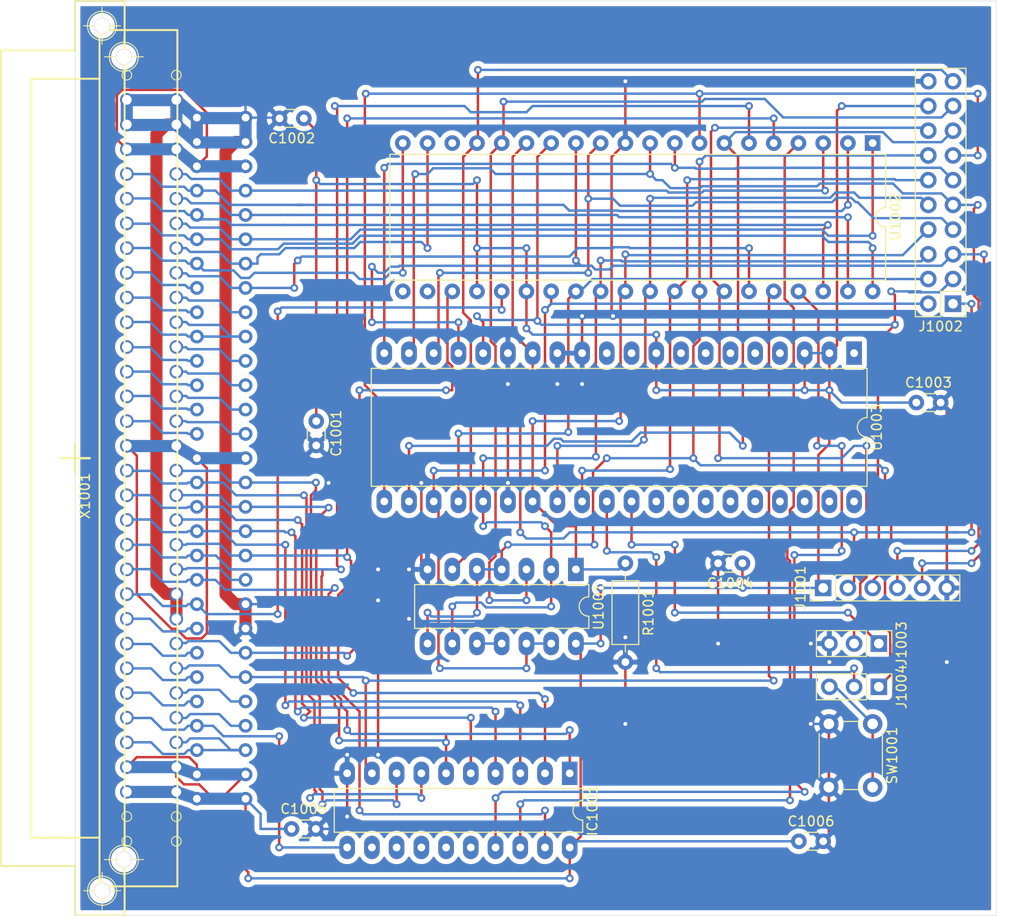
<source format=kicad_pcb>
(kicad_pcb (version 20171130) (host pcbnew "(5.1.10)-1")
  (layers (0 F.Cu signal) (31 B.Cu signal) (34 B.Paste user) (35 F.Paste user) (36 B.SilkS user) (37 F.SilkS user) (38 B.Mask user) (39 F.Mask user) (44 Edge.Cuts user))
  (net 0 "")
  (net 1 "Net-(IC1001-Pad1)")
  (net 2 "Net-(IC1001-Pad11)")
  (net 3 "Net-(IC1001-Pad2)")
  (net 4 "Net-(IC1001-Pad3)")
  (net 5 "Net-(IC1001-Pad4)")
  (net 6 "Net-(IC1001-Pad5)")
  (net 7 "Net-(IC1001-Pad6)")
  (net 8 "Net-(IC1001-Pad7)")
  (net 9 "Net-(IC1001-Pad17)")
  (net 10 "Net-(IC1001-Pad8)")
  (net 11 "Net-(IC1001-Pad18)")
  (net 12 "Net-(IC1001-Pad9)")
  (net 13 "Net-(IC1001-Pad19)")
  (net 14 GND)
  (net 15 +5P)
  (net 16 "Net-(J1001-Pad2)")
  (net 17 "Net-(J1001-Pad3)")
  (net 18 "Net-(J1001-Pad4)")
  (net 19 "Net-(J1001-Pad5)")
  (net 20 "Net-(J1002-Pad2)")
  (net 21 "Net-(J1002-Pad4)")
  (net 22 "Net-(J1002-Pad6)")
  (net 23 "Net-(J1002-Pad7)")
  (net 24 "Net-(J1002-Pad8)")
  (net 25 "Net-(J1002-Pad10)")
  (net 26 "Net-(J1002-Pad11)")
  (net 27 "Net-(J1002-Pad12)")
  (net 28 "Net-(J1002-Pad13)")
  (net 29 "Net-(J1002-Pad14)")
  (net 30 "Net-(J1002-Pad15)")
  (net 31 "Net-(J1002-Pad16)")
  (net 32 "Net-(J1002-Pad17)")
  (net 33 "Net-(J1002-Pad19)")
  (net 34 "Net-(U1001-Pad10)")
  (net 35 "Net-(U1002-Pad1)")
  (net 36 "Net-(U1002-Pad2)")
  (net 37 "Net-(U1002-Pad3)")
  (net 38 "Net-(U1002-Pad23)")
  (net 39 "Net-(U1002-Pad25)")
  (net 40 "Net-(U1002-Pad35)")
  (net 41 "Net-(U1002-Pad38)")
  (net 42 "Net-(U1002-Pad19)")
  (net 43 "Net-(U1002-Pad39)")
  (net 44 "Net-(U1002-Pad20)")
  (net 45 "Net-(U1002-Pad40)")
  (net 46 "Net-(J1003-Pad2)")
  (net 47 "Net-(X1001-PadA08)")
  (net 48 "Net-(X1001-PadA09)")
  (net 49 "Net-(X1001-PadA10)")
  (net 50 "Net-(X1001-PadA11)")
  (net 51 "Net-(X1001-PadA12)")
  (net 52 "Net-(X1001-PadA13)")
  (net 53 "Net-(X1001-PadA14)")
  (net 54 "Net-(X1001-PadA15)")
  (net 55 "Net-(X1001-PadA22)")
  (net 56 "Net-(X1001-PadA23)")
  (net 57 "Net-(X1001-PadA24)")
  (net 58 "Net-(X1001-PadA25)")
  (net 59 "Net-(X1001-PadA27)")
  (net 60 "Net-(X1001-PadA28)")
  (net 61 "Net-(X1001-PadC03)")
  (net 62 "Net-(X1001-PadC09)")
  (net 63 "Net-(X1001-PadC11)")
  (net 64 "Net-(X1001-PadC12)")
  (net 65 "Net-(X1001-PadC13)")
  (net 66 "Net-(X1001-PadC14)")
  (net 67 "Net-(X1001-PadC15)")
  (net 68 "Net-(X1001-PadC20)")
  (net 69 "Net-(X1001-PadC25)")
  (net 70 "Net-(X1001-PadC26)")
  (net 71 "Net-(X1001-PadC28)")
  (net 72 "Net-(X1001-PadA03)")
  (net 73 "Net-(J1004-Pad3)")
  (net 74 "Net-(J1004-Pad2)")
  (module Capacitor_THT:C_Disc_D3.0mm_W1.6mm_P2.50mm (layer F.Cu) (at 151.17 144.78)
    (fp_text reference C1006 (at 1.25 -2.05) (layer F.SilkS))
    (fp_text value 100n)
    (pad 2 thru_hole circle (at 2.5 0) (size 1.6 1.6) (drill 0.8) (layers *.Cu *.Mask) (net 14 GND))
    (pad 1 thru_hole circle (at 0 0) (size 1.6 1.6) (drill 0.8) (layers *.Cu *.Mask) (net 15 +5P))
  )
  (module Capacitor_THT:C_Disc_D3.0mm_W1.6mm_P2.50mm (layer F.Cu) (at 99.06 143.51)
    (fp_text reference C1005 (at 1.25 -2.05) (layer F.SilkS))
    (fp_text value 100n)
    (pad 2 thru_hole circle (at 2.5 0) (size 1.6 1.6) (drill 0.8) (layers *.Cu *.Mask) (net 14 GND))
    (pad 1 thru_hole circle (at 0 0) (size 1.6 1.6) (drill 0.8) (layers *.Cu *.Mask) (net 15 +5P))
  )
  (module Capacitor_THT:C_Disc_D3.0mm_W1.6mm_P2.50mm (layer F.Cu) (at 145.375 116.205 180)
    (fp_text reference C1004 (at 1.25 -2.05) (layer F.SilkS))
    (fp_text value 100n)
    (pad 2 thru_hole circle (at 2.5 0 180) (size 1.6 1.6) (drill 0.8) (layers *.Cu *.Mask) (net 14 GND))
    (pad 1 thru_hole circle (at 0 0 180) (size 1.6 1.6) (drill 0.8) (layers *.Cu *.Mask) (net 15 +5P))
  )
  (module Capacitor_THT:C_Disc_D3.0mm_W1.6mm_P2.50mm (layer F.Cu) (at 163.235 99.695)
    (fp_text reference C1003 (at 1.25 -2.05) (layer F.SilkS))
    (fp_text value 100n)
    (pad 2 thru_hole circle (at 2.5 0) (size 1.6 1.6) (drill 0.8) (layers *.Cu *.Mask) (net 14 GND))
    (pad 1 thru_hole circle (at 0 0) (size 1.6 1.6) (drill 0.8) (layers *.Cu *.Mask) (net 15 +5P))
  )
  (module Capacitor_THT:C_Disc_D3.0mm_W1.6mm_P2.50mm (layer F.Cu) (at 100.33 70.485 180)
    (fp_text reference C1002 (at 1.25 -2.05) (layer F.SilkS))
    (fp_text value 100n)
    (pad 2 thru_hole circle (at 2.5 0 180) (size 1.6 1.6) (drill 0.8) (layers *.Cu *.Mask) (net 14 GND))
    (pad 1 thru_hole circle (at 0 0 180) (size 1.6 1.6) (drill 0.8) (layers *.Cu *.Mask) (net 15 +5P))
  )
  (module Capacitor_THT:C_Disc_D3.0mm_W1.6mm_P2.50mm (layer F.Cu) (at 101.6 101.6 270)
    (fp_text reference C1001 (at 1.25 -2.05 90) (layer F.SilkS))
    (fp_text value 100n)
    (pad 2 thru_hole circle (at 2.5 0 270) (size 1.6 1.6) (drill 0.8) (layers *.Cu *.Mask) (net 14 GND))
    (pad 1 thru_hole circle (at 0 0 270) (size 1.6 1.6) (drill 0.8) (layers *.Cu *.Mask) (net 15 +5P))
  )
  (module Button_Switch_THT:SW_PUSH_6mm_H4.3mm (layer F.Cu) (at 158.75 132.715 270)
    (fp_text reference SW1001 (at 3.25 -2 90) (layer F.SilkS))
    (fp_text value SW_Push)
    (pad 1 thru_hole circle (at 6.5 0) (size 2 2) (drill 1.1) (layers *.Cu *.Mask) (net 73 "Net-(J1004-Pad3)"))
    (pad 2 thru_hole circle (at 6.5 4.5) (size 2 2) (drill 1.1) (layers *.Cu *.Mask) (net 14 GND))
    (pad 1 thru_hole circle (at 0 0) (size 2 2) (drill 1.1) (layers *.Cu *.Mask) (net 73 "Net-(J1004-Pad3)"))
    (pad 2 thru_hole circle (at 0 4.5) (size 2 2) (drill 1.1) (layers *.Cu *.Mask) (net 14 GND))
  )
  (module Connector_PinHeader_2.54mm:PinHeader_1x03_P2.54mm_Vertical (layer F.Cu) (at 159.385 128.905 270)
    (fp_text reference J1004 (at 0 -2.33 90) (layer F.SilkS))
    (fp_text value Conn_01x03)
    (pad 3 thru_hole oval (at 0 5.08 270) (size 1.7 1.7) (drill 1) (layers *.Cu *.Mask) (net 73 "Net-(J1004-Pad3)"))
    (pad 2 thru_hole oval (at 0 2.54 270) (size 1.7 1.7) (drill 1) (layers *.Cu *.Mask) (net 74 "Net-(J1004-Pad2)"))
    (pad 1 thru_hole rect (at 0 0 270) (size 1.7 1.7) (drill 1) (layers *.Cu *.Mask) (net 29 "Net-(J1002-Pad14)"))
  )
  (module Package_DIP:DIP-40_W15.24mm_LongPads (layer F.Cu) (at 156.845 94.615 270)
    (fp_text reference U1003 (at 7.62 -2.33 90) (layer F.SilkS))
    (fp_text value VDIP2)
    (pad 1 thru_hole rect (at 0 0 270) (size 2.4 1.6) (drill 0.8) (layers *.Cu *.Mask))
    (pad 21 thru_hole oval (at 15.24 48.26 270) (size 2.4 1.6) (drill 0.8) (layers *.Cu *.Mask) (net 28 "Net-(J1002-Pad13)"))
    (pad 2 thru_hole oval (at 0 2.54 270) (size 2.4 1.6) (drill 0.8) (layers *.Cu *.Mask) (net 15 +5P))
    (pad 22 thru_hole oval (at 15.24 45.72 270) (size 2.4 1.6) (drill 0.8) (layers *.Cu *.Mask) (net 30 "Net-(J1002-Pad15)"))
    (pad 3 thru_hole oval (at 0 5.08 270) (size 2.4 1.6) (drill 0.8) (layers *.Cu *.Mask) (net 15 +5P))
    (pad 23 thru_hole oval (at 15.24 43.18 270) (size 2.4 1.6) (drill 0.8) (layers *.Cu *.Mask) (net 20 "Net-(J1002-Pad2)"))
    (pad 4 thru_hole oval (at 0 7.62 270) (size 2.4 1.6) (drill 0.8) (layers *.Cu *.Mask))
    (pad 24 thru_hole oval (at 15.24 40.64 270) (size 2.4 1.6) (drill 0.8) (layers *.Cu *.Mask) (net 21 "Net-(J1002-Pad4)"))
    (pad 5 thru_hole oval (at 0 10.16 270) (size 2.4 1.6) (drill 0.8) (layers *.Cu *.Mask))
    (pad 25 thru_hole oval (at 15.24 38.1 270) (size 2.4 1.6) (drill 0.8) (layers *.Cu *.Mask) (net 22 "Net-(J1002-Pad6)"))
    (pad 6 thru_hole oval (at 0 12.7 270) (size 2.4 1.6) (drill 0.8) (layers *.Cu *.Mask))
    (pad 26 thru_hole oval (at 15.24 35.56 270) (size 2.4 1.6) (drill 0.8) (layers *.Cu *.Mask) (net 14 GND))
    (pad 7 thru_hole oval (at 0 15.24 270) (size 2.4 1.6) (drill 0.8) (layers *.Cu *.Mask))
    (pad 27 thru_hole oval (at 15.24 33.02 270) (size 2.4 1.6) (drill 0.8) (layers *.Cu *.Mask) (net 24 "Net-(J1002-Pad8)"))
    (pad 8 thru_hole oval (at 0 17.78 270) (size 2.4 1.6) (drill 0.8) (layers *.Cu *.Mask))
    (pad 28 thru_hole oval (at 15.24 30.48 270) (size 2.4 1.6) (drill 0.8) (layers *.Cu *.Mask) (net 25 "Net-(J1002-Pad10)"))
    (pad 9 thru_hole oval (at 0 20.32 270) (size 2.4 1.6) (drill 0.8) (layers *.Cu *.Mask) (net 15 +5P))
    (pad 29 thru_hole oval (at 15.24 27.94 270) (size 2.4 1.6) (drill 0.8) (layers *.Cu *.Mask) (net 27 "Net-(J1002-Pad12)"))
    (pad 10 thru_hole oval (at 0 22.86 270) (size 2.4 1.6) (drill 0.8) (layers *.Cu *.Mask))
    (pad 30 thru_hole oval (at 15.24 25.4 270) (size 2.4 1.6) (drill 0.8) (layers *.Cu *.Mask) (net 74 "Net-(J1004-Pad2)"))
    (pad 11 thru_hole oval (at 0 25.4 270) (size 2.4 1.6) (drill 0.8) (layers *.Cu *.Mask))
    (pad 31 thru_hole oval (at 15.24 22.86 270) (size 2.4 1.6) (drill 0.8) (layers *.Cu *.Mask) (net 46 "Net-(J1003-Pad2)"))
    (pad 12 thru_hole oval (at 0 27.94 270) (size 2.4 1.6) (drill 0.8) (layers *.Cu *.Mask) (net 14 GND))
    (pad 32 thru_hole oval (at 15.24 20.32 270) (size 2.4 1.6) (drill 0.8) (layers *.Cu *.Mask))
    (pad 13 thru_hole oval (at 0 30.48 270) (size 2.4 1.6) (drill 0.8) (layers *.Cu *.Mask) (net 14 GND))
    (pad 33 thru_hole oval (at 15.24 17.78 270) (size 2.4 1.6) (drill 0.8) (layers *.Cu *.Mask))
    (pad 14 thru_hole oval (at 0 33.02 270) (size 2.4 1.6) (drill 0.8) (layers *.Cu *.Mask) (net 16 "Net-(J1001-Pad2)"))
    (pad 34 thru_hole oval (at 15.24 15.24 270) (size 2.4 1.6) (drill 0.8) (layers *.Cu *.Mask))
    (pad 15 thru_hole oval (at 0 35.56 270) (size 2.4 1.6) (drill 0.8) (layers *.Cu *.Mask) (net 14 GND))
    (pad 35 thru_hole oval (at 15.24 12.7 270) (size 2.4 1.6) (drill 0.8) (layers *.Cu *.Mask))
    (pad 16 thru_hole oval (at 0 38.1 270) (size 2.4 1.6) (drill 0.8) (layers *.Cu *.Mask) (net 17 "Net-(J1001-Pad3)"))
    (pad 36 thru_hole oval (at 15.24 10.16 270) (size 2.4 1.6) (drill 0.8) (layers *.Cu *.Mask))
    (pad 17 thru_hole oval (at 0 40.64 270) (size 2.4 1.6) (drill 0.8) (layers *.Cu *.Mask) (net 19 "Net-(J1001-Pad5)"))
    (pad 37 thru_hole oval (at 15.24 7.62 270) (size 2.4 1.6) (drill 0.8) (layers *.Cu *.Mask))
    (pad 18 thru_hole oval (at 0 43.18 270) (size 2.4 1.6) (drill 0.8) (layers *.Cu *.Mask) (net 23 "Net-(J1002-Pad7)"))
    (pad 38 thru_hole oval (at 15.24 5.08 270) (size 2.4 1.6) (drill 0.8) (layers *.Cu *.Mask))
    (pad 19 thru_hole oval (at 0 45.72 270) (size 2.4 1.6) (drill 0.8) (layers *.Cu *.Mask) (net 18 "Net-(J1001-Pad4)"))
    (pad 39 thru_hole oval (at 15.24 2.54 270) (size 2.4 1.6) (drill 0.8) (layers *.Cu *.Mask))
    (pad 20 thru_hole oval (at 0 48.26 270) (size 2.4 1.6) (drill 0.8) (layers *.Cu *.Mask) (net 26 "Net-(J1002-Pad11)"))
    (pad 40 thru_hole oval (at 15.24 0 270) (size 2.4 1.6) (drill 0.8) (layers *.Cu *.Mask))
  )
  (module Connector_PinHeader_2.54mm:PinHeader_1x03_P2.54mm_Vertical (layer F.Cu) (at 159.385 124.46 270)
    (fp_text reference J1003 (at 0 -2.33 90) (layer F.SilkS))
    (fp_text value Conn_01x03)
    (pad 3 thru_hole oval (at 0 5.08 270) (size 1.7 1.7) (drill 1) (layers *.Cu *.Mask) (net 14 GND))
    (pad 2 thru_hole oval (at 0 2.54 270) (size 1.7 1.7) (drill 1) (layers *.Cu *.Mask) (net 46 "Net-(J1003-Pad2)"))
    (pad 1 thru_hole rect (at 0 0 270) (size 1.7 1.7) (drill 1) (layers *.Cu *.Mask) (net 31 "Net-(J1002-Pad16)"))
  )
  (module Package_DIP:DIP-20_W7.62mm_LongPads (layer F.Cu) (at 127.635 137.795 270)
    (fp_text reference IC1001 (at 3.81 -2.33 90) (layer F.SilkS))
    (fp_text value GAL16V8D-25LPN)
    (pad 1 thru_hole rect (at 0 0 270) (size 2.4 1.6) (drill 0.8) (layers *.Cu *.Mask) (net 1 "Net-(IC1001-Pad1)"))
    (pad 11 thru_hole oval (at 7.62 22.86 270) (size 2.4 1.6) (drill 0.8) (layers *.Cu *.Mask) (net 2 "Net-(IC1001-Pad11)"))
    (pad 2 thru_hole oval (at 0 2.54 270) (size 2.4 1.6) (drill 0.8) (layers *.Cu *.Mask) (net 3 "Net-(IC1001-Pad2)"))
    (pad 12 thru_hole oval (at 7.62 20.32 270) (size 2.4 1.6) (drill 0.8) (layers *.Cu *.Mask))
    (pad 3 thru_hole oval (at 0 5.08 270) (size 2.4 1.6) (drill 0.8) (layers *.Cu *.Mask) (net 4 "Net-(IC1001-Pad3)"))
    (pad 13 thru_hole oval (at 7.62 17.78 270) (size 2.4 1.6) (drill 0.8) (layers *.Cu *.Mask))
    (pad 4 thru_hole oval (at 0 7.62 270) (size 2.4 1.6) (drill 0.8) (layers *.Cu *.Mask) (net 5 "Net-(IC1001-Pad4)"))
    (pad 14 thru_hole oval (at 7.62 15.24 270) (size 2.4 1.6) (drill 0.8) (layers *.Cu *.Mask))
    (pad 5 thru_hole oval (at 0 10.16 270) (size 2.4 1.6) (drill 0.8) (layers *.Cu *.Mask) (net 6 "Net-(IC1001-Pad5)"))
    (pad 15 thru_hole oval (at 7.62 12.7 270) (size 2.4 1.6) (drill 0.8) (layers *.Cu *.Mask))
    (pad 6 thru_hole oval (at 0 12.7 270) (size 2.4 1.6) (drill 0.8) (layers *.Cu *.Mask) (net 7 "Net-(IC1001-Pad6)"))
    (pad 16 thru_hole oval (at 7.62 10.16 270) (size 2.4 1.6) (drill 0.8) (layers *.Cu *.Mask))
    (pad 7 thru_hole oval (at 0 15.24 270) (size 2.4 1.6) (drill 0.8) (layers *.Cu *.Mask) (net 8 "Net-(IC1001-Pad7)"))
    (pad 17 thru_hole oval (at 7.62 7.62 270) (size 2.4 1.6) (drill 0.8) (layers *.Cu *.Mask) (net 9 "Net-(IC1001-Pad17)"))
    (pad 8 thru_hole oval (at 0 17.78 270) (size 2.4 1.6) (drill 0.8) (layers *.Cu *.Mask) (net 10 "Net-(IC1001-Pad8)"))
    (pad 18 thru_hole oval (at 7.62 5.08 270) (size 2.4 1.6) (drill 0.8) (layers *.Cu *.Mask) (net 11 "Net-(IC1001-Pad18)"))
    (pad 9 thru_hole oval (at 0 20.32 270) (size 2.4 1.6) (drill 0.8) (layers *.Cu *.Mask) (net 12 "Net-(IC1001-Pad9)"))
    (pad 19 thru_hole oval (at 7.62 2.54 270) (size 2.4 1.6) (drill 0.8) (layers *.Cu *.Mask) (net 13 "Net-(IC1001-Pad19)"))
    (pad 10 thru_hole oval (at 0 22.86 270) (size 2.4 1.6) (drill 0.8) (layers *.Cu *.Mask) (net 14 GND))
    (pad 20 thru_hole oval (at 7.62 0 270) (size 2.4 1.6) (drill 0.8) (layers *.Cu *.Mask) (net 15 +5P))
  )
  (module Connector_PinHeader_2.54mm:PinHeader_1x06_P2.54mm_Vertical (layer F.Cu) (at 153.67 118.745 90)
    (fp_text reference J1001 (at 0 -2.33 90) (layer F.SilkS))
    (fp_text value Conn_01x06)
    (pad 1 thru_hole rect (at 0 0 90) (size 1.7 1.7) (drill 1) (layers *.Cu *.Mask) (net 15 +5P))
    (pad 2 thru_hole oval (at 0 2.54 90) (size 1.7 1.7) (drill 1) (layers *.Cu *.Mask) (net 16 "Net-(J1001-Pad2)"))
    (pad 3 thru_hole oval (at 0 5.08 90) (size 1.7 1.7) (drill 1) (layers *.Cu *.Mask) (net 17 "Net-(J1001-Pad3)"))
    (pad 4 thru_hole oval (at 0 7.62 90) (size 1.7 1.7) (drill 1) (layers *.Cu *.Mask) (net 18 "Net-(J1001-Pad4)"))
    (pad 5 thru_hole oval (at 0 10.16 90) (size 1.7 1.7) (drill 1) (layers *.Cu *.Mask) (net 19 "Net-(J1001-Pad5)"))
    (pad 6 thru_hole oval (at 0 12.7 90) (size 1.7 1.7) (drill 1) (layers *.Cu *.Mask) (net 14 GND))
  )
  (module Connector_PinHeader_2.54mm:PinHeader_2x10_P2.54mm_Vertical (layer F.Cu) (at 167.005 89.535 180)
    (fp_text reference J1002 (at 1.27 -2.33) (layer F.SilkS))
    (fp_text value Conn_02x10_Odd_Even)
    (pad 1 thru_hole rect (at 0 0 180) (size 1.7 1.7) (drill 1) (layers *.Cu *.Mask) (net 16 "Net-(J1001-Pad2)"))
    (pad 2 thru_hole oval (at 2.54 0 180) (size 1.7 1.7) (drill 1) (layers *.Cu *.Mask) (net 20 "Net-(J1002-Pad2)"))
    (pad 3 thru_hole oval (at 0 2.54 180) (size 1.7 1.7) (drill 1) (layers *.Cu *.Mask) (net 17 "Net-(J1001-Pad3)"))
    (pad 4 thru_hole oval (at 2.54 2.54 180) (size 1.7 1.7) (drill 1) (layers *.Cu *.Mask) (net 21 "Net-(J1002-Pad4)"))
    (pad 5 thru_hole oval (at 0 5.08 180) (size 1.7 1.7) (drill 1) (layers *.Cu *.Mask) (net 19 "Net-(J1001-Pad5)"))
    (pad 6 thru_hole oval (at 2.54 5.08 180) (size 1.7 1.7) (drill 1) (layers *.Cu *.Mask) (net 22 "Net-(J1002-Pad6)"))
    (pad 7 thru_hole oval (at 0 7.62 180) (size 1.7 1.7) (drill 1) (layers *.Cu *.Mask) (net 23 "Net-(J1002-Pad7)"))
    (pad 8 thru_hole oval (at 2.54 7.62 180) (size 1.7 1.7) (drill 1) (layers *.Cu *.Mask) (net 24 "Net-(J1002-Pad8)"))
    (pad 9 thru_hole oval (at 0 10.16 180) (size 1.7 1.7) (drill 1) (layers *.Cu *.Mask) (net 18 "Net-(J1001-Pad4)"))
    (pad 10 thru_hole oval (at 2.54 10.16 180) (size 1.7 1.7) (drill 1) (layers *.Cu *.Mask) (net 25 "Net-(J1002-Pad10)"))
    (pad 11 thru_hole oval (at 0 12.7 180) (size 1.7 1.7) (drill 1) (layers *.Cu *.Mask) (net 26 "Net-(J1002-Pad11)"))
    (pad 12 thru_hole oval (at 2.54 12.7 180) (size 1.7 1.7) (drill 1) (layers *.Cu *.Mask) (net 27 "Net-(J1002-Pad12)"))
    (pad 13 thru_hole oval (at 0 15.24 180) (size 1.7 1.7) (drill 1) (layers *.Cu *.Mask) (net 28 "Net-(J1002-Pad13)"))
    (pad 14 thru_hole oval (at 2.54 15.24 180) (size 1.7 1.7) (drill 1) (layers *.Cu *.Mask) (net 29 "Net-(J1002-Pad14)"))
    (pad 15 thru_hole oval (at 0 17.78 180) (size 1.7 1.7) (drill 1) (layers *.Cu *.Mask) (net 30 "Net-(J1002-Pad15)"))
    (pad 16 thru_hole oval (at 2.54 17.78 180) (size 1.7 1.7) (drill 1) (layers *.Cu *.Mask) (net 31 "Net-(J1002-Pad16)"))
    (pad 17 thru_hole oval (at 0 20.32 180) (size 1.7 1.7) (drill 1) (layers *.Cu *.Mask) (net 32 "Net-(J1002-Pad17)"))
    (pad 18 thru_hole oval (at 2.54 20.32 180) (size 1.7 1.7) (drill 1) (layers *.Cu *.Mask) (net 15 +5P))
    (pad 19 thru_hole oval (at 0 22.86 180) (size 1.7 1.7) (drill 1) (layers *.Cu *.Mask) (net 33 "Net-(J1002-Pad19)"))
    (pad 20 thru_hole oval (at 2.54 22.86 180) (size 1.7 1.7) (drill 1) (layers *.Cu *.Mask) (net 14 GND))
  )
  (module Resistor_THT:R_Axial_DIN0207_L6.3mm_D2.5mm_P10.16mm_Horizontal (layer F.Cu) (at 133.35 116.205 270)
    (fp_text reference R1001 (at 5.08 -2.37 90) (layer F.SilkS))
    (fp_text value 47K)
    (pad 1 thru_hole circle (at 0 0 270) (size 1.6 1.6) (drill 0.8) (layers *.Cu *.Mask) (net 24 "Net-(J1002-Pad8)"))
    (pad 2 thru_hole oval (at 10.16 0 270) (size 1.6 1.6) (drill 0.8) (layers *.Cu *.Mask) (net 14 GND))
  )
  (module Package_DIP:DIP-14_W7.62mm_LongPads (layer F.Cu) (at 128.27 116.84 270)
    (fp_text reference U1001 (at 3.81 -2.33 90) (layer F.SilkS))
    (fp_text value 74LS00)
    (pad 1 thru_hole rect (at 0 0 270) (size 2.4 1.6) (drill 0.8) (layers *.Cu *.Mask) (net 24 "Net-(J1002-Pad8)"))
    (pad 8 thru_hole oval (at 7.62 15.24 270) (size 2.4 1.6) (drill 0.8) (layers *.Cu *.Mask) (net 29 "Net-(J1002-Pad14)"))
    (pad 2 thru_hole oval (at 0 2.54 270) (size 2.4 1.6) (drill 0.8) (layers *.Cu *.Mask) (net 22 "Net-(J1002-Pad6)"))
    (pad 9 thru_hole oval (at 7.62 12.7 270) (size 2.4 1.6) (drill 0.8) (layers *.Cu *.Mask) (net 22 "Net-(J1002-Pad6)"))
    (pad 3 thru_hole oval (at 0 5.08 270) (size 2.4 1.6) (drill 0.8) (layers *.Cu *.Mask) (net 32 "Net-(J1002-Pad17)"))
    (pad 10 thru_hole oval (at 7.62 10.16 270) (size 2.4 1.6) (drill 0.8) (layers *.Cu *.Mask) (net 34 "Net-(U1001-Pad10)"))
    (pad 4 thru_hole oval (at 0 7.62 270) (size 2.4 1.6) (drill 0.8) (layers *.Cu *.Mask) (net 29 "Net-(J1002-Pad14)"))
    (pad 11 thru_hole oval (at 7.62 7.62 270) (size 2.4 1.6) (drill 0.8) (layers *.Cu *.Mask) (net 34 "Net-(U1001-Pad10)"))
    (pad 5 thru_hole oval (at 0 10.16 270) (size 2.4 1.6) (drill 0.8) (layers *.Cu *.Mask) (net 29 "Net-(J1002-Pad14)"))
    (pad 12 thru_hole oval (at 7.62 5.08 270) (size 2.4 1.6) (drill 0.8) (layers *.Cu *.Mask) (net 20 "Net-(J1002-Pad2)"))
    (pad 6 thru_hole oval (at 0 12.7 270) (size 2.4 1.6) (drill 0.8) (layers *.Cu *.Mask) (net 33 "Net-(J1002-Pad19)"))
    (pad 13 thru_hole oval (at 7.62 2.54 270) (size 2.4 1.6) (drill 0.8) (layers *.Cu *.Mask) (net 20 "Net-(J1002-Pad2)"))
    (pad 7 thru_hole oval (at 0 15.24 270) (size 2.4 1.6) (drill 0.8) (layers *.Cu *.Mask) (net 14 GND))
    (pad 14 thru_hole oval (at 7.62 0 270) (size 2.4 1.6) (drill 0.8) (layers *.Cu *.Mask) (net 15 +5P))
  )
  (module Package_DIP:DIP-40_W15.24mm (layer F.Cu) (at 158.75 73.025 270)
    (fp_text reference U1002 (at 7.62 -2.33 90) (layer F.SilkS))
    (fp_text value PIO-DIP-40)
    (pad 1 thru_hole rect (at 0 0 270) (size 1.6 1.6) (drill 0.8) (layers *.Cu *.Mask) (net 35 "Net-(U1002-Pad1)"))
    (pad 21 thru_hole oval (at 15.24 48.26 270) (size 1.6 1.6) (drill 0.8) (layers *.Cu *.Mask))
    (pad 2 thru_hole oval (at 0 2.54 270) (size 1.6 1.6) (drill 0.8) (layers *.Cu *.Mask) (net 36 "Net-(U1002-Pad2)"))
    (pad 22 thru_hole oval (at 15.24 45.72 270) (size 1.6 1.6) (drill 0.8) (layers *.Cu *.Mask))
    (pad 3 thru_hole oval (at 0 5.08 270) (size 1.6 1.6) (drill 0.8) (layers *.Cu *.Mask) (net 37 "Net-(U1002-Pad3)"))
    (pad 23 thru_hole oval (at 15.24 43.18 270) (size 1.6 1.6) (drill 0.8) (layers *.Cu *.Mask) (net 38 "Net-(U1002-Pad23)"))
    (pad 4 thru_hole oval (at 0 7.62 270) (size 1.6 1.6) (drill 0.8) (layers *.Cu *.Mask) (net 11 "Net-(IC1001-Pad18)"))
    (pad 24 thru_hole oval (at 15.24 40.64 270) (size 1.6 1.6) (drill 0.8) (layers *.Cu *.Mask) (net 15 +5P))
    (pad 5 thru_hole oval (at 0 10.16 270) (size 1.6 1.6) (drill 0.8) (layers *.Cu *.Mask) (net 3 "Net-(IC1001-Pad2)"))
    (pad 25 thru_hole oval (at 15.24 38.1 270) (size 1.6 1.6) (drill 0.8) (layers *.Cu *.Mask) (net 39 "Net-(U1002-Pad25)"))
    (pad 6 thru_hole oval (at 0 12.7 270) (size 1.6 1.6) (drill 0.8) (layers *.Cu *.Mask) (net 1 "Net-(IC1001-Pad1)"))
    (pad 26 thru_hole oval (at 15.24 35.56 270) (size 1.6 1.6) (drill 0.8) (layers *.Cu *.Mask) (net 15 +5P))
    (pad 7 thru_hole oval (at 0 15.24 270) (size 1.6 1.6) (drill 0.8) (layers *.Cu *.Mask) (net 30 "Net-(J1002-Pad15)"))
    (pad 27 thru_hole oval (at 15.24 33.02 270) (size 1.6 1.6) (drill 0.8) (layers *.Cu *.Mask) (net 20 "Net-(J1002-Pad2)"))
    (pad 8 thru_hole oval (at 0 17.78 270) (size 1.6 1.6) (drill 0.8) (layers *.Cu *.Mask) (net 28 "Net-(J1002-Pad13)"))
    (pad 28 thru_hole oval (at 15.24 30.48 270) (size 1.6 1.6) (drill 0.8) (layers *.Cu *.Mask) (net 21 "Net-(J1002-Pad4)"))
    (pad 9 thru_hole oval (at 0 20.32 270) (size 1.6 1.6) (drill 0.8) (layers *.Cu *.Mask) (net 26 "Net-(J1002-Pad11)"))
    (pad 29 thru_hole oval (at 15.24 27.94 270) (size 1.6 1.6) (drill 0.8) (layers *.Cu *.Mask) (net 22 "Net-(J1002-Pad6)"))
    (pad 10 thru_hole oval (at 0 22.86 270) (size 1.6 1.6) (drill 0.8) (layers *.Cu *.Mask) (net 18 "Net-(J1001-Pad4)"))
    (pad 30 thru_hole oval (at 15.24 25.4 270) (size 1.6 1.6) (drill 0.8) (layers *.Cu *.Mask) (net 24 "Net-(J1002-Pad8)"))
    (pad 11 thru_hole oval (at 0 25.4 270) (size 1.6 1.6) (drill 0.8) (layers *.Cu *.Mask) (net 14 GND))
    (pad 31 thru_hole oval (at 15.24 22.86 270) (size 1.6 1.6) (drill 0.8) (layers *.Cu *.Mask) (net 25 "Net-(J1002-Pad10)"))
    (pad 12 thru_hole oval (at 0 27.94 270) (size 1.6 1.6) (drill 0.8) (layers *.Cu *.Mask) (net 23 "Net-(J1002-Pad7)"))
    (pad 32 thru_hole oval (at 15.24 20.32 270) (size 1.6 1.6) (drill 0.8) (layers *.Cu *.Mask) (net 27 "Net-(J1002-Pad12)"))
    (pad 13 thru_hole oval (at 0 30.48 270) (size 1.6 1.6) (drill 0.8) (layers *.Cu *.Mask) (net 19 "Net-(J1001-Pad5)"))
    (pad 33 thru_hole oval (at 15.24 17.78 270) (size 1.6 1.6) (drill 0.8) (layers *.Cu *.Mask) (net 29 "Net-(J1002-Pad14)"))
    (pad 14 thru_hole oval (at 0 33.02 270) (size 1.6 1.6) (drill 0.8) (layers *.Cu *.Mask) (net 17 "Net-(J1001-Pad3)"))
    (pad 34 thru_hole oval (at 15.24 15.24 270) (size 1.6 1.6) (drill 0.8) (layers *.Cu *.Mask) (net 31 "Net-(J1002-Pad16)"))
    (pad 15 thru_hole oval (at 0 35.56 270) (size 1.6 1.6) (drill 0.8) (layers *.Cu *.Mask) (net 16 "Net-(J1001-Pad2)"))
    (pad 35 thru_hole oval (at 15.24 12.7 270) (size 1.6 1.6) (drill 0.8) (layers *.Cu *.Mask) (net 40 "Net-(U1002-Pad35)"))
    (pad 16 thru_hole oval (at 0 38.1 270) (size 1.6 1.6) (drill 0.8) (layers *.Cu *.Mask) (net 32 "Net-(J1002-Pad17)"))
    (pad 36 thru_hole oval (at 15.24 10.16 270) (size 1.6 1.6) (drill 0.8) (layers *.Cu *.Mask) (net 12 "Net-(IC1001-Pad9)"))
    (pad 17 thru_hole oval (at 0 40.64 270) (size 1.6 1.6) (drill 0.8) (layers *.Cu *.Mask) (net 33 "Net-(J1002-Pad19)"))
    (pad 37 thru_hole oval (at 15.24 7.62 270) (size 1.6 1.6) (drill 0.8) (layers *.Cu *.Mask) (net 9 "Net-(IC1001-Pad17)"))
    (pad 18 thru_hole oval (at 0 43.18 270) (size 1.6 1.6) (drill 0.8) (layers *.Cu *.Mask))
    (pad 38 thru_hole oval (at 15.24 5.08 270) (size 1.6 1.6) (drill 0.8) (layers *.Cu *.Mask) (net 41 "Net-(U1002-Pad38)"))
    (pad 19 thru_hole oval (at 0 45.72 270) (size 1.6 1.6) (drill 0.8) (layers *.Cu *.Mask) (net 42 "Net-(U1002-Pad19)"))
    (pad 39 thru_hole oval (at 15.24 2.54 270) (size 1.6 1.6) (drill 0.8) (layers *.Cu *.Mask) (net 43 "Net-(U1002-Pad39)"))
    (pad 20 thru_hole oval (at 0 48.26 270) (size 1.6 1.6) (drill 0.8) (layers *.Cu *.Mask) (net 44 "Net-(U1002-Pad20)"))
    (pad 40 thru_hole oval (at 15.24 0 270) (size 1.6 1.6) (drill 0.8) (layers *.Cu *.Mask) (net 45 "Net-(U1002-Pad40)"))
  )
  (module EFS:K1520_EFS2x29_DIN_male (layer F.Cu) (at 76.835 105.41 270)
    (fp_text reference X1001 (at 1.4 -1 90) (layer F.SilkS) (effects (justify right)))
    (fp_text value K1520_2x29-AC)
    (pad "" thru_hole circle (at -44.45 -2.7686 270) (size 1.61 1.61) (drill 1.6) (layers *.Cu *.Mask))
    (pad "" thru_hole circle (at 44.45 -2.7686 270) (size 1.61 1.61) (drill 1.6) (layers *.Cu *.Mask))
    (pad A01 thru_hole circle (at -36.83 -5.3086 270) (size 1.4 1.4) (drill 1) (layers *.Cu *.Mask) (net 14 GND))
    (pad A02 thru_hole circle (at -34.29 -5.3086 270) (size 1.4 1.4) (drill 1) (layers *.Cu *.Mask) (net 14 GND))
    (pad A04 thru_hole circle (at -29.21 -5.3086 270) (size 1.4 1.4) (drill 1) (layers *.Cu *.Mask) (net 36 "Net-(U1002-Pad2)"))
    (pad A05 thru_hole circle (at -26.67 -5.3086 270) (size 1.4 1.4) (drill 1) (layers *.Cu *.Mask) (net 41 "Net-(U1002-Pad38)"))
    (pad A06 thru_hole circle (at -24.13 -5.3086 270) (size 1.4 1.4) (drill 1) (layers *.Cu *.Mask) (net 45 "Net-(U1002-Pad40)"))
    (pad A07 thru_hole circle (at -21.59 -5.3086 270) (size 1.4 1.4) (drill 1) (layers *.Cu *.Mask) (net 44 "Net-(U1002-Pad20)"))
    (pad A08 thru_hole circle (at -19.05 -5.3086 270) (size 1.4 1.4) (drill 1) (layers *.Cu *.Mask) (net 47 "Net-(X1001-PadA08)"))
    (pad A09 thru_hole circle (at -16.51 -5.3086 270) (size 1.4 1.4) (drill 1) (layers *.Cu *.Mask) (net 48 "Net-(X1001-PadA09)"))
    (pad A10 thru_hole circle (at -13.97 -5.3086 270) (size 1.4 1.4) (drill 1) (layers *.Cu *.Mask) (net 49 "Net-(X1001-PadA10)"))
    (pad A11 thru_hole circle (at -11.43 -5.3086 270) (size 1.4 1.4) (drill 1) (layers *.Cu *.Mask) (net 50 "Net-(X1001-PadA11)"))
    (pad A12 thru_hole circle (at -8.89 -5.3086 270) (size 1.4 1.4) (drill 1) (layers *.Cu *.Mask) (net 51 "Net-(X1001-PadA12)"))
    (pad A13 thru_hole circle (at -6.35 -5.3086 270) (size 1.4 1.4) (drill 1) (layers *.Cu *.Mask) (net 52 "Net-(X1001-PadA13)"))
    (pad A14 thru_hole circle (at -3.81 -5.3086 270) (size 1.4 1.4) (drill 1) (layers *.Cu *.Mask) (net 53 "Net-(X1001-PadA14)"))
    (pad A15 thru_hole circle (at -1.27 -5.3086 270) (size 1.4 1.4) (drill 1) (layers *.Cu *.Mask) (net 54 "Net-(X1001-PadA15)"))
    (pad A16 thru_hole circle (at 1.27 -5.3086 270) (size 1.4 1.4) (drill 1) (layers *.Cu *.Mask) (net 8 "Net-(IC1001-Pad7)"))
    (pad A17 thru_hole circle (at 3.81 -5.3086 270) (size 1.4 1.4) (drill 1) (layers *.Cu *.Mask) (net 6 "Net-(IC1001-Pad5)"))
    (pad A18 thru_hole circle (at 6.35 -5.3086 270) (size 1.4 1.4) (drill 1) (layers *.Cu *.Mask) (net 4 "Net-(IC1001-Pad3)"))
    (pad A19 thru_hole circle (at 8.89 -5.3086 270) (size 1.4 1.4) (drill 1) (layers *.Cu *.Mask) (net 1 "Net-(IC1001-Pad1)"))
    (pad A20 thru_hole circle (at 11.43 -5.3086 270) (size 1.4 1.4) (drill 1) (layers *.Cu *.Mask) (net 13 "Net-(IC1001-Pad19)"))
    (pad A21 thru_hole circle (at 13.97 -5.3086 270) (size 1.4 1.4) (drill 1) (layers *.Cu *.Mask) (net 39 "Net-(U1002-Pad25)"))
    (pad A22 thru_hole circle (at 16.51 -5.3086 270) (size 1.4 1.4) (drill 1) (layers *.Cu *.Mask) (net 55 "Net-(X1001-PadA22)"))
    (pad A23 thru_hole circle (at 19.05 -5.3086 270) (size 1.4 1.4) (drill 1) (layers *.Cu *.Mask) (net 56 "Net-(X1001-PadA23)"))
    (pad A24 thru_hole circle (at 21.59 -5.3086 270) (size 1.4 1.4) (drill 1) (layers *.Cu *.Mask) (net 57 "Net-(X1001-PadA24)"))
    (pad A25 thru_hole circle (at 24.13 -5.3086 270) (size 1.4 1.4) (drill 1) (layers *.Cu *.Mask) (net 58 "Net-(X1001-PadA25)"))
    (pad A26 thru_hole circle (at 26.67 -5.3086 270) (size 1.4 1.4) (drill 1) (layers *.Cu *.Mask) (net 2 "Net-(IC1001-Pad11)"))
    (pad A27 thru_hole circle (at 29.21 -5.3086 270) (size 1.4 1.4) (drill 1) (layers *.Cu *.Mask) (net 59 "Net-(X1001-PadA27)"))
    (pad A28 thru_hole circle (at 31.75 -5.3086 270) (size 1.4 1.4) (drill 1) (layers *.Cu *.Mask) (net 60 "Net-(X1001-PadA28)"))
    (pad A29 thru_hole circle (at 34.29 -5.3086 270) (size 1.4 1.4) (drill 1) (layers *.Cu *.Mask) (net 15 +5P))
    (pad C01 thru_hole circle (at -36.83 -10.3886 270) (size 1.4 1.4) (drill 1) (layers *.Cu *.Mask) (net 14 GND))
    (pad C02 thru_hole circle (at -34.29 -10.3886 270) (size 1.4 1.4) (drill 1) (layers *.Cu *.Mask) (net 14 GND))
    (pad C03 thru_hole circle (at -31.75 -10.3886 270) (size 1.4 1.4) (drill 1) (layers *.Cu *.Mask) (net 61 "Net-(X1001-PadC03)"))
    (pad C04 thru_hole circle (at -29.21 -10.3886 270) (size 1.4 1.4) (drill 1) (layers *.Cu *.Mask) (net 37 "Net-(U1002-Pad3)"))
    (pad C05 thru_hole circle (at -26.67 -10.3886 270) (size 1.4 1.4) (drill 1) (layers *.Cu *.Mask) (net 43 "Net-(U1002-Pad39)"))
    (pad C06 thru_hole circle (at -24.13 -10.3886 270) (size 1.4 1.4) (drill 1) (layers *.Cu *.Mask) (net 35 "Net-(U1002-Pad1)"))
    (pad C07 thru_hole circle (at -21.59 -10.3886 270) (size 1.4 1.4) (drill 1) (layers *.Cu *.Mask) (net 42 "Net-(U1002-Pad19)"))
    (pad C08 thru_hole circle (at -19.05 -10.3886 270) (size 1.4 1.4) (drill 1) (layers *.Cu *.Mask) (net 40 "Net-(U1002-Pad35)"))
    (pad C09 thru_hole circle (at -16.51 -10.3886 270) (size 1.4 1.4) (drill 1) (layers *.Cu *.Mask) (net 62 "Net-(X1001-PadC09)"))
    (pad C10 thru_hole circle (at -13.97 -10.3886 270) (size 1.4 1.4) (drill 1) (layers *.Cu *.Mask) (net 49 "Net-(X1001-PadA10)"))
    (pad C11 thru_hole circle (at -11.43 -10.3886 270) (size 1.4 1.4) (drill 1) (layers *.Cu *.Mask) (net 63 "Net-(X1001-PadC11)"))
    (pad C12 thru_hole circle (at -8.89 -10.3886 270) (size 1.4 1.4) (drill 1) (layers *.Cu *.Mask) (net 64 "Net-(X1001-PadC12)"))
    (pad C13 thru_hole circle (at -6.35 -10.3886 270) (size 1.4 1.4) (drill 1) (layers *.Cu *.Mask) (net 65 "Net-(X1001-PadC13)"))
    (pad C14 thru_hole circle (at -3.81 -10.3886 270) (size 1.4 1.4) (drill 1) (layers *.Cu *.Mask) (net 66 "Net-(X1001-PadC14)"))
    (pad C15 thru_hole circle (at -1.27 -10.3886 270) (size 1.4 1.4) (drill 1) (layers *.Cu *.Mask) (net 67 "Net-(X1001-PadC15)"))
    (pad C16 thru_hole circle (at 1.27 -10.3886 270) (size 1.4 1.4) (drill 1) (layers *.Cu *.Mask) (net 10 "Net-(IC1001-Pad8)"))
    (pad C17 thru_hole circle (at 3.81 -10.3886 270) (size 1.4 1.4) (drill 1) (layers *.Cu *.Mask) (net 7 "Net-(IC1001-Pad6)"))
    (pad C18 thru_hole circle (at 6.35 -10.3886 270) (size 1.4 1.4) (drill 1) (layers *.Cu *.Mask) (net 5 "Net-(IC1001-Pad4)"))
    (pad C19 thru_hole circle (at 8.89 -10.3886 270) (size 1.4 1.4) (drill 1) (layers *.Cu *.Mask) (net 3 "Net-(IC1001-Pad2)"))
    (pad C20 thru_hole circle (at 11.43 -10.3886 270) (size 1.4 1.4) (drill 1) (layers *.Cu *.Mask) (net 68 "Net-(X1001-PadC20)"))
    (pad C21 thru_hole circle (at 13.97 -10.3886 270) (size 1.4 1.4) (drill 1) (layers *.Cu *.Mask) (net 14 GND))
    (pad C22 thru_hole circle (at 16.51 -10.3886 270) (size 1.4 1.4) (drill 1) (layers *.Cu *.Mask) (net 14 GND))
    (pad C23 thru_hole circle (at 19.05 -10.3886 270) (size 1.4 1.4) (drill 1) (layers *.Cu *.Mask) (net 38 "Net-(U1002-Pad23)"))
    (pad C24 thru_hole circle (at 21.59 -10.3886 270) (size 1.4 1.4) (drill 1) (layers *.Cu *.Mask) (net 12 "Net-(IC1001-Pad9)"))
    (pad C25 thru_hole circle (at 24.13 -10.3886 270) (size 1.4 1.4) (drill 1) (layers *.Cu *.Mask) (net 69 "Net-(X1001-PadC25)"))
    (pad C26 thru_hole circle (at 26.67 -10.3886 270) (size 1.4 1.4) (drill 1) (layers *.Cu *.Mask) (net 70 "Net-(X1001-PadC26)"))
    (pad C27 thru_hole circle (at 29.21 -10.3886 270) (size 1.4 1.4) (drill 1) (layers *.Cu *.Mask) (net 59 "Net-(X1001-PadA27)"))
    (pad C28 thru_hole circle (at 31.75 -10.3886 270) (size 1.4 1.4) (drill 1) (layers *.Cu *.Mask) (net 71 "Net-(X1001-PadC28)"))
    (pad C29 thru_hole circle (at 34.29 -10.3886 270) (size 1.4 1.4) (drill 1) (layers *.Cu *.Mask) (net 15 +5P))
    (pad "" thru_hole circle (at -41.25 -5 270) (size 1.61 1.61) (drill 1.6) (layers *.Cu *.Mask))
    (pad "" thru_hole circle (at 41.25 -5 270) (size 1.61 1.61) (drill 1.6) (layers *.Cu))
    (pad C01 thru_hole circle (at -35 -17.5 270) (size 1.4 1.4) (drill 0.8) (layers *.Cu *.Mask) (net 14 GND))
    (pad C02 thru_hole circle (at -32.5 -17.5 270) (size 1.4 1.4) (drill 0.8) (layers *.Cu *.Mask) (net 14 GND))
    (pad C03 thru_hole circle (at -30 -17.5 270) (size 1.4 1.4) (drill 0.8) (layers *.Cu *.Mask) (net 61 "Net-(X1001-PadC03)"))
    (pad C04 thru_hole circle (at -27.5 -17.5 270) (size 1.4 1.4) (drill 0.8) (layers *.Cu *.Mask) (net 37 "Net-(U1002-Pad3)"))
    (pad C05 thru_hole circle (at -25 -17.5 270) (size 1.4 1.4) (drill 0.8) (layers *.Cu *.Mask) (net 43 "Net-(U1002-Pad39)"))
    (pad C06 thru_hole circle (at -22.5 -17.5 270) (size 1.4 1.4) (drill 0.8) (layers *.Cu *.Mask) (net 35 "Net-(U1002-Pad1)"))
    (pad C07 thru_hole circle (at -20 -17.5 270) (size 1.4 1.4) (drill 0.8) (layers *.Cu *.Mask) (net 42 "Net-(U1002-Pad19)"))
    (pad C08 thru_hole circle (at -17.5 -17.5 270) (size 1.4 1.4) (drill 0.8) (layers *.Cu *.Mask) (net 40 "Net-(U1002-Pad35)"))
    (pad C09 thru_hole circle (at -15 -17.5 270) (size 1.4 1.4) (drill 0.8) (layers *.Cu *.Mask) (net 62 "Net-(X1001-PadC09)"))
    (pad C10 thru_hole circle (at -12.5 -17.5 270) (size 1.4 1.4) (drill 0.8) (layers *.Cu *.Mask) (net 49 "Net-(X1001-PadA10)"))
    (pad C11 thru_hole circle (at -10 -17.5 270) (size 1.4 1.4) (drill 0.8) (layers *.Cu *.Mask) (net 63 "Net-(X1001-PadC11)"))
    (pad C12 thru_hole circle (at -7.5 -17.5 270) (size 1.4 1.4) (drill 0.8) (layers *.Cu *.Mask) (net 64 "Net-(X1001-PadC12)"))
    (pad C13 thru_hole circle (at -5 -17.5 270) (size 1.4 1.4) (drill 0.8) (layers *.Cu *.Mask) (net 65 "Net-(X1001-PadC13)"))
    (pad C14 thru_hole circle (at -2.5 -17.5 270) (size 1.4 1.4) (drill 0.8) (layers *.Cu *.Mask) (net 66 "Net-(X1001-PadC14)"))
    (pad C15 thru_hole circle (at 0 -17.5 270) (size 1.4 1.4) (drill 0.8) (layers *.Cu *.Mask) (net 67 "Net-(X1001-PadC15)"))
    (pad C16 thru_hole circle (at 2.5 -17.5 270) (size 1.4 1.4) (drill 0.8) (layers *.Cu *.Mask) (net 10 "Net-(IC1001-Pad8)"))
    (pad C17 thru_hole circle (at 5 -17.5 270) (size 1.4 1.4) (drill 0.8) (layers *.Cu *.Mask) (net 7 "Net-(IC1001-Pad6)"))
    (pad C18 thru_hole circle (at 7.5 -17.5 270) (size 1.4 1.4) (drill 0.8) (layers *.Cu *.Mask) (net 5 "Net-(IC1001-Pad4)"))
    (pad C19 thru_hole circle (at 10 -17.5 270) (size 1.4 1.4) (drill 0.8) (layers *.Cu *.Mask) (net 3 "Net-(IC1001-Pad2)"))
    (pad C20 thru_hole circle (at 12.5 -17.5 270) (size 1.4 1.4) (drill 0.8) (layers *.Cu *.Mask) (net 68 "Net-(X1001-PadC20)"))
    (pad C21 thru_hole circle (at 15 -17.5 270) (size 1.4 1.4) (drill 0.8) (layers *.Cu *.Mask) (net 14 GND))
    (pad C22 thru_hole circle (at 17.5 -17.5 270) (size 1.4 1.4) (drill 0.8) (layers *.Cu *.Mask) (net 14 GND))
    (pad C23 thru_hole circle (at 20 -17.5 270) (size 1.4 1.4) (drill 0.8) (layers *.Cu *.Mask) (net 38 "Net-(U1002-Pad23)"))
    (pad C24 thru_hole circle (at 22.5 -17.5 270) (size 1.4 1.4) (drill 0.8) (layers *.Cu *.Mask) (net 12 "Net-(IC1001-Pad9)"))
    (pad C25 thru_hole circle (at 25 -17.5 270) (size 1.4 1.4) (drill 0.8) (layers *.Cu *.Mask) (net 69 "Net-(X1001-PadC25)"))
    (pad C26 thru_hole circle (at 27.5 -17.5 270) (size 1.4 1.4) (drill 0.8) (layers *.Cu *.Mask) (net 70 "Net-(X1001-PadC26)"))
    (pad C27 thru_hole circle (at 30 -17.5 270) (size 1.4 1.4) (drill 0.8) (layers *.Cu *.Mask) (net 59 "Net-(X1001-PadA27)"))
    (pad C28 thru_hole circle (at 32.5 -17.5 270) (size 1.4 1.4) (drill 0.8) (layers *.Cu *.Mask) (net 71 "Net-(X1001-PadC28)"))
    (pad C29 thru_hole circle (at 35 -17.5 270) (size 1.4 1.4) (drill 0.8) (layers *.Cu *.Mask) (net 15 +5P))
    (pad A01 thru_hole circle (at -35 -12.5 270) (size 1.4 1.4) (drill 0.8) (layers *.Cu *.Mask) (net 14 GND))
    (pad A02 thru_hole circle (at -32.5 -12.5 270) (size 1.4 1.4) (drill 0.8) (layers *.Cu *.Mask) (net 14 GND))
    (pad A03 thru_hole circle (at -30 -12.5 270) (size 1.4 1.4) (drill 0.8) (layers *.Cu *.Mask) (net 72 "Net-(X1001-PadA03)"))
    (pad A04 thru_hole circle (at -27.5 -12.5 270) (size 1.4 1.4) (drill 0.8) (layers *.Cu *.Mask) (net 36 "Net-(U1002-Pad2)"))
    (pad A05 thru_hole circle (at -25 -12.5 270) (size 1.4 1.4) (drill 0.8) (layers *.Cu *.Mask) (net 41 "Net-(U1002-Pad38)"))
    (pad A06 thru_hole circle (at -22.5 -12.5 270) (size 1.4 1.4) (drill 0.8) (layers *.Cu *.Mask) (net 45 "Net-(U1002-Pad40)"))
    (pad A07 thru_hole circle (at -20 -12.5 270) (size 1.4 1.4) (drill 0.8) (layers *.Cu *.Mask) (net 44 "Net-(U1002-Pad20)"))
    (pad A08 thru_hole circle (at -17.5 -12.5 270) (size 1.4 1.4) (drill 0.8) (layers *.Cu *.Mask) (net 47 "Net-(X1001-PadA08)"))
    (pad A09 thru_hole circle (at -15 -12.5 270) (size 1.4 1.4) (drill 0.8) (layers *.Cu *.Mask) (net 48 "Net-(X1001-PadA09)"))
    (pad A10 thru_hole circle (at -12.5 -12.5 270) (size 1.4 1.4) (drill 0.8) (layers *.Cu *.Mask) (net 49 "Net-(X1001-PadA10)"))
    (pad A11 thru_hole circle (at -10 -12.5 270) (size 1.4 1.4) (drill 0.8) (layers *.Cu *.Mask) (net 50 "Net-(X1001-PadA11)"))
    (pad A12 thru_hole circle (at -7.5 -12.5 270) (size 1.4 1.4) (drill 0.8) (layers *.Cu *.Mask) (net 51 "Net-(X1001-PadA12)"))
    (pad A13 thru_hole circle (at -5 -12.5 270) (size 1.4 1.4) (drill 0.8) (layers *.Cu *.Mask) (net 52 "Net-(X1001-PadA13)"))
    (pad A14 thru_hole circle (at -2.5 -12.5 270) (size 1.4 1.4) (drill 0.8) (layers *.Cu *.Mask) (net 53 "Net-(X1001-PadA14)"))
    (pad A15 thru_hole circle (at 0 -12.5 270) (size 1.4 1.4) (drill 0.8) (layers *.Cu *.Mask) (net 54 "Net-(X1001-PadA15)"))
    (pad A16 thru_hole circle (at 2.5 -12.5 270) (size 1.4 1.4) (drill 0.8) (layers *.Cu *.Mask) (net 8 "Net-(IC1001-Pad7)"))
    (pad A17 thru_hole circle (at 5 -12.5 270) (size 1.4 1.4) (drill 0.8) (layers *.Cu *.Mask) (net 6 "Net-(IC1001-Pad5)"))
    (pad A18 thru_hole circle (at 7.5 -12.5 270) (size 1.4 1.4) (drill 0.8) (layers *.Cu *.Mask) (net 4 "Net-(IC1001-Pad3)"))
    (pad A19 thru_hole circle (at 10 -12.5 270) (size 1.4 1.4) (drill 0.8) (layers *.Cu *.Mask) (net 1 "Net-(IC1001-Pad1)"))
    (pad A20 thru_hole circle (at 12.5 -12.5 270) (size 1.4 1.4) (drill 0.8) (layers *.Cu *.Mask) (net 13 "Net-(IC1001-Pad19)"))
    (pad A21 thru_hole circle (at 15 -12.5 270) (size 1.4 1.4) (drill 0.8) (layers *.Cu *.Mask) (net 39 "Net-(U1002-Pad25)"))
    (pad A22 thru_hole circle (at 17.5 -12.5 270) (size 1.4 1.4) (drill 0.8) (layers *.Cu *.Mask) (net 55 "Net-(X1001-PadA22)"))
    (pad A23 thru_hole circle (at 20 -12.5 270) (size 1.4 1.4) (drill 0.8) (layers *.Cu *.Mask) (net 56 "Net-(X1001-PadA23)"))
    (pad A24 thru_hole circle (at 22.5 -12.5 270) (size 1.4 1.4) (drill 0.8) (layers *.Cu *.Mask) (net 57 "Net-(X1001-PadA24)"))
    (pad A25 thru_hole circle (at 25 -12.5 270) (size 1.4 1.4) (drill 0.8) (layers *.Cu *.Mask) (net 58 "Net-(X1001-PadA25)"))
    (pad A26 thru_hole circle (at 27.5 -12.5 270) (size 1.4 1.4) (drill 0.8) (layers *.Cu *.Mask) (net 2 "Net-(IC1001-Pad11)"))
    (pad A27 thru_hole circle (at 30 -12.5 270) (size 1.4 1.4) (drill 0.8) (layers *.Cu *.Mask) (net 59 "Net-(X1001-PadA27)"))
    (pad A28 thru_hole circle (at 32.5 -12.5 270) (size 1.4 1.4) (drill 0.8) (layers *.Cu *.Mask) (net 60 "Net-(X1001-PadA28)"))
    (pad A29 thru_hole circle (at 35 -12.5 270) (size 1.4 1.4) (drill 0.8) (layers *.Cu *.Mask) (net 15 +5P))
    (pad A03 thru_hole circle (at -31.75 -5.3086 270) (size 1.4 1.4) (drill 1) (layers *.Cu *.Mask) (net 72 "Net-(X1001-PadA03)"))
    (pad C01 smd custom (at -35 -17.5 270) (size 1.4 1.4) (layers B.Cu) (net 14 GND) (options (clearance outline) (anchor circle)) (primitives (gr_line (start 0.75 12.2) (end 0.75 7.1) (width 1.25)) (gr_line (start 0.75 7.1) (end 2.55 5) (width 1.25)) (gr_line (start -1.8 12.2) (end -1.8 7.05) (width 1.25)) (gr_line (start 2.55 5) (end 2.55 0) (width 1.25)) (gr_line (start 2.55 0) (end 0.05 0) (width 1.25)) (gr_line (start 0.05 0) (end 0.05 5) (width 1.25)) (gr_line (start 0.05 5) (end -1.8 7.1) (width 1.25)) (gr_line (start -1.8 7.1) (end 0.7 7.1) (width 1.25)) (gr_line (start 2.55 5) (end 0.1 5) (width 1.25)) (gr_line (start 0.75 12.2) (end -1.8 12.2) (width 1.25))))
    (pad C02 smd custom (at -34.3 -10.4 270) (size 1.4 1.4) (layers F.Cu) (net 14 GND) (options (clearance outline) (anchor circle)) (primitives (gr_line (start 1 2.05) (end 0 1.05) (width 1.25)) (gr_line (start 0 0) (end 0 1.05) (width 1.25)) (gr_line (start 48.25 1.05) (end 47.25 2.05) (width 1.25)) (gr_line (start 48.25 1.05) (end 48.25 0) (width 1.25)) (gr_line (start 47.25 2.05) (end 1 2.05) (width 1.25))))
    (pad C02 smd custom (at -32.5 -17.5 270) (size 1.4 1.4) (layers F.Cu) (net 14 GND) (options (clearance outline) (anchor circle)) (primitives (gr_line (start 47.5 1.05) (end 46.5 2.05) (width 1.25)) (gr_line (start 47.5 1.05) (end 47.5 0) (width 1.25)) (gr_line (start 1 2.05) (end 46.5 2.05) (width 1.25)) (gr_line (start 1 2.05) (end 0 1.05) (width 1.25)) (gr_line (start 0 0) (end 0 1.05) (width 1.25))))
    (pad C21 smd custom (at 13.95 -10.4 270) (size 1.4 1.4) (layers F.Cu) (net 14 GND) (options (clearance outline) (anchor circle)) (primitives (gr_line (start 0 0) (end 2.55 0) (width 1.25))))
    (pad C21 smd custom (at 15 -17.5 270) (size 1.4 1.4) (layers F.Cu) (net 14 GND) (options (clearance outline) (anchor circle)) (primitives (gr_line (start 0 0) (end 2.5 0) (width 1.25))))
    (pad C03 smd custom (at -30 -17.5 270) (size 1.4 1.4) (layers B.Cu) (net 61 "Net-(X1001-PadC03)") (options (clearance outline) (anchor circle)) (primitives (gr_line (start -1.75 12.2) (end -1.75 7.1) (width 1.25)) (gr_line (start -1.75 7.1) (end 0 5) (width 1.25)) (gr_line (start 0 5) (end 0 0) (width 1.25))))
    (pad A04 smd custom (at -27.5 -12.5 270) (size 1.4 1.4) (layers B.Cu) (net 36 "Net-(U1002-Pad2)") (options (clearance outline) (anchor circle)) (primitives (gr_line (start -0.4 3.5) (end -1.7 4.8) (width 0.25)) (gr_line (start -1.7 4.8) (end -1.7 7.2) (width 0.25)) (gr_line (start 0 0) (end 0 0.9) (width 0.25)) (gr_line (start 0 0.9) (end -0.4 1.3) (width 0.25)) (gr_line (start -0.4 1.3) (end -0.4 3.5) (width 0.25))))
    (pad C04 smd custom (at -27.5 -17.5 270) (size 1.4 1.4) (layers B.Cu) (net 37 "Net-(U1002-Pad3)") (options (clearance outline) (anchor circle)) (primitives (gr_line (start -1.7 6.1) (end -1.2 5.6) (width 0.25)) (gr_line (start -1.2 5.6) (end -1.2 2.7) (width 0.25)) (gr_line (start -1.7 7.1) (end -1.7 6.1) (width 0.25)) (gr_line (start 0 1.5) (end 0 0) (width 0.25)) (gr_line (start -1.2 2.7) (end 0 1.5) (width 0.25))))
    (pad C05 smd custom (at -25 -17.5 270) (size 1.4 1.4) (layers B.Cu) (net 43 "Net-(U1002-Pad39)") (options (clearance outline) (anchor circle)) (primitives (gr_line (start -1.2 5.6) (end -1.2 2.7) (width 0.25)) (gr_line (start -1.2 2.7) (end 0 1.5) (width 0.25)) (gr_line (start -1.7 7.1) (end -1.7 6.1) (width 0.25)) (gr_line (start -1.7 6.1) (end -1.2 5.6) (width 0.25)) (gr_line (start 0 1.5) (end 0 0) (width 0.25))))
    (pad C06 smd custom (at -22.5 -17.5 270) (size 1.4 1.4) (layers B.Cu) (net 35 "Net-(U1002-Pad1)") (options (clearance outline) (anchor circle)) (primitives (gr_line (start -1.2 5.7) (end -1.2 2.7) (width 0.25)) (gr_line (start -1.6 7.1) (end -1.6 6.1) (width 0.25)) (gr_line (start 0 1.5) (end 0 0) (width 0.25)) (gr_line (start -1.2 2.7) (end 0 1.5) (width 0.25)) (gr_line (start -1.6 6.1) (end -1.2 5.7) (width 0.25))))
    (pad C07 smd custom (at -20 -17.5 270) (size 1.4 1.4) (layers B.Cu) (net 42 "Net-(U1002-Pad19)") (options (clearance outline) (anchor circle)) (primitives (gr_line (start -1.6 6.1) (end -1.2 5.7) (width 0.25)) (gr_line (start -1.6 7.1) (end -1.6 6.1) (width 0.25)) (gr_line (start -1.2 2.7) (end 0 1.5) (width 0.25)) (gr_line (start -1.2 5.7) (end -1.2 2.7) (width 0.25)) (gr_line (start 0 1.5) (end 0 0) (width 0.25))))
    (pad C08 smd custom (at -17.5 -17.5 270) (size 1.4 1.4) (layers B.Cu) (net 40 "Net-(U1002-Pad35)") (options (clearance outline) (anchor circle)) (primitives (gr_line (start -1.5 6.1) (end -1.2 5.8) (width 0.25)) (gr_line (start 0 1.5) (end 0 0) (width 0.25)) (gr_line (start -1.2 5.8) (end -1.2 2.7) (width 0.25)) (gr_line (start -1.2 2.7) (end 0 1.5) (width 0.25)) (gr_line (start -1.5 7.1) (end -1.5 6.1) (width 0.25))))
    (pad C09 smd custom (at -15 -17.5 270) (size 1.4 1.4) (layers B.Cu) (net 62 "Net-(X1001-PadC09)") (options (clearance outline) (anchor circle)) (primitives (gr_line (start -1.5 7.1) (end -1.5 6.1) (width 0.25)) (gr_line (start 0 1.5) (end 0 0) (width 0.25)) (gr_line (start -1.2 5.8) (end -1.2 2.7) (width 0.25)) (gr_line (start -1.2 2.7) (end 0 1.5) (width 0.25)) (gr_line (start -1.5 6.1) (end -1.2 5.8) (width 0.25))))
    (pad C10 smd custom (at -12.5 -17.5 270) (size 1.4 1.4) (layers B.Cu) (net 49 "Net-(X1001-PadA10)") (options (clearance outline) (anchor circle)) (primitives (gr_line (start -1.2 2.7) (end 0 1.5) (width 0.25)) (gr_line (start -1.2 5.8) (end -1.2 2.7) (width 0.25)) (gr_line (start -1.5 6.1) (end -1.2 5.8) (width 0.25)) (gr_line (start -1.5 7.1) (end -1.5 6.1) (width 0.25)) (gr_line (start 0 1.5) (end 0 0) (width 0.25))))
    (pad C11 smd custom (at -10 -17.5 270) (size 1.4 1.4) (layers B.Cu) (net 63 "Net-(X1001-PadC11)") (options (clearance outline) (anchor circle)) (primitives (gr_line (start -1.2 2.7) (end 0 1.5) (width 0.25)) (gr_line (start 0 1.5) (end 0 0) (width 0.25)) (gr_line (start -1.4 6.1) (end -1.2 5.9) (width 0.25)) (gr_line (start -1.2 5.9) (end -1.2 2.7) (width 0.25)) (gr_line (start -1.4 7.1) (end -1.4 6.1) (width 0.25))))
    (pad C12 smd custom (at -7.5 -17.5 270) (size 1.4 1.4) (layers B.Cu) (net 64 "Net-(X1001-PadC12)") (options (clearance outline) (anchor circle)) (primitives (gr_line (start -1.4 7.1) (end -1.4 6.1) (width 0.25)) (gr_line (start -1.4 6.1) (end -1.2 5.9) (width 0.25)) (gr_line (start -1.2 5.9) (end -1.2 2.7) (width 0.25)) (gr_line (start -1.2 2.7) (end 0 1.5) (width 0.25)) (gr_line (start 0 1.5) (end 0 0) (width 0.25))))
    (pad C13 smd custom (at -5 -17.5 270) (size 1.4 1.4) (layers B.Cu) (net 65 "Net-(X1001-PadC13)") (options (clearance outline) (anchor circle)) (primitives (gr_line (start 0 1.5) (end 0 0) (width 0.25)) (gr_line (start -1.4 6.1) (end -1.2 5.9) (width 0.25)) (gr_line (start -1.2 5.9) (end -1.2 2.7) (width 0.25)) (gr_line (start -1.2 2.7) (end 0 1.5) (width 0.25)) (gr_line (start -1.4 7.1) (end -1.4 6.1) (width 0.25))))
    (pad C14 smd custom (at -2.5 -17.5 270) (size 1.4 1.4) (layers B.Cu) (net 66 "Net-(X1001-PadC14)") (options (clearance outline) (anchor circle)) (primitives (gr_line (start -1.3 7.1) (end -1.3 6.1) (width 0.25)) (gr_line (start -1.3 6.1) (end -1.2 6) (width 0.25)) (gr_line (start -1.2 6) (end -1.2 2.7) (width 0.25)) (gr_line (start -1.2 2.7) (end 0 1.5) (width 0.25)) (gr_line (start 0 1.5) (end 0 0) (width 0.25))))
    (pad C16 smd custom (at 2.5 -17.5 270) (size 1.4 1.4) (layers B.Cu) (net 10 "Net-(IC1001-Pad8)") (options (clearance outline) (anchor circle)) (primitives (gr_line (start 0 1.5) (end 0 0) (width 0.25)) (gr_line (start -1.2 7.1) (end -1.2 2.7) (width 0.25)) (gr_line (start -1.2 2.7) (end 0 1.5) (width 0.25))))
    (pad C17 smd custom (at 5 -17.5 270) (size 1.4 1.4) (layers B.Cu) (net 7 "Net-(IC1001-Pad6)") (options (clearance outline) (anchor circle)) (primitives (gr_line (start -1.2 7.1) (end -1.2 2.7) (width 0.25)) (gr_line (start -1.2 2.7) (end 0 1.5) (width 0.25)) (gr_line (start 0 1.5) (end 0 0) (width 0.25))))
    (pad C18 smd custom (at 7.5 -17.5 270) (size 1.4 1.4) (layers B.Cu) (net 5 "Net-(IC1001-Pad4)") (options (clearance outline) (anchor circle)) (primitives (gr_line (start -1.2 7.2) (end -1.2 2.7) (width 0.25)) (gr_line (start -1.2 2.7) (end 0 1.5) (width 0.25)) (gr_line (start 0 1.5) (end 0 0) (width 0.25))))
    (pad C19 smd custom (at 10 -17.5 270) (size 1.4 1.4) (layers B.Cu) (net 3 "Net-(IC1001-Pad2)") (options (clearance outline) (anchor circle)) (primitives (gr_line (start -1.1 6.1) (end -1.2 6) (width 0.25)) (gr_line (start -1.2 6) (end -1.2 2.7) (width 0.25)) (gr_line (start -1.2 2.7) (end 0 1.5) (width 0.25)) (gr_line (start 0 1.5) (end 0 0) (width 0.25)) (gr_line (start -1.1 7.1) (end -1.1 6.1) (width 0.25))))
    (pad C20 smd custom (at 12.5 -17.5 270) (size 1.4 1.4) (layers B.Cu) (net 68 "Net-(X1001-PadC20)") (options (clearance outline) (anchor circle)) (primitives (gr_line (start -1.1 7.1) (end -1.1 6.1) (width 0.25)) (gr_line (start -1.1 6.1) (end -1.2 6) (width 0.25)) (gr_line (start -1.2 6) (end -1.2 2.7) (width 0.25)) (gr_line (start -1.2 2.7) (end 0 1.5) (width 0.25)) (gr_line (start 0 1.5) (end 0 0) (width 0.25))))
    (pad C23 smd custom (at 20 -17.5 270) (size 1.4 1.4) (layers B.Cu) (net 38 "Net-(U1002-Pad23)") (options (clearance outline) (anchor circle)) (primitives (gr_line (start -1.2 2.7) (end 0 1.5) (width 0.25)) (gr_line (start 0 1.5) (end 0 0) (width 0.25)) (gr_line (start -1 7.1) (end -1 6.1) (width 0.25)) (gr_line (start -1 6.1) (end -1.2 5.9) (width 0.25)) (gr_line (start -1.2 5.9) (end -1.2 2.7) (width 0.25))))
    (pad C24 smd custom (at 22.5 -17.5 270) (size 1.4 1.4) (layers B.Cu) (net 12 "Net-(IC1001-Pad9)") (options (clearance outline) (anchor circle)) (primitives (gr_line (start -0.9 7.1) (end -0.9 6.1) (width 0.25)) (gr_line (start -0.9 6.1) (end -1.2 5.8) (width 0.25)) (gr_line (start -1.2 5.8) (end -1.2 2.7) (width 0.25)) (gr_line (start -1.2 2.7) (end 0 1.5) (width 0.25)) (gr_line (start 0 1.5) (end 0 0) (width 0.25))))
    (pad C25 smd custom (at 25 -17.5 270) (size 1.4 1.4) (layers B.Cu) (net 69 "Net-(X1001-PadC25)") (options (clearance outline) (anchor circle)) (primitives (gr_line (start -0.9 7.1) (end -0.9 6.1) (width 0.25)) (gr_line (start -0.9 6.1) (end -1.2 5.8) (width 0.25)) (gr_line (start -1.2 5.8) (end -1.2 2.7) (width 0.25)) (gr_line (start -1.2 2.7) (end 0 1.5) (width 0.25)) (gr_line (start 0 1.5) (end 0 0) (width 0.25))))
    (pad C26 smd custom (at 27.5 -17.5 270) (size 1.4 1.4) (layers B.Cu) (net 70 "Net-(X1001-PadC26)") (options (clearance outline) (anchor circle)) (primitives (gr_line (start -0.8 7.1) (end -0.8 6.1) (width 0.25)) (gr_line (start -1.2 2.7) (end 0 1.5) (width 0.25)) (gr_line (start 0 1.5) (end 0 0) (width 0.25)) (gr_line (start -1.2 2.7) (end -1.2 5.7) (width 0.25)) (gr_line (start -1.2 5.7) (end -0.8 6.1) (width 0.25))))
    (pad C27 smd custom (at 30 -17.5 270) (size 1.4 1.4) (layers B.Cu) (net 59 "Net-(X1001-PadA27)") (options (clearance outline) (anchor circle)) (primitives (gr_line (start -0.8 7.1) (end -0.8 6.1) (width 0.25)) (gr_line (start -0.8 6.1) (end -1.2 5.7) (width 0.25)) (gr_line (start -1.2 5.7) (end -1.2 2.7) (width 0.25)) (gr_line (start -1.2 2.7) (end 0 1.5) (width 0.25)) (gr_line (start 0 1.5) (end 0 0) (width 0.25))))
    (pad A05 smd custom (at -25 -12.5 270) (size 1.4 1.4) (layers B.Cu) (net 41 "Net-(U1002-Pad38)") (options (clearance outline) (anchor circle)) (primitives (gr_line (start -0.4 1.3) (end -0.4 3.5) (width 0.25)) (gr_line (start -0.4 3.5) (end -1.7 4.8) (width 0.25)) (gr_line (start -1.7 4.8) (end -1.7 7.2) (width 0.25)) (gr_line (start 0 0) (end 0 0.9) (width 0.25)) (gr_line (start 0 0.9) (end -0.4 1.3) (width 0.25))))
    (pad A06 smd custom (at -22.5 -12.5 270) (size 1.4 1.4) (layers B.Cu) (net 45 "Net-(U1002-Pad40)") (options (clearance outline) (anchor circle)) (primitives (gr_line (start 0 0) (end 0 0.9) (width 0.25)) (gr_line (start 0 0.9) (end -0.4 1.3) (width 0.25)) (gr_line (start -0.4 1.3) (end -0.4 3.5) (width 0.25)) (gr_line (start -0.4 3.5) (end -1.6 4.7) (width 0.25)) (gr_line (start -1.6 4.7) (end -1.6 7.2) (width 0.25))))
    (pad A07 smd custom (at -20 -12.5 270) (size 1.4 1.4) (layers B.Cu) (net 44 "Net-(U1002-Pad20)") (options (clearance outline) (anchor circle)) (primitives (gr_line (start 0 0) (end 0 0.9) (width 0.25)) (gr_line (start 0 0.9) (end -0.3 1.2) (width 0.25)) (gr_line (start -0.3 1.2) (end -0.3 3.5) (width 0.25)) (gr_line (start -0.3 3.5) (end -1.6 4.8) (width 0.25)) (gr_line (start -1.6 4.8) (end -1.6 7.2) (width 0.25))))
    (pad A08 smd custom (at -17.5 -12.5 270) (size 1.4 1.4) (layers B.Cu) (net 47 "Net-(X1001-PadA08)") (options (clearance outline) (anchor circle)) (primitives (gr_line (start -0.3 3.5) (end -1.6 4.8) (width 0.25)) (gr_line (start -1.6 4.8) (end -1.6 7.2) (width 0.25)) (gr_line (start 0 0) (end 0 0.9) (width 0.25)) (gr_line (start 0 0.9) (end -0.3 1.2) (width 0.25)) (gr_line (start -0.3 1.2) (end -0.3 3.5) (width 0.25))))
    (pad A09 smd custom (at -15 -12.5 270) (size 1.4 1.4) (layers B.Cu) (net 48 "Net-(X1001-PadA09)") (options (clearance outline) (anchor circle)) (primitives (gr_line (start 0 0) (end 0 0.9) (width 0.25)) (gr_line (start 0 0.9) (end -0.2 1.1) (width 0.25)) (gr_line (start -0.2 1.1) (end -0.2 3.5) (width 0.25)) (gr_line (start -0.2 3.5) (end -1.5 4.8) (width 0.25)) (gr_line (start -1.5 4.8) (end -1.5 7.2) (width 0.25))))
    (pad A10 smd custom (at -12.5 -12.5 270) (size 1.4 1.4) (layers B.Cu) (net 49 "Net-(X1001-PadA10)") (options (clearance outline) (anchor circle)) (primitives (gr_line (start 0 0.9) (end -0.2 1.1) (width 0.25)) (gr_line (start -0.2 1.1) (end -0.2 3.5) (width 0.25)) (gr_line (start -0.2 3.5) (end -1.5 4.8) (width 0.25)) (gr_line (start -1.5 4.8) (end -1.5 7.2) (width 0.25)) (gr_line (start 0 0) (end 0 0.9) (width 0.25))))
    (pad A11 smd custom (at -10 -12.5 270) (size 1.4 1.4) (layers B.Cu) (net 50 "Net-(X1001-PadA11)") (options (clearance outline) (anchor circle)) (primitives (gr_line (start 0 0) (end 0 0.9) (width 0.25)) (gr_line (start 0 0.9) (end -0.1 1) (width 0.25)) (gr_line (start -0.1 1) (end -0.1 3.5) (width 0.25)) (gr_line (start -0.1 3.5) (end -1.4 4.8) (width 0.25)) (gr_line (start -1.4 4.8) (end -1.4 7.2) (width 0.25))))
    (pad A12 smd custom (at -7.5 -12.5 270) (size 1.4 1.4) (layers B.Cu) (net 51 "Net-(X1001-PadA12)") (options (clearance outline) (anchor circle)) (primitives (gr_line (start 0 0) (end 0 0.9) (width 0.25)) (gr_line (start 0 0.9) (end -0.1 1) (width 0.25)) (gr_line (start -0.1 1) (end -0.1 3.5) (width 0.25)) (gr_line (start -0.1 3.5) (end -1.4 4.8) (width 0.25)) (gr_line (start -1.4 4.8) (end -1.4 7.2) (width 0.25))))
    (pad A13 smd custom (at -5 -12.5 270) (size 1.4 1.4) (layers B.Cu) (net 52 "Net-(X1001-PadA13)") (options (clearance outline) (anchor circle)) (primitives (gr_line (start -0.1 1) (end -0.1 3.5) (width 0.25)) (gr_line (start -0.1 3.5) (end -1.4 4.8) (width 0.25)) (gr_line (start -1.4 4.8) (end -1.4 7.2) (width 0.25)) (gr_line (start 0 0) (end 0 0.9) (width 0.25)) (gr_line (start 0 0.9) (end -0.1 1) (width 0.25))))
    (pad A14 smd custom (at -2.5 -12.5 270) (size 1.4 1.4) (layers B.Cu) (net 53 "Net-(X1001-PadA14)") (options (clearance outline) (anchor circle)) (primitives (gr_line (start 0 0.9) (end -0.1 1) (width 0.25)) (gr_line (start -0.1 1) (end -0.1 3.5) (width 0.25)) (gr_line (start -0.1 3.5) (end -1.3 4.7) (width 0.25)) (gr_line (start -1.3 4.7) (end -1.3 7.2) (width 0.25)) (gr_line (start 0 0) (end 0 0.9) (width 0.25))))
    (pad A16 smd custom (at 2.5 -12.5 270) (size 1.4 1.4) (layers B.Cu) (net 8 "Net-(IC1001-Pad7)") (options (clearance outline) (anchor circle)) (primitives (gr_line (start -1.2 4.8) (end -1.2 7.2) (width 0.25)) (gr_line (start 0 0) (end 0 0.9) (width 0.25)) (gr_line (start 0 0.9) (end 0.1 1) (width 0.25)) (gr_line (start 0.1 1) (end 0.1 3.5) (width 0.25)) (gr_line (start 0.1 3.5) (end -1.2 4.8) (width 0.25))))
    (pad A17 smd custom (at 5 -12.5 270) (size 1.4 1.4) (layers B.Cu) (net 6 "Net-(IC1001-Pad5)") (options (clearance outline) (anchor circle)) (primitives (gr_line (start 0 0) (end 0 0.9) (width 0.25)) (gr_line (start 0 0.9) (end 0.1 1) (width 0.25)) (gr_line (start 0.1 1) (end 0.1 3.5) (width 0.25)) (gr_line (start 0.1 3.5) (end -1.2 4.8) (width 0.25)) (gr_line (start -1.2 4.8) (end -1.2 7.2) (width 0.25))))
    (pad A18 smd custom (at 7.5 -12.5 270) (size 1.4 1.4) (layers B.Cu) (net 4 "Net-(IC1001-Pad3)") (options (clearance outline) (anchor circle)) (primitives (gr_line (start 0.1 1) (end 0.1 3.5) (width 0.25)) (gr_line (start 0.1 3.5) (end -1.2 4.8) (width 0.25)) (gr_line (start -1.2 4.8) (end -1.2 7.2) (width 0.25)) (gr_line (start 0 0) (end 0 0.9) (width 0.25)) (gr_line (start 0 0.9) (end 0.1 1) (width 0.25))))
    (pad A19 smd custom (at 10 -12.5 270) (size 1.4 1.4) (layers B.Cu) (net 1 "Net-(IC1001-Pad1)") (options (clearance outline) (anchor circle)) (primitives (gr_line (start 0 0.9) (end 0.2 1.1) (width 0.25)) (gr_line (start 0.2 1.1) (end 0.2 3.5) (width 0.25)) (gr_line (start 0.2 3.5) (end -1.1 4.8) (width 0.25)) (gr_line (start -1.1 4.8) (end -1.1 7.2) (width 0.25)) (gr_line (start 0 0) (end 0 0.9) (width 0.25))))
    (pad A20 smd custom (at 12.5 -12.5 270) (size 1.4 1.4) (layers B.Cu) (net 13 "Net-(IC1001-Pad19)") (options (clearance outline) (anchor circle)) (primitives (gr_line (start 0 0) (end 0 0.9) (width 0.25)) (gr_line (start 0 0.9) (end 0.2 1.1) (width 0.25)) (gr_line (start 0.2 1.1) (end 0.2 3.5) (width 0.25)) (gr_line (start 0.2 3.5) (end -1.1 4.8) (width 0.25)) (gr_line (start -1.1 4.8) (end -1.1 7.2) (width 0.25))))
    (pad A21 smd custom (at 15 -12.5 270) (size 1.4 1.4) (layers B.Cu) (net 39 "Net-(U1002-Pad25)") (options (clearance outline) (anchor circle)) (primitives (gr_line (start 0.2 3.5) (end -1 4.7) (width 0.25)) (gr_line (start -1 4.7) (end -1 7.2) (width 0.25)) (gr_line (start 0 0) (end 0 0.9) (width 0.25)) (gr_line (start 0 0.9) (end 0.2 1.1) (width 0.25)) (gr_line (start 0.2 1.1) (end 0.2 3.5) (width 0.25))))
    (pad A22 smd custom (at 17.5 -12.5 270) (size 1.4 1.4) (layers B.Cu) (net 55 "Net-(X1001-PadA22)") (options (clearance outline) (anchor circle)) (primitives (gr_line (start 0 0) (end 0 0.9) (width 0.25)) (gr_line (start 0 0.9) (end 0.3 1.2) (width 0.25)) (gr_line (start 0.3 1.2) (end 0.3 3.5) (width 0.25)) (gr_line (start 0.3 3.5) (end -1 4.8) (width 0.25)) (gr_line (start -1 4.8) (end -1 7.2) (width 0.25))))
    (pad A23 smd custom (at 20 -12.5 270) (size 1.4 1.4) (layers B.Cu) (net 56 "Net-(X1001-PadA23)") (options (clearance outline) (anchor circle)) (primitives (gr_line (start 0 0.9) (end 0.3 1.2) (width 0.25)) (gr_line (start 0.3 1.2) (end 0.3 3.5) (width 0.25)) (gr_line (start 0.3 3.5) (end -0.9 4.7) (width 0.25)) (gr_line (start -0.9 4.7) (end -0.9 7.2) (width 0.25)) (gr_line (start 0 0) (end 0 0.9) (width 0.25))))
    (pad A24 smd custom (at 22.5 -12.5 270) (size 1.4 1.4) (layers B.Cu) (net 57 "Net-(X1001-PadA24)") (options (clearance outline) (anchor circle)) (primitives (gr_line (start 0 0) (end 0 0.9) (width 0.25)) (gr_line (start 0 0.9) (end 0.3 1.2) (width 0.25)) (gr_line (start 0.3 1.2) (end 0.3 3.5) (width 0.25)) (gr_line (start 0.3 3.5) (end -0.9 4.7) (width 0.25)) (gr_line (start -0.9 4.7) (end -0.9 7.2) (width 0.25))))
    (pad A25 smd custom (at 25 -12.5 270) (size 1.4 1.4) (layers B.Cu) (net 58 "Net-(X1001-PadA25)") (options (clearance outline) (anchor circle)) (primitives (gr_line (start 0.4 3.5) (end -0.9 4.8) (width 0.25)) (gr_line (start -0.9 4.8) (end -0.9 7.2) (width 0.25)) (gr_line (start 0 0) (end 0 0.9) (width 0.25)) (gr_line (start 0 0.9) (end 0.4 1.3) (width 0.25)) (gr_line (start 0.4 1.3) (end 0.4 3.5) (width 0.25))))
    (pad A26 smd custom (at 27.5 -12.5 270) (size 1.4 1.4) (layers B.Cu) (net 2 "Net-(IC1001-Pad11)") (options (clearance outline) (anchor circle)) (primitives (gr_line (start 0 0) (end 0 0.9) (width 0.25)) (gr_line (start 0 0.9) (end 0.4 1.3) (width 0.25)) (gr_line (start 0.4 1.3) (end 0.4 3.5) (width 0.25)) (gr_line (start 0.4 3.5) (end -0.8 4.7) (width 0.25)) (gr_line (start -0.8 4.7) (end -0.8 7.2) (width 0.25))))
    (pad A27 smd custom (at 30 -12.5 270) (size 1.4 1.4) (layers B.Cu) (net 59 "Net-(X1001-PadA27)") (options (clearance outline) (anchor circle)) (primitives (gr_line (start 0 0) (end 0 0.9) (width 0.25)) (gr_line (start 0 0.9) (end 0.4 1.3) (width 0.25)) (gr_line (start 0.4 1.3) (end 0.4 3.5) (width 0.25)) (gr_line (start 0.4 3.5) (end -0.8 4.7) (width 0.25)) (gr_line (start -0.8 4.7) (end -0.8 7.2) (width 0.25))))
    (pad C28 smd custom (at 32.5 -17.5 270) (size 1.4 1.4) (layers B.Cu) (net 71 "Net-(X1001-PadC28)") (options (clearance outline) (anchor circle)) (primitives (gr_line (start -0.75 7.1) (end 0 5) (width 1.25)) (gr_line (start -0.75 12.2) (end -0.75 7.1) (width 1.25)) (gr_line (start 0 5) (end 0 0) (width 1.25))))
    (pad C29 smd custom (at 35 -17.5 270) (size 1.4 1.4) (layers B.Cu) (net 15 +5P) (options (clearance outline) (anchor circle)) (primitives (gr_line (start 0 0) (end 0 5) (width 1.25)) (gr_line (start 0 5) (end -0.7 7.1) (width 1.25)) (gr_line (start -0.7 7.1) (end -0.7 12.2) (width 1.25))))
    (pad C15 smd custom (at 0 -17.5 270) (size 1.4 1.4) (layers B.Cu) (net 67 "Net-(X1001-PadC15)") (options (clearance outline) (anchor circle)) (primitives (gr_line (start -1.25 7.1) (end 0 5) (width 1.25)) (gr_line (start 0 5) (end 0 0) (width 1.25)) (gr_line (start -1.25 12.2) (end -1.25 7.1) (width 1.25))))
  )
  (gr_line (start 171.45 58.42) (end 171.45 152.4) (layer Edge.Cuts) (width 0.05))
  (gr_line (start 76.835 152.4) (end 171.45 152.4) (layer Edge.Cuts) (width 0.05))
  (gr_line (start 76.835 58.42) (end 76.835 152.4) (layer Edge.Cuts) (width 0.05))
  (gr_line (start 171.45 58.42) (end 76.835 58.42) (layer Edge.Cuts) (width 0.05))
  (segment (start 89.335 115.41) (end 91.28 115.41) (width 0.25) (layer B.Cu) (net 1))
  (segment (start 91.28 115.41) (end 92.71 116.84) (width 0.25) (layer B.Cu) (net 1))
  (segment (start 92.71 116.84) (end 104.14 116.84) (width 0.25) (layer B.Cu) (net 1))
  (segment (start 104.14 116.84) (end 104.14 116.84) (width 0.25) (layer B.Cu) (net 1))
  (via (at 104.14 116.84) (size 0.8) (drill 0.4) (layers F.Cu B.Cu) (net 1))
  (segment (start 104.14 116.84) (end 102.235 116.84) (width 0.25) (layer F.Cu) (net 1))
  (segment (start 102.144999 117.565001) (end 102.144999 128.178589) (width 0.25) (layer F.Cu) (net 1))
  (segment (start 102.235 117.475) (end 102.144999 117.565001) (width 0.25) (layer F.Cu) (net 1))
  (segment (start 102.235 116.84) (end 102.235 117.475) (width 0.25) (layer F.Cu) (net 1))
  (segment (start 104.14 130.80859) (end 104.775 131.44359) (width 0.25) (layer F.Cu) (net 1))
  (segment (start 104.14 130.17359) (end 104.14 130.80859) (width 0.25) (layer F.Cu) (net 1))
  (segment (start 102.144999 128.178589) (end 104.14 130.17359) (width 0.25) (layer F.Cu) (net 1))
  (segment (start 104.775 131.44359) (end 104.775 133.35) (width 0.25) (layer F.Cu) (net 1))
  (segment (start 127.635 137.795) (end 127.635 133.35) (width 0.25) (layer F.Cu) (net 1))
  (segment (start 104.775 133.35) (end 104.775 133.35) (width 0.25) (layer F.Cu) (net 1))
  (via (at 104.775 133.35) (size 0.8) (drill 0.4) (layers F.Cu B.Cu) (net 1))
  (segment (start 127.635 133.35) (end 127.635 133.35) (width 0.25) (layer F.Cu) (net 1))
  (via (at 127.635 133.35) (size 0.8) (drill 0.4) (layers F.Cu B.Cu) (net 1))
  (segment (start 105.174999 133.749999) (end 127.235001 133.749999) (width 0.25) (layer B.Cu) (net 1))
  (segment (start 127.235001 133.749999) (end 127.635 133.35) (width 0.25) (layer B.Cu) (net 1))
  (segment (start 104.775 133.35) (end 105.174999 133.749999) (width 0.25) (layer B.Cu) (net 1))
  (segment (start 103.740001 116.440001) (end 103.740001 69.450001) (width 0.25) (layer F.Cu) (net 1))
  (segment (start 104.14 116.84) (end 103.740001 116.440001) (width 0.25) (layer F.Cu) (net 1))
  (segment (start 103.740001 69.450001) (end 103.505 69.215) (width 0.25) (layer F.Cu) (net 1))
  (segment (start 146.05 73.025) (end 146.05 69.215) (width 0.25) (layer F.Cu) (net 1))
  (segment (start 146.05 69.215) (end 146.05 69.215) (width 0.25) (layer F.Cu) (net 1))
  (via (at 146.05 69.215) (size 0.8) (drill 0.4) (layers F.Cu B.Cu) (net 1))
  (segment (start 103.505 69.215) (end 103.505 69.215) (width 0.25) (layer F.Cu) (net 1))
  (via (at 103.505 69.215) (size 0.8) (drill 0.4) (layers F.Cu B.Cu) (net 1))
  (segment (start 123.825 69.215) (end 146.05 69.215) (width 0.25) (layer B.Cu) (net 1))
  (segment (start 123.19 69.85) (end 123.825 69.215) (width 0.25) (layer B.Cu) (net 1))
  (segment (start 117.475 69.85) (end 123.19 69.85) (width 0.25) (layer B.Cu) (net 1))
  (segment (start 116.84 69.215) (end 117.475 69.85) (width 0.25) (layer B.Cu) (net 1))
  (segment (start 103.505 69.215) (end 116.84 69.215) (width 0.25) (layer B.Cu) (net 1))
  (segment (start 89.335 132.91) (end 91 132.91) (width 0.25) (layer B.Cu) (net 2))
  (segment (start 91 132.91) (end 92.075 133.985) (width 0.25) (layer B.Cu) (net 2))
  (segment (start 92.075 133.985) (end 97.79 133.985) (width 0.25) (layer B.Cu) (net 2))
  (segment (start 104.775 145.415) (end 97.79 145.415) (width 0.25) (layer B.Cu) (net 2))
  (segment (start 97.79 145.415) (end 97.79 145.415) (width 0.25) (layer B.Cu) (net 2))
  (via (at 97.79 145.415) (size 0.8) (drill 0.4) (layers F.Cu B.Cu) (net 2))
  (segment (start 97.79 133.985) (end 97.79 133.985) (width 0.25) (layer B.Cu) (net 2))
  (via (at 97.79 133.985) (size 0.8) (drill 0.4) (layers F.Cu B.Cu) (net 2))
  (segment (start 97.79 133.985) (end 97.79 145.415) (width 0.25) (layer F.Cu) (net 2))
  (segment (start 94.335 115.41) (end 104.615 115.41) (width 0.25) (layer B.Cu) (net 3))
  (segment (start 104.615 115.41) (end 104.775 115.57) (width 0.25) (layer B.Cu) (net 3))
  (segment (start 104.775 115.57) (end 104.775 115.57) (width 0.25) (layer B.Cu) (net 3))
  (via (at 104.775 115.57) (size 0.8) (drill 0.4) (layers F.Cu B.Cu) (net 3))
  (segment (start 125.095 137.795) (end 125.095 130.175) (width 0.25) (layer F.Cu) (net 3))
  (segment (start 125.095 130.175) (end 125.095 130.175) (width 0.25) (layer F.Cu) (net 3))
  (via (at 125.095 130.175) (size 0.8) (drill 0.4) (layers F.Cu B.Cu) (net 3))
  (segment (start 105.174999 115.969999) (end 105.174999 117.075001) (width 0.25) (layer F.Cu) (net 3))
  (segment (start 104.775 115.57) (end 105.174999 115.969999) (width 0.25) (layer F.Cu) (net 3))
  (segment (start 105.174999 118.148003) (end 103.853001 119.470001) (width 0.25) (layer F.Cu) (net 3))
  (segment (start 105.174999 117.075001) (end 105.174999 118.148003) (width 0.25) (layer F.Cu) (net 3))
  (segment (start 103.853001 119.470001) (end 103.853001 127.983001) (width 0.25) (layer F.Cu) (net 3))
  (segment (start 103.853001 127.983001) (end 104.775 128.905) (width 0.25) (layer F.Cu) (net 3))
  (segment (start 104.775 128.905) (end 105.41 129.54) (width 0.25) (layer F.Cu) (net 3))
  (segment (start 105.41 129.54) (end 105.41 129.54) (width 0.25) (layer F.Cu) (net 3))
  (via (at 105.41 129.54) (size 0.8) (drill 0.4) (layers F.Cu B.Cu) (net 3))
  (segment (start 124.46 129.54) (end 125.095 130.175) (width 0.25) (layer B.Cu) (net 3))
  (segment (start 105.41 129.54) (end 124.46 129.54) (width 0.25) (layer B.Cu) (net 3))
  (segment (start 104.775 115.57) (end 104.775 70.485) (width 0.25) (layer F.Cu) (net 3))
  (segment (start 104.775 70.485) (end 104.775 70.485) (width 0.25) (layer F.Cu) (net 3))
  (via (at 104.775 70.485) (size 0.8) (drill 0.4) (layers F.Cu B.Cu) (net 3))
  (segment (start 104.775 70.485) (end 148.59 70.485) (width 0.25) (layer B.Cu) (net 3))
  (segment (start 148.59 70.485) (end 148.59 70.485) (width 0.25) (layer B.Cu) (net 3))
  (via (at 148.59 70.485) (size 0.8) (drill 0.4) (layers F.Cu B.Cu) (net 3))
  (segment (start 148.59 73.025) (end 148.59 70.485) (width 0.25) (layer F.Cu) (net 3))
  (segment (start 89.335 112.91) (end 91.955 112.91) (width 0.25) (layer B.Cu) (net 4))
  (segment (start 91.955 112.91) (end 93.345 114.3) (width 0.25) (layer B.Cu) (net 4))
  (segment (start 93.345 114.3) (end 98.425 114.3) (width 0.25) (layer B.Cu) (net 4))
  (segment (start 98.425 114.3) (end 98.425 114.3) (width 0.25) (layer B.Cu) (net 4))
  (via (at 98.425 114.3) (size 0.8) (drill 0.4) (layers F.Cu B.Cu) (net 4))
  (segment (start 98.425 114.3) (end 98.425 130.81) (width 0.25) (layer F.Cu) (net 4))
  (segment (start 122.555 137.795) (end 122.555 130.81) (width 0.25) (layer F.Cu) (net 4))
  (segment (start 98.425 130.81) (end 98.425 130.81) (width 0.25) (layer F.Cu) (net 4))
  (via (at 98.425 130.81) (size 0.8) (drill 0.4) (layers F.Cu B.Cu) (net 4))
  (segment (start 122.555 130.81) (end 122.555 130.81) (width 0.25) (layer F.Cu) (net 4))
  (via (at 122.555 130.81) (size 0.8) (drill 0.4) (layers F.Cu B.Cu) (net 4))
  (segment (start 122.155001 130.410001) (end 122.555 130.81) (width 0.25) (layer B.Cu) (net 4))
  (segment (start 98.824999 130.410001) (end 122.155001 130.410001) (width 0.25) (layer B.Cu) (net 4))
  (segment (start 98.425 130.81) (end 98.824999 130.410001) (width 0.25) (layer B.Cu) (net 4))
  (segment (start 94.335 112.91) (end 98.305 112.91) (width 0.25) (layer B.Cu) (net 5))
  (segment (start 98.305 112.91) (end 98.425 113.03) (width 0.25) (layer B.Cu) (net 5))
  (segment (start 98.425 113.03) (end 99.06 113.03) (width 0.25) (layer B.Cu) (net 5))
  (segment (start 99.06 113.03) (end 99.06 113.03) (width 0.25) (layer B.Cu) (net 5))
  (via (at 99.06 113.03) (size 0.8) (drill 0.4) (layers F.Cu B.Cu) (net 5))
  (segment (start 99.459999 113.429999) (end 99.459999 131.209999) (width 0.25) (layer F.Cu) (net 5))
  (segment (start 99.06 113.03) (end 99.459999 113.429999) (width 0.25) (layer F.Cu) (net 5))
  (segment (start 99.459999 131.209999) (end 99.695 131.445) (width 0.25) (layer F.Cu) (net 5))
  (segment (start 120.015 137.795) (end 120.015 131.445) (width 0.25) (layer F.Cu) (net 5))
  (segment (start 99.695 131.445) (end 99.695 131.445) (width 0.25) (layer F.Cu) (net 5))
  (via (at 99.695 131.445) (size 0.8) (drill 0.4) (layers F.Cu B.Cu) (net 5))
  (segment (start 120.015 131.445) (end 120.015 131.445) (width 0.25) (layer F.Cu) (net 5))
  (via (at 120.015 131.445) (size 0.8) (drill 0.4) (layers F.Cu B.Cu) (net 5))
  (segment (start 100.094999 131.045001) (end 99.695 131.445) (width 0.25) (layer B.Cu) (net 5))
  (segment (start 119.615001 131.045001) (end 100.094999 131.045001) (width 0.25) (layer B.Cu) (net 5))
  (segment (start 120.015 131.445) (end 119.615001 131.045001) (width 0.25) (layer B.Cu) (net 5))
  (segment (start 89.335 110.41) (end 91.995 110.41) (width 0.25) (layer B.Cu) (net 6))
  (segment (start 91.995 110.41) (end 93.345 111.76) (width 0.25) (layer B.Cu) (net 6))
  (segment (start 93.345 111.76) (end 99.695 111.76) (width 0.25) (layer B.Cu) (net 6))
  (segment (start 99.695 111.76) (end 99.695 111.76) (width 0.25) (layer B.Cu) (net 6))
  (via (at 99.695 111.76) (size 0.8) (drill 0.4) (layers F.Cu B.Cu) (net 6))
  (segment (start 117.475 137.795) (end 117.475 132.715) (width 0.25) (layer F.Cu) (net 6))
  (segment (start 100.145009 130.625009) (end 100.965 131.445) (width 0.25) (layer F.Cu) (net 6))
  (segment (start 100.145009 112.210009) (end 100.145009 130.625009) (width 0.25) (layer F.Cu) (net 6))
  (segment (start 99.695 111.76) (end 100.145009 112.210009) (width 0.25) (layer F.Cu) (net 6))
  (segment (start 117.475 132.715) (end 117.475 132.08) (width 0.25) (layer F.Cu) (net 6))
  (segment (start 117.475 132.08) (end 117.475 132.08) (width 0.25) (layer F.Cu) (net 6))
  (via (at 117.475 132.08) (size 0.8) (drill 0.4) (layers F.Cu B.Cu) (net 6))
  (segment (start 100.965 131.445) (end 100.33 132.08) (width 0.25) (layer F.Cu) (net 6))
  (segment (start 100.33 132.08) (end 100.33 132.08) (width 0.25) (layer F.Cu) (net 6))
  (via (at 100.33 132.08) (size 0.8) (drill 0.4) (layers F.Cu B.Cu) (net 6))
  (segment (start 117.475 132.08) (end 100.33 132.08) (width 0.25) (layer B.Cu) (net 6))
  (segment (start 94.335 110.41) (end 102.79 110.41) (width 0.25) (layer B.Cu) (net 7))
  (segment (start 102.79 110.41) (end 102.87 110.49) (width 0.25) (layer B.Cu) (net 7))
  (segment (start 102.87 110.49) (end 102.87 110.49) (width 0.25) (layer B.Cu) (net 7))
  (via (at 102.87 110.49) (size 0.8) (drill 0.4) (layers F.Cu B.Cu) (net 7))
  (segment (start 114.935 137.795) (end 114.935 134.62) (width 0.25) (layer F.Cu) (net 7))
  (segment (start 114.935 133.985) (end 114.935 134.62) (width 0.25) (layer F.Cu) (net 7))
  (segment (start 103.505 130.81) (end 103.943002 131.248002) (width 0.25) (layer F.Cu) (net 7))
  (segment (start 103.943002 131.248002) (end 103.943002 134.423002) (width 0.25) (layer F.Cu) (net 7))
  (segment (start 103.505 130.175) (end 103.505 130.81) (width 0.25) (layer F.Cu) (net 7))
  (segment (start 101.6 128.27) (end 103.505 130.175) (width 0.25) (layer F.Cu) (net 7))
  (segment (start 101.6 111.76) (end 101.6 128.27) (width 0.25) (layer F.Cu) (net 7))
  (segment (start 102.87 110.49) (end 101.6 111.76) (width 0.25) (layer F.Cu) (net 7))
  (segment (start 103.943002 134.423002) (end 103.943002 134.423002) (width 0.25) (layer F.Cu) (net 7))
  (via (at 103.943002 134.423002) (size 0.8) (drill 0.4) (layers F.Cu B.Cu) (net 7))
  (segment (start 114.935 134.62) (end 114.935 133.985) (width 0.25) (layer F.Cu) (net 7))
  (via (at 114.935 134.62) (size 0.8) (drill 0.4) (layers F.Cu B.Cu) (net 7))
  (segment (start 114.738002 134.423002) (end 114.935 134.62) (width 0.25) (layer B.Cu) (net 7))
  (segment (start 103.943002 134.423002) (end 114.738002 134.423002) (width 0.25) (layer B.Cu) (net 7))
  (segment (start 89.335 107.91) (end 92.035 107.91) (width 0.25) (layer B.Cu) (net 8))
  (segment (start 92.035 107.91) (end 93.345 109.22) (width 0.25) (layer B.Cu) (net 8))
  (segment (start 93.345 109.22) (end 100.33 109.22) (width 0.25) (layer B.Cu) (net 8))
  (segment (start 100.33 109.22) (end 100.33 109.22) (width 0.25) (layer B.Cu) (net 8))
  (via (at 100.33 109.22) (size 0.8) (drill 0.4) (layers F.Cu B.Cu) (net 8))
  (segment (start 112.395 137.795) (end 112.395 140.335) (width 0.25) (layer F.Cu) (net 8))
  (segment (start 101.6 139.7) (end 100.965 140.335) (width 0.25) (layer F.Cu) (net 8))
  (segment (start 101.41501 130.35999) (end 101.41501 139.51501) (width 0.25) (layer F.Cu) (net 8))
  (segment (start 100.595019 129.539999) (end 101.41501 130.35999) (width 0.25) (layer F.Cu) (net 8))
  (segment (start 101.41501 139.51501) (end 101.6 139.7) (width 0.25) (layer F.Cu) (net 8))
  (segment (start 100.595019 109.485019) (end 100.595019 129.539999) (width 0.25) (layer F.Cu) (net 8))
  (segment (start 100.33 109.22) (end 100.595019 109.485019) (width 0.25) (layer F.Cu) (net 8))
  (segment (start 112.395 140.335) (end 112.395 140.335) (width 0.25) (layer F.Cu) (net 8))
  (via (at 112.395 140.335) (size 0.8) (drill 0.4) (layers F.Cu B.Cu) (net 8))
  (segment (start 100.965 140.335) (end 100.965 140.335) (width 0.25) (layer F.Cu) (net 8))
  (via (at 100.965 140.335) (size 0.8) (drill 0.4) (layers F.Cu B.Cu) (net 8))
  (segment (start 111.995001 139.935001) (end 112.395 140.335) (width 0.25) (layer B.Cu) (net 8))
  (segment (start 101.364999 139.935001) (end 111.995001 139.935001) (width 0.25) (layer B.Cu) (net 8))
  (segment (start 100.965 140.335) (end 101.364999 139.935001) (width 0.25) (layer B.Cu) (net 8))
  (segment (start 153.17999 90.31499) (end 153.17999 103.99501) (width 0.25) (layer F.Cu) (net 9))
  (segment (start 151.13 88.265) (end 153.17999 90.31499) (width 0.25) (layer F.Cu) (net 9))
  (segment (start 153.17999 103.99501) (end 153.035 104.14) (width 0.25) (layer F.Cu) (net 9))
  (segment (start 153.035 104.14) (end 153.035 104.14) (width 0.25) (layer F.Cu) (net 9))
  (via (at 153.035 104.14) (size 0.8) (drill 0.4) (layers F.Cu B.Cu) (net 9))
  (segment (start 120.015 145.415) (end 120.015 140.335) (width 0.25) (layer F.Cu) (net 9))
  (segment (start 120.015 140.335) (end 120.015 140.335) (width 0.25) (layer F.Cu) (net 9))
  (via (at 120.015 140.335) (size 0.8) (drill 0.4) (layers F.Cu B.Cu) (net 9))
  (segment (start 120.015 140.335) (end 120.65 139.7) (width 0.25) (layer B.Cu) (net 9))
  (segment (start 120.65 139.7) (end 151.765 139.7) (width 0.25) (layer B.Cu) (net 9))
  (segment (start 151.765 139.7) (end 151.765 139.7) (width 0.25) (layer B.Cu) (net 9))
  (via (at 151.765 139.7) (size 0.8) (drill 0.4) (layers F.Cu B.Cu) (net 9))
  (segment (start 151.765 139.7) (end 150.710009 138.645009) (width 0.25) (layer F.Cu) (net 9))
  (segment (start 150.710009 138.645009) (end 150.710009 115.354991) (width 0.25) (layer F.Cu) (net 9))
  (segment (start 150.710009 115.354991) (end 150.710009 115.354991) (width 0.25) (layer F.Cu) (net 9))
  (via (at 150.710009 115.354991) (size 0.8) (drill 0.4) (layers F.Cu B.Cu) (net 9))
  (segment (start 150.710009 115.354991) (end 155.359991 115.354991) (width 0.25) (layer B.Cu) (net 9))
  (segment (start 155.359991 115.354991) (end 155.575 115.139982) (width 0.25) (layer B.Cu) (net 9))
  (segment (start 155.575 115.139982) (end 155.575 114.935) (width 0.25) (layer B.Cu) (net 9))
  (segment (start 155.575 114.935) (end 155.575 114.935) (width 0.25) (layer B.Cu) (net 9))
  (via (at 155.575 114.935) (size 0.8) (drill 0.4) (layers F.Cu B.Cu) (net 9))
  (segment (start 155.575 114.935) (end 155.575 104.14) (width 0.25) (layer F.Cu) (net 9))
  (segment (start 155.575 104.14) (end 155.575 104.14) (width 0.25) (layer F.Cu) (net 9))
  (via (at 155.575 104.14) (size 0.8) (drill 0.4) (layers F.Cu B.Cu) (net 9))
  (segment (start 153.035 104.14) (end 155.575 104.14) (width 0.25) (layer B.Cu) (net 9))
  (segment (start 94.335 107.91) (end 101.56 107.91) (width 0.25) (layer B.Cu) (net 10))
  (segment (start 101.56 107.91) (end 101.56 107.91) (width 0.25) (layer B.Cu) (net 10))
  (via (at 101.56 107.91) (size 0.8) (drill 0.4) (layers F.Cu B.Cu) (net 10))
  (segment (start 109.855 137.795) (end 109.855 140.97) (width 0.25) (layer F.Cu) (net 10))
  (segment (start 102.235 139.69859) (end 102.235 140.97) (width 0.25) (layer F.Cu) (net 10))
  (segment (start 101.959999 129.899999) (end 101.959999 139.423589) (width 0.25) (layer F.Cu) (net 10))
  (segment (start 101.959999 139.423589) (end 102.235 139.69859) (width 0.25) (layer F.Cu) (net 10))
  (segment (start 101.045029 128.985029) (end 101.959999 129.899999) (width 0.25) (layer F.Cu) (net 10))
  (segment (start 101.055001 119.289999) (end 101.045029 119.299971) (width 0.25) (layer F.Cu) (net 10))
  (segment (start 101.045029 119.299971) (end 101.045029 128.985029) (width 0.25) (layer F.Cu) (net 10))
  (segment (start 101.055001 109.22) (end 101.055001 119.289999) (width 0.25) (layer F.Cu) (net 10))
  (segment (start 101.56 108.715001) (end 101.055001 109.22) (width 0.25) (layer F.Cu) (net 10))
  (segment (start 101.56 107.91) (end 101.56 108.715001) (width 0.25) (layer F.Cu) (net 10))
  (segment (start 109.855 140.97) (end 109.855 140.97) (width 0.25) (layer F.Cu) (net 10))
  (via (at 109.855 140.97) (size 0.8) (drill 0.4) (layers F.Cu B.Cu) (net 10))
  (segment (start 102.235 140.97) (end 102.235 140.97) (width 0.25) (layer F.Cu) (net 10))
  (via (at 102.235 140.97) (size 0.8) (drill 0.4) (layers F.Cu B.Cu) (net 10))
  (segment (start 109.455001 140.570001) (end 109.855 140.97) (width 0.25) (layer B.Cu) (net 10))
  (segment (start 102.634999 140.570001) (end 109.455001 140.570001) (width 0.25) (layer B.Cu) (net 10))
  (segment (start 102.235 140.97) (end 102.634999 140.570001) (width 0.25) (layer B.Cu) (net 10))
  (segment (start 150.63999 102.72501) (end 150.63999 102.72501) (width 0.25) (layer F.Cu) (net 11))
  (segment (start 122.555 145.415) (end 122.555 140.97) (width 0.25) (layer F.Cu) (net 11))
  (segment (start 122.555 140.97) (end 122.555 140.97) (width 0.25) (layer F.Cu) (net 11))
  (via (at 122.555 140.97) (size 0.8) (drill 0.4) (layers F.Cu B.Cu) (net 11))
  (segment (start 122.954999 140.570001) (end 150.259999 140.570001) (width 0.25) (layer B.Cu) (net 11))
  (segment (start 122.555 140.97) (end 122.954999 140.570001) (width 0.25) (layer B.Cu) (net 11))
  (segment (start 150.259999 140.570001) (end 150.259999 140.570001) (width 0.25) (layer B.Cu) (net 11))
  (via (at 150.259999 140.570001) (size 0.8) (drill 0.4) (layers F.Cu B.Cu) (net 11))
  (segment (start 150.259999 115.969999) (end 150.259999 140.570001) (width 0.25) (layer F.Cu) (net 11))
  (segment (start 150.259999 110.725001) (end 150.259999 114.064999) (width 0.25) (layer F.Cu) (net 11))
  (segment (start 150.63999 110.34501) (end 150.259999 110.725001) (width 0.25) (layer F.Cu) (net 11))
  (segment (start 150.63999 89.969988) (end 150.63999 110.34501) (width 0.25) (layer F.Cu) (net 11))
  (segment (start 149.715001 89.044999) (end 150.63999 89.969988) (width 0.25) (layer F.Cu) (net 11))
  (segment (start 149.715001 74.439999) (end 149.715001 89.044999) (width 0.25) (layer F.Cu) (net 11))
  (segment (start 151.13 73.025) (end 149.715001 74.439999) (width 0.25) (layer F.Cu) (net 11))
  (segment (start 149.985008 115.695008) (end 150.259999 115.969999) (width 0.25) (layer F.Cu) (net 11))
  (segment (start 149.985008 114.33999) (end 149.985008 115.695008) (width 0.25) (layer F.Cu) (net 11))
  (segment (start 150.259999 114.064999) (end 149.985008 114.33999) (width 0.25) (layer F.Cu) (net 11))
  (segment (start 94.335 127.91) (end 106.405 127.91) (width 0.25) (layer B.Cu) (net 12))
  (segment (start 106.405 127.91) (end 106.765 128.27) (width 0.25) (layer B.Cu) (net 12))
  (segment (start 106.765 128.27) (end 106.68 128.27) (width 0.25) (layer B.Cu) (net 12))
  (segment (start 106.68 128.27) (end 106.68 128.27) (width 0.25) (layer B.Cu) (net 12))
  (via (at 106.68 128.27) (size 0.8) (drill 0.4) (layers F.Cu B.Cu) (net 12))
  (segment (start 106.68 137.16) (end 107.315 137.795) (width 0.25) (layer F.Cu) (net 12))
  (segment (start 106.68 128.27) (end 106.68 137.16) (width 0.25) (layer F.Cu) (net 12))
  (segment (start 106.68 128.27) (end 148.59 128.27) (width 0.25) (layer B.Cu) (net 12))
  (segment (start 148.59 128.27) (end 148.59 128.27) (width 0.25) (layer B.Cu) (net 12))
  (via (at 148.59 128.27) (size 0.8) (drill 0.4) (layers F.Cu B.Cu) (net 12))
  (segment (start 148.09999 127.77999) (end 148.59 128.27) (width 0.25) (layer F.Cu) (net 12))
  (segment (start 148.09999 88.75501) (end 148.09999 127.77999) (width 0.25) (layer F.Cu) (net 12))
  (segment (start 148.59 88.265) (end 148.09999 88.75501) (width 0.25) (layer F.Cu) (net 12))
  (segment (start 89.335 117.91) (end 91.24 117.91) (width 0.25) (layer B.Cu) (net 13))
  (segment (start 91.24 117.91) (end 92.265001 118.935001) (width 0.25) (layer B.Cu) (net 13))
  (segment (start 125.095 145.415) (end 125.095 141.605) (width 0.25) (layer F.Cu) (net 13))
  (segment (start 125.095 141.605) (end 125.095 141.605) (width 0.25) (layer F.Cu) (net 13))
  (via (at 125.095 141.605) (size 0.8) (drill 0.4) (layers F.Cu B.Cu) (net 13))
  (segment (start 103.505 118.745) (end 102.87 119.38) (width 0.25) (layer F.Cu) (net 13))
  (segment (start 102.87 128.26718) (end 106.045 131.44218) (width 0.25) (layer F.Cu) (net 13))
  (segment (start 102.87 119.38) (end 102.87 128.26718) (width 0.25) (layer F.Cu) (net 13))
  (segment (start 106.045 131.44218) (end 106.045 141.605) (width 0.25) (layer F.Cu) (net 13))
  (segment (start 106.045 141.605) (end 106.045 141.605) (width 0.25) (layer F.Cu) (net 13))
  (via (at 106.045 141.605) (size 0.8) (drill 0.4) (layers F.Cu B.Cu) (net 13))
  (segment (start 124.695001 142.004999) (end 125.095 141.605) (width 0.25) (layer B.Cu) (net 13))
  (segment (start 106.444999 142.004999) (end 124.695001 142.004999) (width 0.25) (layer B.Cu) (net 13))
  (segment (start 106.045 141.605) (end 106.444999 142.004999) (width 0.25) (layer B.Cu) (net 13))
  (segment (start 125.095 145.415) (end 125.095 144.78) (width 0.25) (layer F.Cu) (net 13))
  (segment (start 103.505 118.745) (end 103.505 118.745) (width 0.25) (layer F.Cu) (net 13))
  (via (at 103.505 118.745) (size 0.8) (drill 0.4) (layers F.Cu B.Cu) (net 13))
  (segment (start 103.314999 118.935001) (end 103.505 118.745) (width 0.25) (layer B.Cu) (net 13))
  (segment (start 102.044999 118.935001) (end 103.314999 118.935001) (width 0.25) (layer B.Cu) (net 13))
  (segment (start 92.265001 118.935001) (end 102.044999 118.935001) (width 0.25) (layer B.Cu) (net 13))
  (segment (start 131.935001 74.439999) (end 131.935001 90.660001) (width 0.25) (layer F.Cu) (net 14))
  (segment (start 133.35 73.025) (end 131.935001 74.439999) (width 0.25) (layer F.Cu) (net 14))
  (segment (start 131.935001 90.660001) (end 132.08 90.805) (width 0.25) (layer F.Cu) (net 14))
  (segment (start 128.905 94.615) (end 128.905 90.805) (width 0.25) (layer F.Cu) (net 14))
  (segment (start 132.08 90.805) (end 132.08 90.805) (width 0.25) (layer F.Cu) (net 14))
  (via (at 132.08 90.805) (size 0.8) (drill 0.4) (layers F.Cu B.Cu) (net 14))
  (segment (start 128.905 90.805) (end 128.905 90.805) (width 0.25) (layer F.Cu) (net 14))
  (via (at 128.905 90.805) (size 0.8) (drill 0.4) (layers F.Cu B.Cu) (net 14))
  (segment (start 132.08 90.805) (end 128.905 90.805) (width 0.25) (layer B.Cu) (net 14))
  (segment (start 128.905 94.615) (end 126.365 94.615) (width 0.25) (layer B.Cu) (net 14))
  (segment (start 121.285 109.855) (end 121.285 107.95) (width 0.25) (layer F.Cu) (net 14))
  (segment (start 126.365 94.615) (end 126.365 97.79) (width 0.25) (layer F.Cu) (net 14))
  (segment (start 128.905 94.615) (end 128.905 97.79) (width 0.25) (layer F.Cu) (net 14))
  (segment (start 128.905 97.79) (end 128.905 97.79) (width 0.25) (layer F.Cu) (net 14))
  (via (at 128.905 97.79) (size 0.8) (drill 0.4) (layers F.Cu B.Cu) (net 14))
  (segment (start 126.365 97.79) (end 126.365 97.79) (width 0.25) (layer F.Cu) (net 14))
  (via (at 126.365 97.79) (size 0.8) (drill 0.4) (layers F.Cu B.Cu) (net 14))
  (segment (start 121.285 97.79) (end 121.285 94.615) (width 0.25) (layer F.Cu) (net 14))
  (via (at 121.285 97.79) (size 0.8) (drill 0.4) (layers F.Cu B.Cu) (net 14))
  (segment (start 121.285 97.79) (end 128.905 97.79) (width 0.25) (layer B.Cu) (net 14))
  (segment (start 113.03 116.84) (end 111.125 116.84) (width 0.25) (layer B.Cu) (net 14))
  (segment (start 94.335 120.41) (end 107.555 120.41) (width 0.25) (layer B.Cu) (net 14))
  (segment (start 107.555 120.41) (end 107.95 120.015) (width 0.25) (layer B.Cu) (net 14))
  (segment (start 107.95 120.015) (end 107.95 120.015) (width 0.25) (layer B.Cu) (net 14))
  (via (at 107.95 120.015) (size 0.8) (drill 0.4) (layers F.Cu B.Cu) (net 14))
  (segment (start 107.95 116.84) (end 107.95 116.84) (width 0.25) (layer B.Cu) (net 14))
  (via (at 107.95 116.84) (size 0.8) (drill 0.4) (layers F.Cu B.Cu) (net 14))
  (segment (start 104.775 137.795) (end 104.775 135.89) (width 0.25) (layer F.Cu) (net 14))
  (segment (start 107.95 116.84) (end 107.95 120.015) (width 0.25) (layer F.Cu) (net 14))
  (segment (start 107.95 120.015) (end 107.95 135.89) (width 0.25) (layer F.Cu) (net 14))
  (segment (start 107.95 135.89) (end 107.95 135.89) (width 0.25) (layer F.Cu) (net 14))
  (via (at 107.95 135.89) (size 0.8) (drill 0.4) (layers F.Cu B.Cu) (net 14))
  (segment (start 104.775 135.89) (end 104.775 135.89) (width 0.25) (layer F.Cu) (net 14))
  (via (at 104.775 135.89) (size 0.8) (drill 0.4) (layers F.Cu B.Cu) (net 14))
  (segment (start 107.95 135.89) (end 104.775 135.89) (width 0.25) (layer B.Cu) (net 14))
  (segment (start 154.25 139.215) (end 154.25 132.715) (width 0.25) (layer F.Cu) (net 14))
  (segment (start 154.25 132.715) (end 152.4 132.715) (width 0.25) (layer B.Cu) (net 14))
  (segment (start 152.4 132.715) (end 133.35 132.715) (width 0.25) (layer B.Cu) (net 14))
  (segment (start 154.305 124.46) (end 152.4 124.46) (width 0.25) (layer B.Cu) (net 14))
  (segment (start 133.35 132.715) (end 132.715 132.715) (width 0.25) (layer B.Cu) (net 14))
  (via (at 133.35 132.715) (size 0.8) (drill 0.4) (layers F.Cu B.Cu) (net 14))
  (segment (start 133.35 132.715) (end 133.35 126.365) (width 0.25) (layer F.Cu) (net 14))
  (segment (start 133.35 126.365) (end 133.35 123.825) (width 0.25) (layer F.Cu) (net 14))
  (segment (start 152.4 124.46) (end 152.4 124.46) (width 0.25) (layer B.Cu) (net 14))
  (via (at 152.4 124.46) (size 0.8) (drill 0.4) (layers F.Cu B.Cu) (net 14))
  (segment (start 152.4 124.46) (end 152.4 132.715) (width 0.25) (layer F.Cu) (net 14))
  (segment (start 152.4 132.715) (end 152.4 132.715) (width 0.25) (layer F.Cu) (net 14))
  (via (at 152.4 132.715) (size 0.8) (drill 0.4) (layers F.Cu B.Cu) (net 14))
  (segment (start 133.35 123.825) (end 133.35 123.825) (width 0.25) (layer F.Cu) (net 14))
  (via (at 133.35 123.825) (size 0.8) (drill 0.4) (layers F.Cu B.Cu) (net 14))
  (segment (start 121.285 107.95) (end 121.285 97.79) (width 0.25) (layer F.Cu) (net 14))
  (via (at 121.285 107.95) (size 0.8) (drill 0.4) (layers F.Cu B.Cu) (net 14))
  (segment (start 121.285 107.95) (end 114.935 107.95) (width 0.25) (layer B.Cu) (net 14))
  (segment (start 114.935 107.95) (end 112.395 107.95) (width 0.25) (layer B.Cu) (net 14))
  (segment (start 112.395 107.95) (end 112.395 107.95) (width 0.25) (layer B.Cu) (net 14))
  (via (at 112.395 107.95) (size 0.8) (drill 0.4) (layers F.Cu B.Cu) (net 14))
  (segment (start 112.395 116.205) (end 113.03 116.84) (width 0.25) (layer F.Cu) (net 14))
  (segment (start 112.395 107.95) (end 112.395 116.205) (width 0.25) (layer F.Cu) (net 14))
  (segment (start 131.660009 122.135009) (end 111.340009 122.135009) (width 0.25) (layer B.Cu) (net 14))
  (segment (start 133.35 123.825) (end 131.660009 122.135009) (width 0.25) (layer B.Cu) (net 14))
  (segment (start 111.340009 122.135009) (end 111.125 121.92) (width 0.25) (layer B.Cu) (net 14))
  (segment (start 111.125 121.92) (end 111.125 121.92) (width 0.25) (layer B.Cu) (net 14))
  (via (at 111.125 121.92) (size 0.8) (drill 0.4) (layers F.Cu B.Cu) (net 14))
  (segment (start 111.125 116.84) (end 107.95 116.84) (width 0.25) (layer B.Cu) (net 14))
  (via (at 111.125 116.84) (size 0.8) (drill 0.4) (layers F.Cu B.Cu) (net 14))
  (segment (start 111.125 121.92) (end 111.125 116.84) (width 0.25) (layer F.Cu) (net 14))
  (segment (start 166.37 118.745) (end 166.37 126.365) (width 0.25) (layer F.Cu) (net 14))
  (segment (start 154.305 124.46) (end 154.305 126.365) (width 0.25) (layer F.Cu) (net 14))
  (segment (start 154.305 126.365) (end 154.305 126.365) (width 0.25) (layer F.Cu) (net 14))
  (via (at 154.305 126.365) (size 0.8) (drill 0.4) (layers F.Cu B.Cu) (net 14))
  (segment (start 166.37 126.365) (end 166.37 126.365) (width 0.25) (layer F.Cu) (net 14))
  (via (at 166.37 126.365) (size 0.8) (drill 0.4) (layers F.Cu B.Cu) (net 14))
  (segment (start 154.704999 125.965001) (end 154.305 126.365) (width 0.25) (layer B.Cu) (net 14))
  (segment (start 165.970001 125.965001) (end 154.704999 125.965001) (width 0.25) (layer B.Cu) (net 14))
  (segment (start 166.37 126.365) (end 165.970001 125.965001) (width 0.25) (layer B.Cu) (net 14))
  (segment (start 164.465 66.675) (end 133.985 66.675) (width 0.25) (layer B.Cu) (net 14))
  (segment (start 133.985 66.675) (end 133.35 66.675) (width 0.25) (layer B.Cu) (net 14))
  (segment (start 133.35 66.675) (end 133.35 66.675) (width 0.25) (layer B.Cu) (net 14))
  (via (at 133.35 66.675) (size 0.8) (drill 0.4) (layers F.Cu B.Cu) (net 14))
  (segment (start 133.35 66.675) (end 133.35 73.025) (width 0.25) (layer F.Cu) (net 14))
  (segment (start 94.335 70.41) (end 94.335 66.32) (width 0.25) (layer B.Cu) (net 14))
  (segment (start 94.69 66.675) (end 133.35 66.675) (width 0.25) (layer B.Cu) (net 14))
  (segment (start 94.335 66.32) (end 94.69 66.675) (width 0.25) (layer B.Cu) (net 14))
  (segment (start 142.875 116.205) (end 142.875 124.46) (width 0.25) (layer F.Cu) (net 14))
  (segment (start 142.875 124.46) (end 142.875 124.46) (width 0.25) (layer F.Cu) (net 14))
  (via (at 142.875 124.46) (size 0.8) (drill 0.4) (layers F.Cu B.Cu) (net 14))
  (segment (start 152.4 124.46) (end 142.875 124.46) (width 0.25) (layer B.Cu) (net 14))
  (segment (start 166.37 100.33) (end 165.735 99.695) (width 0.25) (layer F.Cu) (net 14))
  (segment (start 166.37 118.745) (end 166.37 100.33) (width 0.25) (layer F.Cu) (net 14))
  (segment (start 154.25 144.2) (end 153.67 144.78) (width 0.25) (layer F.Cu) (net 14))
  (segment (start 154.25 139.215) (end 154.25 144.2) (width 0.25) (layer F.Cu) (net 14))
  (segment (start 101.56 143.51) (end 103.505 143.51) (width 0.25) (layer B.Cu) (net 14))
  (segment (start 103.505 143.51) (end 104.775 142.24) (width 0.25) (layer B.Cu) (net 14))
  (segment (start 104.775 142.24) (end 104.775 142.24) (width 0.25) (layer B.Cu) (net 14))
  (via (at 104.775 142.24) (size 0.8) (drill 0.4) (layers F.Cu B.Cu) (net 14))
  (segment (start 104.775 137.795) (end 104.775 142.24) (width 0.25) (layer F.Cu) (net 14))
  (segment (start 112.395 107.95) (end 102.87 107.95) (width 0.25) (layer B.Cu) (net 14))
  (segment (start 97.755 70.41) (end 97.83 70.485) (width 0.25) (layer B.Cu) (net 14))
  (segment (start 94.335 70.41) (end 97.755 70.41) (width 0.25) (layer B.Cu) (net 14))
  (segment (start 102.87 107.95) (end 102.87 107.95) (width 0.25) (layer B.Cu) (net 14))
  (via (at 102.87 107.95) (size 0.8) (drill 0.4) (layers F.Cu B.Cu) (net 14))
  (segment (start 102.87 105.37) (end 101.6 104.1) (width 0.25) (layer F.Cu) (net 14))
  (segment (start 102.87 107.95) (end 102.87 105.37) (width 0.25) (layer F.Cu) (net 14))
  (segment (start 154.305 94.615) (end 151.765 94.615) (width 0.25) (layer B.Cu) (net 15))
  (segment (start 128.760001 124.950001) (end 128.27 124.46) (width 0.25) (layer F.Cu) (net 15))
  (segment (start 128.760001 144.289999) (end 128.760001 124.950001) (width 0.25) (layer F.Cu) (net 15))
  (segment (start 127.635 145.415) (end 128.760001 144.289999) (width 0.25) (layer F.Cu) (net 15))
  (segment (start 127.635 145.415) (end 127.635 148.59) (width 0.25) (layer F.Cu) (net 15))
  (segment (start 94.335 140.41) (end 94.335 147.675) (width 0.25) (layer F.Cu) (net 15))
  (segment (start 94.335 147.675) (end 94.615 147.955) (width 0.25) (layer F.Cu) (net 15))
  (segment (start 94.615 147.955) (end 94.615 148.59) (width 0.25) (layer F.Cu) (net 15))
  (segment (start 127.635 148.59) (end 127.635 148.59) (width 0.25) (layer F.Cu) (net 15))
  (via (at 127.635 148.59) (size 0.8) (drill 0.4) (layers F.Cu B.Cu) (net 15))
  (segment (start 94.615 148.59) (end 94.615 148.59) (width 0.25) (layer F.Cu) (net 15))
  (via (at 94.615 148.59) (size 0.8) (drill 0.4) (layers F.Cu B.Cu) (net 15))
  (segment (start 94.615 148.59) (end 127.635 148.59) (width 0.25) (layer B.Cu) (net 15))
  (segment (start 154.305 103.943002) (end 154.305 94.615) (width 0.25) (layer F.Cu) (net 15))
  (segment (start 153.17999 105.068012) (end 154.305 103.943002) (width 0.25) (layer F.Cu) (net 15))
  (segment (start 153.17999 118.25499) (end 153.17999 105.068012) (width 0.25) (layer F.Cu) (net 15))
  (segment (start 153.67 118.745) (end 153.17999 118.25499) (width 0.25) (layer F.Cu) (net 15))
  (segment (start 153.67 118.745) (end 145.415 118.745) (width 0.25) (layer B.Cu) (net 15))
  (segment (start 128.27 124.46) (end 130.81 124.46) (width 0.25) (layer B.Cu) (net 15))
  (segment (start 164.465 69.215) (end 155.575 69.215) (width 0.25) (layer B.Cu) (net 15))
  (segment (start 155.575 69.215) (end 155.575 69.215) (width 0.25) (layer B.Cu) (net 15))
  (via (at 155.575 69.215) (size 0.8) (drill 0.4) (layers F.Cu B.Cu) (net 15))
  (segment (start 155.084999 93.835001) (end 154.305 94.615) (width 0.25) (layer F.Cu) (net 15))
  (segment (start 155.084999 69.705001) (end 155.084999 93.835001) (width 0.25) (layer F.Cu) (net 15))
  (segment (start 155.575 69.215) (end 155.084999 69.705001) (width 0.25) (layer F.Cu) (net 15))
  (segment (start 118.11 88.265) (end 118.11 83.82) (width 0.25) (layer F.Cu) (net 15))
  (segment (start 123.19 88.265) (end 123.19 83.82) (width 0.25) (layer F.Cu) (net 15))
  (segment (start 118.11 83.82) (end 118.11 83.82) (width 0.25) (layer F.Cu) (net 15))
  (via (at 118.11 83.82) (size 0.8) (drill 0.4) (layers F.Cu B.Cu) (net 15))
  (segment (start 123.19 83.82) (end 123.19 83.82) (width 0.25) (layer F.Cu) (net 15))
  (via (at 123.19 83.82) (size 0.8) (drill 0.4) (layers F.Cu B.Cu) (net 15))
  (segment (start 118.11 83.82) (end 123.19 83.82) (width 0.25) (layer B.Cu) (net 15))
  (segment (start 123.19 88.265) (end 123.19 92.075) (width 0.25) (layer F.Cu) (net 15))
  (segment (start 136.525 94.615) (end 136.525 92.71) (width 0.25) (layer F.Cu) (net 15))
  (segment (start 123.19 92.075) (end 123.19 92.075) (width 0.25) (layer F.Cu) (net 15))
  (via (at 123.19 92.075) (size 0.8) (drill 0.4) (layers F.Cu B.Cu) (net 15))
  (segment (start 136.525 92.71) (end 136.525 92.71) (width 0.25) (layer F.Cu) (net 15))
  (via (at 136.525 92.71) (size 0.8) (drill 0.4) (layers F.Cu B.Cu) (net 15))
  (segment (start 123.825 92.71) (end 136.525 92.71) (width 0.25) (layer B.Cu) (net 15))
  (segment (start 123.19 92.075) (end 123.825 92.71) (width 0.25) (layer B.Cu) (net 15))
  (segment (start 136.525 94.615) (end 136.525 98.425) (width 0.25) (layer F.Cu) (net 15))
  (segment (start 136.525 98.425) (end 136.525 98.425) (width 0.25) (layer F.Cu) (net 15))
  (via (at 136.525 98.425) (size 0.8) (drill 0.4) (layers F.Cu B.Cu) (net 15))
  (segment (start 151.765 94.615) (end 151.765 98.425) (width 0.25) (layer F.Cu) (net 15))
  (segment (start 151.765 98.425) (end 151.765 98.425) (width 0.25) (layer F.Cu) (net 15))
  (via (at 151.765 98.425) (size 0.8) (drill 0.4) (layers F.Cu B.Cu) (net 15))
  (segment (start 136.525 98.425) (end 151.765 98.425) (width 0.25) (layer B.Cu) (net 15))
  (segment (start 151.765 98.425) (end 154.305 98.425) (width 0.25) (layer B.Cu) (net 15))
  (segment (start 154.305 98.425) (end 154.305 98.425) (width 0.25) (layer B.Cu) (net 15))
  (via (at 154.305 98.425) (size 0.8) (drill 0.4) (layers F.Cu B.Cu) (net 15))
  (segment (start 130.81 124.46) (end 130.81 124.46) (width 0.25) (layer B.Cu) (net 15))
  (via (at 130.81 124.46) (size 0.8) (drill 0.4) (layers F.Cu B.Cu) (net 15))
  (segment (start 130.81 118.745) (end 130.81 118.745) (width 0.25) (layer B.Cu) (net 15))
  (via (at 130.81 118.745) (size 0.8) (drill 0.4) (layers F.Cu B.Cu) (net 15))
  (segment (start 130.81 124.46) (end 130.81 118.745) (width 0.25) (layer F.Cu) (net 15))
  (segment (start 145.375 116.205) (end 145.375 118.705) (width 0.25) (layer F.Cu) (net 15))
  (segment (start 145.415 118.745) (end 130.81 118.745) (width 0.25) (layer B.Cu) (net 15))
  (via (at 145.415 118.745) (size 0.8) (drill 0.4) (layers F.Cu B.Cu) (net 15))
  (segment (start 155.575 99.695) (end 154.305 98.425) (width 0.25) (layer B.Cu) (net 15))
  (segment (start 163.235 99.695) (end 155.575 99.695) (width 0.25) (layer B.Cu) (net 15))
  (segment (start 128.27 144.78) (end 127.635 145.415) (width 0.25) (layer B.Cu) (net 15))
  (segment (start 151.17 144.78) (end 128.27 144.78) (width 0.25) (layer B.Cu) (net 15))
  (segment (start 95.885 143.51) (end 95.885 141.96) (width 0.25) (layer B.Cu) (net 15))
  (segment (start 99.06 143.51) (end 95.885 143.51) (width 0.25) (layer B.Cu) (net 15))
  (segment (start 95.885 141.96) (end 94.335 140.41) (width 0.25) (layer B.Cu) (net 15))
  (segment (start 101.6 71.755) (end 101.6 76.835) (width 0.25) (layer F.Cu) (net 15))
  (segment (start 100.33 70.485) (end 101.6 71.755) (width 0.25) (layer F.Cu) (net 15))
  (segment (start 118.11 83.82) (end 118.11 76.835) (width 0.25) (layer F.Cu) (net 15))
  (segment (start 101.6 76.835) (end 101.6 101.6) (width 0.25) (layer F.Cu) (net 15))
  (via (at 101.6 76.835) (size 0.8) (drill 0.4) (layers F.Cu B.Cu) (net 15))
  (segment (start 118.11 76.835) (end 118.11 76.835) (width 0.25) (layer F.Cu) (net 15))
  (via (at 118.11 76.835) (size 0.8) (drill 0.4) (layers F.Cu B.Cu) (net 15))
  (segment (start 101.999999 77.234999) (end 101.6 76.835) (width 0.25) (layer B.Cu) (net 15))
  (segment (start 117.710001 77.234999) (end 101.999999 77.234999) (width 0.25) (layer B.Cu) (net 15))
  (segment (start 118.11 76.835) (end 117.710001 77.234999) (width 0.25) (layer B.Cu) (net 15))
  (segment (start 121.775001 92.565001) (end 123.825 94.615) (width 0.25) (layer F.Cu) (net 16))
  (segment (start 121.775001 74.439999) (end 121.775001 92.565001) (width 0.25) (layer F.Cu) (net 16))
  (segment (start 123.19 73.025) (end 121.775001 74.439999) (width 0.25) (layer F.Cu) (net 16))
  (segment (start 156.21 118.745) (end 156.845 118.11) (width 0.25) (layer F.Cu) (net 16))
  (segment (start 156.845 118.11) (end 156.845 113.03) (width 0.25) (layer F.Cu) (net 16))
  (segment (start 156.845 113.03) (end 156.845 113.03) (width 0.25) (layer F.Cu) (net 16))
  (via (at 156.845 113.03) (size 0.8) (drill 0.4) (layers F.Cu B.Cu) (net 16))
  (segment (start 156.845 113.03) (end 167.64 113.03) (width 0.25) (layer B.Cu) (net 16))
  (segment (start 122.555 113.03) (end 122.555 113.03) (width 0.25) (layer B.Cu) (net 16))
  (via (at 122.555 113.03) (size 0.8) (drill 0.4) (layers F.Cu B.Cu) (net 16))
  (segment (start 123.825 94.615) (end 123.825 97.155) (width 0.25) (layer F.Cu) (net 16))
  (segment (start 123.19 97.155) (end 122.555 97.79) (width 0.25) (layer F.Cu) (net 16))
  (segment (start 123.825 97.155) (end 123.19 97.155) (width 0.25) (layer F.Cu) (net 16))
  (segment (start 122.555 113.03) (end 122.555 97.79) (width 0.25) (layer F.Cu) (net 16))
  (segment (start 127.635 113.03) (end 156.845 113.03) (width 0.25) (layer B.Cu) (net 16))
  (segment (start 127 113.665) (end 127.635 113.03) (width 0.25) (layer B.Cu) (net 16))
  (segment (start 123.19 113.665) (end 127 113.665) (width 0.25) (layer B.Cu) (net 16))
  (segment (start 122.555 113.03) (end 123.19 113.665) (width 0.25) (layer B.Cu) (net 16))
  (segment (start 167.005 89.535) (end 168.91 89.535) (width 0.25) (layer B.Cu) (net 16))
  (segment (start 168.91 89.535) (end 168.91 89.535) (width 0.25) (layer B.Cu) (net 16))
  (via (at 168.91 89.535) (size 0.8) (drill 0.4) (layers F.Cu B.Cu) (net 16))
  (segment (start 168.91 89.535) (end 168.91 113.03) (width 0.25) (layer F.Cu) (net 16))
  (segment (start 168.91 113.03) (end 168.91 113.03) (width 0.25) (layer F.Cu) (net 16))
  (via (at 168.91 113.03) (size 0.8) (drill 0.4) (layers F.Cu B.Cu) (net 16))
  (segment (start 168.91 113.03) (end 167.005 113.03) (width 0.25) (layer B.Cu) (net 16))
  (segment (start 124.315001 74.439999) (end 124.315001 91.295001) (width 0.25) (layer F.Cu) (net 17))
  (segment (start 125.73 73.025) (end 124.315001 74.439999) (width 0.25) (layer F.Cu) (net 17))
  (segment (start 118.745 94.615) (end 118.745 91.44) (width 0.25) (layer F.Cu) (net 17))
  (segment (start 118.745 91.44) (end 118.11 90.805) (width 0.25) (layer F.Cu) (net 17))
  (segment (start 118.11 90.805) (end 118.11 90.805) (width 0.25) (layer F.Cu) (net 17))
  (via (at 118.11 90.805) (size 0.8) (drill 0.4) (layers F.Cu B.Cu) (net 17))
  (segment (start 124.315001 91.295001) (end 124.315001 91.295001) (width 0.25) (layer F.Cu) (net 17))
  (via (at 124.315001 91.295001) (size 0.8) (drill 0.4) (layers F.Cu B.Cu) (net 17))
  (segment (start 124.224999 91.204999) (end 124.315001 91.295001) (width 0.25) (layer B.Cu) (net 17))
  (segment (start 118.509999 91.204999) (end 124.224999 91.204999) (width 0.25) (layer B.Cu) (net 17))
  (segment (start 118.11 90.805) (end 118.509999 91.204999) (width 0.25) (layer B.Cu) (net 17))
  (segment (start 167.005 86.995) (end 165.640001 88.359999) (width 0.25) (layer B.Cu) (net 17))
  (segment (start 161.035 91.695) (end 161.29 91.44) (width 0.25) (layer B.Cu) (net 17))
  (segment (start 124.715 91.695) (end 161.035 91.695) (width 0.25) (layer B.Cu) (net 17))
  (segment (start 124.315001 91.295001) (end 124.715 91.695) (width 0.25) (layer B.Cu) (net 17))
  (segment (start 161.035 91.695) (end 161.035 91.695) (width 0.25) (layer B.Cu) (net 17))
  (via (at 161.035 91.695) (size 0.8) (drill 0.4) (layers F.Cu B.Cu) (net 17))
  (segment (start 161.035 91.695) (end 161.035 88.645) (width 0.25) (layer F.Cu) (net 17))
  (segment (start 161.035 88.645) (end 160.655 88.265) (width 0.25) (layer F.Cu) (net 17))
  (segment (start 160.655 88.265) (end 160.655 88.265) (width 0.25) (layer F.Cu) (net 17))
  (via (at 160.655 88.265) (size 0.8) (drill 0.4) (layers F.Cu B.Cu) (net 17))
  (segment (start 163.640002 88.265) (end 163.735001 88.359999) (width 0.25) (layer B.Cu) (net 17))
  (segment (start 160.655 88.265) (end 163.640002 88.265) (width 0.25) (layer B.Cu) (net 17))
  (segment (start 163.735001 88.359999) (end 162.465001 88.359999) (width 0.25) (layer B.Cu) (net 17))
  (segment (start 165.640001 88.359999) (end 163.735001 88.359999) (width 0.25) (layer B.Cu) (net 17))
  (segment (start 158.75 118.01239) (end 159.385 117.37739) (width 0.25) (layer F.Cu) (net 17))
  (segment (start 158.75 118.745) (end 158.75 118.01239) (width 0.25) (layer F.Cu) (net 17))
  (segment (start 159.385 117.37739) (end 159.385 111.125) (width 0.25) (layer F.Cu) (net 17))
  (segment (start 159.385 111.125) (end 159.385 111.125) (width 0.25) (layer F.Cu) (net 17))
  (segment (start 159.294999 93.435001) (end 161.035 91.695) (width 0.25) (layer F.Cu) (net 17))
  (segment (start 159.294999 111.034999) (end 159.294999 93.435001) (width 0.25) (layer F.Cu) (net 17))
  (segment (start 159.385 111.125) (end 159.294999 111.034999) (width 0.25) (layer F.Cu) (net 17))
  (segment (start 111.615001 94.124999) (end 111.615001 76.344999) (width 0.25) (layer F.Cu) (net 18))
  (segment (start 111.125 94.615) (end 111.615001 94.124999) (width 0.25) (layer F.Cu) (net 18))
  (segment (start 111.615001 76.344999) (end 111.76 76.2) (width 0.25) (layer F.Cu) (net 18))
  (segment (start 135.89 73.025) (end 135.89 76.2) (width 0.25) (layer F.Cu) (net 18))
  (segment (start 135.89 76.2) (end 135.89 76.2) (width 0.25) (layer F.Cu) (net 18))
  (via (at 135.89 76.2) (size 0.8) (drill 0.4) (layers F.Cu B.Cu) (net 18))
  (segment (start 111.76 76.2) (end 111.76 76.2) (width 0.25) (layer F.Cu) (net 18))
  (via (at 111.76 76.2) (size 0.8) (drill 0.4) (layers F.Cu B.Cu) (net 18))
  (segment (start 165.829999 78.199999) (end 167.005 79.375) (width 0.25) (layer B.Cu) (net 18))
  (segment (start 161.855001 78.199999) (end 165.829999 78.199999) (width 0.25) (layer B.Cu) (net 18))
  (segment (start 153.04501 77.45999) (end 153.320001 77.184999) (width 0.25) (layer B.Cu) (net 18))
  (segment (start 160.840001 77.184999) (end 161.855001 78.199999) (width 0.25) (layer B.Cu) (net 18))
  (segment (start 141.2236 77.45999) (end 153.04501 77.45999) (width 0.25) (layer B.Cu) (net 18))
  (segment (start 153.320001 77.184999) (end 160.840001 77.184999) (width 0.25) (layer B.Cu) (net 18))
  (segment (start 141.0286 77.65499) (end 141.2236 77.45999) (width 0.25) (layer B.Cu) (net 18))
  (segment (start 137.9814 77.65499) (end 141.0286 77.65499) (width 0.25) (layer B.Cu) (net 18))
  (segment (start 137.786401 77.459991) (end 137.9814 77.65499) (width 0.25) (layer B.Cu) (net 18))
  (segment (start 137.78499 77.45999) (end 137.786401 77.459991) (width 0.25) (layer B.Cu) (net 18))
  (segment (start 137.16 76.835) (end 137.78499 77.45999) (width 0.25) (layer B.Cu) (net 18))
  (segment (start 136.525 76.835) (end 137.16 76.835) (width 0.25) (layer B.Cu) (net 18))
  (segment (start 135.89 76.2) (end 136.525 76.835) (width 0.25) (layer B.Cu) (net 18))
  (segment (start 167.005 79.375) (end 169.545 79.375) (width 0.25) (layer B.Cu) (net 18))
  (segment (start 169.545 79.375) (end 169.545 79.375) (width 0.25) (layer B.Cu) (net 18))
  (via (at 169.545 79.375) (size 0.8) (drill 0.4) (layers F.Cu B.Cu) (net 18))
  (segment (start 169.635001 89.186999) (end 169.635001 114.209999) (width 0.25) (layer F.Cu) (net 18))
  (segment (start 169.145001 88.696999) (end 169.635001 89.186999) (width 0.25) (layer F.Cu) (net 18))
  (segment (start 169.145001 79.774999) (end 169.145001 88.696999) (width 0.25) (layer F.Cu) (net 18))
  (segment (start 169.545 79.375) (end 169.145001 79.774999) (width 0.25) (layer F.Cu) (net 18))
  (segment (start 169.635001 114.209999) (end 168.91 114.935) (width 0.25) (layer F.Cu) (net 18))
  (segment (start 161.29 118.745) (end 161.29 115.57) (width 0.25) (layer F.Cu) (net 18))
  (segment (start 161.29 115.57) (end 161.29 114.935) (width 0.25) (layer F.Cu) (net 18))
  (segment (start 168.91 114.935) (end 168.91 114.935) (width 0.25) (layer F.Cu) (net 18))
  (via (at 168.91 114.935) (size 0.8) (drill 0.4) (layers F.Cu B.Cu) (net 18))
  (segment (start 161.29 114.935) (end 161.29 114.935) (width 0.25) (layer F.Cu) (net 18))
  (via (at 161.29 114.935) (size 0.8) (drill 0.4) (layers F.Cu B.Cu) (net 18))
  (segment (start 168.91 114.935) (end 161.29 114.935) (width 0.25) (layer B.Cu) (net 18))
  (segment (start 120.015 76.2) (end 135.89 76.2) (width 0.25) (layer B.Cu) (net 18))
  (segment (start 119.430011 75.615011) (end 120.015 76.2) (width 0.25) (layer B.Cu) (net 18))
  (segment (start 113.614989 75.615011) (end 119.430011 75.615011) (width 0.25) (layer B.Cu) (net 18))
  (segment (start 113.03 76.2) (end 113.614989 75.615011) (width 0.25) (layer B.Cu) (net 18))
  (segment (start 111.76 76.2) (end 113.03 76.2) (width 0.25) (layer B.Cu) (net 18))
  (segment (start 128.27 73.025) (end 128.27 85.09) (width 0.25) (layer F.Cu) (net 19))
  (segment (start 128.27 85.09) (end 128.27 85.09) (width 0.25) (layer F.Cu) (net 19))
  (via (at 128.27 85.09) (size 0.8) (drill 0.4) (layers F.Cu B.Cu) (net 19))
  (segment (start 107.315 85.725) (end 107.315 85.725) (width 0.25) (layer B.Cu) (net 19))
  (via (at 107.315 85.725) (size 0.8) (drill 0.4) (layers F.Cu B.Cu) (net 19))
  (segment (start 107.315 85.725) (end 107.315 91.44) (width 0.25) (layer F.Cu) (net 19))
  (segment (start 107.315 91.44) (end 107.315 91.44) (width 0.25) (layer F.Cu) (net 19))
  (via (at 107.315 91.44) (size 0.8) (drill 0.4) (layers F.Cu B.Cu) (net 19))
  (segment (start 116.205 94.615) (end 116.205 91.44) (width 0.25) (layer F.Cu) (net 19))
  (segment (start 116.205 91.44) (end 116.205 91.44) (width 0.25) (layer F.Cu) (net 19))
  (via (at 116.205 91.44) (size 0.8) (drill 0.4) (layers F.Cu B.Cu) (net 19))
  (segment (start 116.205 91.44) (end 107.315 91.44) (width 0.25) (layer B.Cu) (net 19))
  (segment (start 128.27 85.544998) (end 128.27 85.09) (width 0.25) (layer B.Cu) (net 19))
  (segment (start 128.179999 85.634999) (end 128.27 85.544998) (width 0.25) (layer B.Cu) (net 19))
  (segment (start 110.141999 85.634999) (end 128.179999 85.634999) (width 0.25) (layer B.Cu) (net 19))
  (segment (start 110.051998 85.725) (end 110.141999 85.634999) (width 0.25) (layer B.Cu) (net 19))
  (segment (start 109.21859 85.725) (end 110.051998 85.725) (width 0.25) (layer B.Cu) (net 19))
  (segment (start 108.58359 86.36) (end 109.21859 85.725) (width 0.25) (layer B.Cu) (net 19))
  (segment (start 107.95 86.36) (end 108.58359 86.36) (width 0.25) (layer B.Cu) (net 19))
  (segment (start 107.315 85.725) (end 107.95 86.36) (width 0.25) (layer B.Cu) (net 19))
  (segment (start 128.179999 85.634999) (end 129.191999 85.634999) (width 0.25) (layer B.Cu) (net 19))
  (segment (start 132.113997 85.630001) (end 165.829999 85.630001) (width 0.25) (layer B.Cu) (net 19))
  (segment (start 131.731999 86.011999) (end 132.113997 85.630001) (width 0.25) (layer B.Cu) (net 19))
  (segment (start 165.829999 85.630001) (end 167.005 84.455) (width 0.25) (layer B.Cu) (net 19))
  (segment (start 130.265001 86.011999) (end 131.731999 86.011999) (width 0.25) (layer B.Cu) (net 19))
  (segment (start 129.883003 85.630001) (end 130.265001 86.011999) (width 0.25) (layer B.Cu) (net 19))
  (segment (start 128.810001 85.630001) (end 129.883003 85.630001) (width 0.25) (layer B.Cu) (net 19))
  (segment (start 128.27 85.09) (end 128.810001 85.630001) (width 0.25) (layer B.Cu) (net 19))
  (segment (start 167.005 84.455) (end 170.18 84.455) (width 0.25) (layer B.Cu) (net 19))
  (segment (start 170.18 84.455) (end 170.18 84.455) (width 0.25) (layer B.Cu) (net 19))
  (via (at 170.18 84.455) (size 0.8) (drill 0.4) (layers F.Cu B.Cu) (net 19))
  (segment (start 170.18 84.455) (end 170.18 114.30141) (width 0.25) (layer F.Cu) (net 19))
  (segment (start 170.18 114.30141) (end 170.18 114.935) (width 0.25) (layer F.Cu) (net 19))
  (segment (start 170.18 114.935) (end 168.91 116.205) (width 0.25) (layer F.Cu) (net 19))
  (segment (start 163.83 118.745) (end 163.83 116.84) (width 0.25) (layer F.Cu) (net 19))
  (segment (start 163.83 116.84) (end 163.83 116.205) (width 0.25) (layer F.Cu) (net 19))
  (segment (start 168.91 116.205) (end 168.91 116.205) (width 0.25) (layer F.Cu) (net 19))
  (via (at 168.91 116.205) (size 0.8) (drill 0.4) (layers F.Cu B.Cu) (net 19))
  (segment (start 163.83 116.205) (end 163.83 116.205) (width 0.25) (layer F.Cu) (net 19))
  (via (at 163.83 116.205) (size 0.8) (drill 0.4) (layers F.Cu B.Cu) (net 19))
  (segment (start 168.91 116.205) (end 163.83 116.205) (width 0.25) (layer B.Cu) (net 19))
  (segment (start 125.73 88.265) (end 125.23999 88.75501) (width 0.25) (layer F.Cu) (net 20))
  (segment (start 125.23999 106.53501) (end 125.095 106.68) (width 0.25) (layer F.Cu) (net 20))
  (segment (start 113.665 109.855) (end 113.665 106.68) (width 0.25) (layer F.Cu) (net 20))
  (segment (start 113.665 106.68) (end 113.665 106.68) (width 0.25) (layer F.Cu) (net 20))
  (via (at 113.665 106.68) (size 0.8) (drill 0.4) (layers F.Cu B.Cu) (net 20))
  (segment (start 125.095 106.68) (end 125.095 106.68) (width 0.25) (layer F.Cu) (net 20))
  (via (at 125.095 106.68) (size 0.8) (drill 0.4) (layers F.Cu B.Cu) (net 20))
  (segment (start 113.665 106.68) (end 125.095 106.68) (width 0.25) (layer B.Cu) (net 20))
  (segment (start 125.73 124.46) (end 123.19 124.46) (width 0.25) (layer B.Cu) (net 20))
  (segment (start 123.19 124.46) (end 123.19 127) (width 0.25) (layer F.Cu) (net 20))
  (segment (start 114.15501 110.34501) (end 114.15501 126.85501) (width 0.25) (layer F.Cu) (net 20))
  (segment (start 113.665 109.855) (end 114.15501 110.34501) (width 0.25) (layer F.Cu) (net 20))
  (segment (start 114.15501 126.85501) (end 114.3 127) (width 0.25) (layer F.Cu) (net 20))
  (segment (start 114.3 127) (end 114.3 127) (width 0.25) (layer F.Cu) (net 20))
  (via (at 114.3 127) (size 0.8) (drill 0.4) (layers F.Cu B.Cu) (net 20))
  (segment (start 123.19 127) (end 123.19 127) (width 0.25) (layer F.Cu) (net 20))
  (via (at 123.19 127) (size 0.8) (drill 0.4) (layers F.Cu B.Cu) (net 20))
  (segment (start 114.3 127) (end 123.19 127) (width 0.25) (layer B.Cu) (net 20))
  (segment (start 164.465 89.535) (end 125.73 89.535) (width 0.25) (layer B.Cu) (net 20))
  (segment (start 125.73 89.535) (end 125.095 90.17) (width 0.25) (layer B.Cu) (net 20))
  (segment (start 125.095 90.17) (end 125.095 90.17) (width 0.25) (layer B.Cu) (net 20))
  (via (at 125.095 90.17) (size 0.8) (drill 0.4) (layers F.Cu B.Cu) (net 20))
  (segment (start 125.73 89.535) (end 125.095 90.17) (width 0.25) (layer F.Cu) (net 20))
  (segment (start 125.73 88.265) (end 125.73 89.535) (width 0.25) (layer F.Cu) (net 20))
  (segment (start 125.095 90.17) (end 125.095 106.68) (width 0.25) (layer F.Cu) (net 20))
  (segment (start 127.49001 89.04499) (end 127.49001 102.72501) (width 0.25) (layer F.Cu) (net 21))
  (segment (start 128.27 88.265) (end 127.49001 89.04499) (width 0.25) (layer F.Cu) (net 21))
  (segment (start 127.49001 102.72501) (end 127.635 102.87) (width 0.25) (layer F.Cu) (net 21))
  (segment (start 116.205 109.855) (end 116.205 102.87) (width 0.25) (layer F.Cu) (net 21))
  (segment (start 127.49001 102.72501) (end 127.49001 102.72501) (width 0.25) (layer F.Cu) (net 21))
  (via (at 127.49001 102.72501) (size 0.8) (drill 0.4) (layers F.Cu B.Cu) (net 21))
  (segment (start 116.205 102.87) (end 116.205 102.87) (width 0.25) (layer F.Cu) (net 21))
  (via (at 116.205 102.87) (size 0.8) (drill 0.4) (layers F.Cu B.Cu) (net 21))
  (segment (start 127.34502 102.87) (end 127.49001 102.72501) (width 0.25) (layer B.Cu) (net 21))
  (segment (start 116.205 102.87) (end 127.34502 102.87) (width 0.25) (layer B.Cu) (net 21))
  (segment (start 128.708002 88.265) (end 128.27 88.265) (width 0.25) (layer B.Cu) (net 21))
  (segment (start 129.978002 86.995) (end 128.708002 88.265) (width 0.25) (layer B.Cu) (net 21))
  (segment (start 164.465 86.995) (end 129.978002 86.995) (width 0.25) (layer B.Cu) (net 21))
  (segment (start 130.31999 88.75501) (end 130.31999 105.26501) (width 0.25) (layer F.Cu) (net 22))
  (segment (start 130.81 88.265) (end 130.31999 88.75501) (width 0.25) (layer F.Cu) (net 22))
  (segment (start 118.745 109.855) (end 118.745 105.41) (width 0.25) (layer F.Cu) (net 22))
  (segment (start 118.745 105.41) (end 118.745 105.41) (width 0.25) (layer F.Cu) (net 22))
  (via (at 118.745 105.41) (size 0.8) (drill 0.4) (layers F.Cu B.Cu) (net 22))
  (segment (start 130.31999 105.26501) (end 130.31999 105.26501) (width 0.25) (layer F.Cu) (net 22))
  (via (at 130.31999 105.26501) (size 0.8) (drill 0.4) (layers F.Cu B.Cu) (net 22))
  (segment (start 130.175 105.41) (end 130.31999 105.26501) (width 0.25) (layer B.Cu) (net 22))
  (segment (start 118.745 105.41) (end 130.175 105.41) (width 0.25) (layer B.Cu) (net 22))
  (segment (start 115.57 124.46) (end 115.57 120.65) (width 0.25) (layer F.Cu) (net 22))
  (segment (start 125.73 116.84) (end 125.73 120.65) (width 0.25) (layer F.Cu) (net 22))
  (segment (start 125.73 120.65) (end 125.73 120.65) (width 0.25) (layer F.Cu) (net 22))
  (via (at 125.73 120.65) (size 0.8) (drill 0.4) (layers F.Cu B.Cu) (net 22))
  (segment (start 115.57 120.65) (end 115.57 120.65) (width 0.25) (layer F.Cu) (net 22))
  (via (at 115.57 120.65) (size 0.8) (drill 0.4) (layers F.Cu B.Cu) (net 22))
  (segment (start 125.639999 120.740001) (end 125.73 120.65) (width 0.25) (layer B.Cu) (net 22))
  (segment (start 119.031999 120.740001) (end 125.639999 120.740001) (width 0.25) (layer B.Cu) (net 22))
  (segment (start 118.541999 120.250001) (end 119.031999 120.740001) (width 0.25) (layer B.Cu) (net 22))
  (segment (start 115.969999 120.250001) (end 118.541999 120.250001) (width 0.25) (layer B.Cu) (net 22))
  (segment (start 115.57 120.65) (end 115.969999 120.250001) (width 0.25) (layer B.Cu) (net 22))
  (segment (start 125.73 116.84) (end 125.73 113.03) (width 0.25) (layer F.Cu) (net 22))
  (segment (start 125.73 113.03) (end 125.095 112.395) (width 0.25) (layer F.Cu) (net 22))
  (segment (start 118.745 109.855) (end 118.745 112.395) (width 0.25) (layer F.Cu) (net 22))
  (segment (start 118.745 112.395) (end 118.745 112.395) (width 0.25) (layer F.Cu) (net 22))
  (via (at 118.745 112.395) (size 0.8) (drill 0.4) (layers F.Cu B.Cu) (net 22))
  (segment (start 125.095 112.395) (end 125.095 112.395) (width 0.25) (layer F.Cu) (net 22))
  (via (at 125.095 112.395) (size 0.8) (drill 0.4) (layers F.Cu B.Cu) (net 22))
  (segment (start 119.144999 111.995001) (end 118.745 112.395) (width 0.25) (layer B.Cu) (net 22))
  (segment (start 124.695001 111.995001) (end 119.144999 111.995001) (width 0.25) (layer B.Cu) (net 22))
  (segment (start 125.095 112.395) (end 124.695001 111.995001) (width 0.25) (layer B.Cu) (net 22))
  (segment (start 130.81 88.265) (end 130.81 85.09) (width 0.25) (layer F.Cu) (net 22))
  (segment (start 130.81 85.09) (end 130.81 85.09) (width 0.25) (layer F.Cu) (net 22))
  (via (at 130.81 85.09) (size 0.8) (drill 0.4) (layers F.Cu B.Cu) (net 22))
  (segment (start 163.739999 85.180001) (end 164.465 84.455) (width 0.25) (layer B.Cu) (net 22))
  (segment (start 133.001999 85.180001) (end 163.739999 85.180001) (width 0.25) (layer B.Cu) (net 22))
  (segment (start 132.911998 85.09) (end 133.001999 85.180001) (width 0.25) (layer B.Cu) (net 22))
  (segment (start 130.81 85.09) (end 132.911998 85.09) (width 0.25) (layer B.Cu) (net 22))
  (segment (start 130.81 73.025) (end 129.54 74.295) (width 0.25) (layer F.Cu) (net 23))
  (segment (start 129.54 74.295) (end 129.54 86.36) (width 0.25) (layer F.Cu) (net 23))
  (segment (start 114.155001 94.124999) (end 114.155001 86.504999) (width 0.25) (layer F.Cu) (net 23))
  (segment (start 113.665 94.615) (end 114.155001 94.124999) (width 0.25) (layer F.Cu) (net 23))
  (segment (start 114.155001 86.504999) (end 114.3 86.36) (width 0.25) (layer F.Cu) (net 23))
  (segment (start 129.54 86.36) (end 129.54 86.36) (width 0.25) (layer F.Cu) (net 23))
  (via (at 129.54 86.36) (size 0.8) (drill 0.4) (layers F.Cu B.Cu) (net 23))
  (segment (start 114.3 86.36) (end 114.3 86.36) (width 0.25) (layer F.Cu) (net 23))
  (via (at 114.3 86.36) (size 0.8) (drill 0.4) (layers F.Cu B.Cu) (net 23))
  (segment (start 114.3 86.36) (end 129.54 86.36) (width 0.25) (layer B.Cu) (net 23))
  (segment (start 165.829999 80.739999) (end 158.844999 80.739999) (width 0.25) (layer B.Cu) (net 23))
  (segment (start 167.005 81.915) (end 165.829999 80.739999) (width 0.25) (layer B.Cu) (net 23))
  (segment (start 158.844999 80.739999) (end 157.48 79.375) (width 0.25) (layer B.Cu) (net 23))
  (segment (start 156.558001 78.649999) (end 155.031411 78.649999) (width 0.25) (layer B.Cu) (net 23))
  (segment (start 157.008011 79.100009) (end 156.558001 78.649999) (width 0.25) (layer B.Cu) (net 23))
  (segment (start 157.205009 79.100009) (end 157.008011 79.100009) (width 0.25) (layer B.Cu) (net 23))
  (segment (start 157.48 79.375) (end 157.205009 79.100009) (width 0.25) (layer B.Cu) (net 23))
  (segment (start 155.031411 78.649999) (end 154.940705 78.740705) (width 0.25) (layer B.Cu) (net 23))
  (segment (start 154.581401 79.100009) (end 140.609991 79.100009) (width 0.25) (layer B.Cu) (net 23))
  (segment (start 155.031411 78.649999) (end 154.581401 79.100009) (width 0.25) (layer B.Cu) (net 23))
  (segment (start 132.807821 79.465001) (end 132.08282 78.74) (width 0.25) (layer B.Cu) (net 23))
  (segment (start 140.244999 79.465001) (end 132.807821 79.465001) (width 0.25) (layer B.Cu) (net 23))
  (segment (start 140.609991 79.100009) (end 140.244999 79.465001) (width 0.25) (layer B.Cu) (net 23))
  (segment (start 132.08282 78.74) (end 129.54 78.74) (width 0.25) (layer B.Cu) (net 23))
  (segment (start 129.54 78.74) (end 129.54 78.74) (width 0.25) (layer B.Cu) (net 23))
  (via (at 129.54 78.74) (size 0.8) (drill 0.4) (layers F.Cu B.Cu) (net 23))
  (segment (start 132.85999 88.75501) (end 132.85999 101.45501) (width 0.25) (layer F.Cu) (net 24))
  (segment (start 133.35 88.265) (end 132.85999 88.75501) (width 0.25) (layer F.Cu) (net 24))
  (segment (start 132.85999 101.45501) (end 132.715 101.6) (width 0.25) (layer F.Cu) (net 24))
  (segment (start 123.825 109.855) (end 123.825 101.6) (width 0.25) (layer F.Cu) (net 24))
  (segment (start 132.715 101.6) (end 132.715 101.6) (width 0.25) (layer F.Cu) (net 24))
  (via (at 132.715 101.6) (size 0.8) (drill 0.4) (layers F.Cu B.Cu) (net 24))
  (segment (start 123.825 101.6) (end 123.825 101.6) (width 0.25) (layer F.Cu) (net 24))
  (via (at 123.825 101.6) (size 0.8) (drill 0.4) (layers F.Cu B.Cu) (net 24))
  (segment (start 123.825 101.6) (end 132.715 101.6) (width 0.25) (layer B.Cu) (net 24))
  (segment (start 132.715 116.84) (end 133.35 116.205) (width 0.25) (layer B.Cu) (net 24))
  (segment (start 128.27 116.84) (end 132.715 116.84) (width 0.25) (layer B.Cu) (net 24))
  (segment (start 128.27 116.84) (end 128.27 112.395) (width 0.25) (layer F.Cu) (net 24))
  (segment (start 126.365 112.395) (end 128.27 112.395) (width 0.25) (layer F.Cu) (net 24))
  (segment (start 123.825 109.855) (end 126.365 112.395) (width 0.25) (layer F.Cu) (net 24))
  (segment (start 161.834999 84.545001) (end 133.440001 84.545001) (width 0.25) (layer B.Cu) (net 24))
  (segment (start 164.465 81.915) (end 161.834999 84.545001) (width 0.25) (layer B.Cu) (net 24))
  (segment (start 133.440001 84.545001) (end 133.35 84.455) (width 0.25) (layer B.Cu) (net 24))
  (segment (start 133.35 84.455) (end 133.35 84.455) (width 0.25) (layer B.Cu) (net 24))
  (via (at 133.35 84.455) (size 0.8) (drill 0.4) (layers F.Cu B.Cu) (net 24))
  (segment (start 133.35 88.265) (end 133.35 84.455) (width 0.25) (layer F.Cu) (net 24))
  (segment (start 135.39999 88.75501) (end 135.39999 103.36001) (width 0.25) (layer F.Cu) (net 25))
  (segment (start 135.89 88.265) (end 135.39999 88.75501) (width 0.25) (layer F.Cu) (net 25))
  (segment (start 135.39999 103.36001) (end 135.255 103.505) (width 0.25) (layer F.Cu) (net 25))
  (segment (start 126.365 109.855) (end 126.365 104.14) (width 0.25) (layer F.Cu) (net 25))
  (segment (start 135.255 103.505) (end 135.255 103.505) (width 0.25) (layer F.Cu) (net 25))
  (via (at 135.255 103.505) (size 0.8) (drill 0.4) (layers F.Cu B.Cu) (net 25))
  (segment (start 126.365 104.14) (end 126.365 104.14) (width 0.25) (layer F.Cu) (net 25))
  (via (at 126.365 104.14) (size 0.8) (drill 0.4) (layers F.Cu B.Cu) (net 25))
  (segment (start 134.62 104.14) (end 135.255 103.505) (width 0.25) (layer B.Cu) (net 25))
  (segment (start 126.365 104.14) (end 134.62 104.14) (width 0.25) (layer B.Cu) (net 25))
  (segment (start 135.89 78.74) (end 135.89 78.74) (width 0.25) (layer B.Cu) (net 25))
  (via (at 135.89 78.74) (size 0.8) (drill 0.4) (layers F.Cu B.Cu) (net 25))
  (segment (start 135.89 78.74) (end 135.89 88.265) (width 0.25) (layer F.Cu) (net 25))
  (segment (start 154.94 78.105) (end 154.395001 78.649999) (width 0.25) (layer B.Cu) (net 25))
  (segment (start 156.845 78.105) (end 154.94 78.105) (width 0.25) (layer B.Cu) (net 25))
  (segment (start 157.389999 78.649999) (end 156.845 78.105) (width 0.25) (layer B.Cu) (net 25))
  (segment (start 154.395001 78.649999) (end 135.980001 78.649999) (width 0.25) (layer B.Cu) (net 25))
  (segment (start 163.739999 78.649999) (end 157.389999 78.649999) (width 0.25) (layer B.Cu) (net 25))
  (segment (start 135.980001 78.649999) (end 135.89 78.74) (width 0.25) (layer B.Cu) (net 25))
  (segment (start 164.465 79.375) (end 163.739999 78.649999) (width 0.25) (layer B.Cu) (net 25))
  (segment (start 108.585 94.615) (end 108.585 75.565) (width 0.25) (layer F.Cu) (net 26))
  (segment (start 138.43 73.025) (end 138.43 75.565) (width 0.25) (layer F.Cu) (net 26))
  (segment (start 138.43 75.565) (end 138.43 75.565) (width 0.25) (layer F.Cu) (net 26))
  (via (at 138.43 75.565) (size 0.8) (drill 0.4) (layers F.Cu B.Cu) (net 26))
  (segment (start 108.585 75.565) (end 108.585 75.565) (width 0.25) (layer F.Cu) (net 26))
  (via (at 108.585 75.565) (size 0.8) (drill 0.4) (layers F.Cu B.Cu) (net 26))
  (segment (start 108.984999 75.165001) (end 108.585 75.565) (width 0.25) (layer B.Cu) (net 26))
  (segment (start 138.030001 75.165001) (end 108.984999 75.165001) (width 0.25) (layer B.Cu) (net 26))
  (segment (start 138.43 75.565) (end 138.030001 75.165001) (width 0.25) (layer B.Cu) (net 26))
  (segment (start 165.735 75.565) (end 167.005 76.835) (width 0.25) (layer B.Cu) (net 26))
  (segment (start 144.78 75.565) (end 165.735 75.565) (width 0.25) (layer B.Cu) (net 26))
  (segment (start 144.689999 75.655001) (end 144.78 75.565) (width 0.25) (layer B.Cu) (net 26))
  (segment (start 140.621999 75.655001) (end 144.689999 75.655001) (width 0.25) (layer B.Cu) (net 26))
  (segment (start 140.531998 75.565) (end 140.621999 75.655001) (width 0.25) (layer B.Cu) (net 26))
  (segment (start 138.43 75.565) (end 140.531998 75.565) (width 0.25) (layer B.Cu) (net 26))
  (segment (start 137.93999 88.75501) (end 137.93999 106.53501) (width 0.25) (layer F.Cu) (net 27))
  (segment (start 138.43 88.265) (end 137.93999 88.75501) (width 0.25) (layer F.Cu) (net 27))
  (segment (start 128.905 109.855) (end 128.905 106.68) (width 0.25) (layer F.Cu) (net 27))
  (segment (start 137.93999 106.53501) (end 137.93999 106.53501) (width 0.25) (layer F.Cu) (net 27))
  (via (at 137.93999 106.53501) (size 0.8) (drill 0.4) (layers F.Cu B.Cu) (net 27))
  (segment (start 128.905 106.68) (end 128.905 106.68) (width 0.25) (layer F.Cu) (net 27))
  (via (at 128.905 106.68) (size 0.8) (drill 0.4) (layers F.Cu B.Cu) (net 27))
  (segment (start 137.795 106.68) (end 137.93999 106.53501) (width 0.25) (layer B.Cu) (net 27))
  (segment (start 128.905 106.68) (end 137.795 106.68) (width 0.25) (layer B.Cu) (net 27))
  (segment (start 164.465 76.835) (end 161.925 76.835) (width 0.25) (layer B.Cu) (net 27))
  (segment (start 161.026401 76.734989) (end 139.800011 76.734989) (width 0.25) (layer B.Cu) (net 27))
  (segment (start 161.126412 76.835) (end 161.026401 76.734989) (width 0.25) (layer B.Cu) (net 27))
  (segment (start 161.925 76.835) (end 161.126412 76.835) (width 0.25) (layer B.Cu) (net 27))
  (segment (start 139.800011 76.734989) (end 139.7 76.835) (width 0.25) (layer B.Cu) (net 27))
  (segment (start 139.7 76.835) (end 139.7 76.835) (width 0.25) (layer B.Cu) (net 27))
  (via (at 139.7 76.835) (size 0.8) (drill 0.4) (layers F.Cu B.Cu) (net 27))
  (segment (start 139.7 86.995) (end 138.43 88.265) (width 0.25) (layer F.Cu) (net 27))
  (segment (start 139.7 76.835) (end 139.7 86.995) (width 0.25) (layer F.Cu) (net 27))
  (segment (start 106.589999 97.896997) (end 106.589999 68.035001) (width 0.25) (layer F.Cu) (net 28))
  (segment (start 108.585 99.891998) (end 106.589999 97.896997) (width 0.25) (layer F.Cu) (net 28))
  (segment (start 108.585 109.855) (end 108.585 99.891998) (width 0.25) (layer F.Cu) (net 28))
  (segment (start 106.589999 68.035001) (end 106.68 67.945) (width 0.25) (layer F.Cu) (net 28))
  (segment (start 140.97 73.025) (end 140.97 67.945) (width 0.25) (layer F.Cu) (net 28))
  (segment (start 106.68 67.945) (end 106.68 67.945) (width 0.25) (layer F.Cu) (net 28))
  (via (at 106.68 67.945) (size 0.8) (drill 0.4) (layers F.Cu B.Cu) (net 28))
  (segment (start 140.97 67.945) (end 140.97 67.945) (width 0.25) (layer F.Cu) (net 28))
  (via (at 140.97 67.945) (size 0.8) (drill 0.4) (layers F.Cu B.Cu) (net 28))
  (segment (start 106.68 67.945) (end 140.97 67.945) (width 0.25) (layer B.Cu) (net 28))
  (segment (start 140.97 67.945) (end 169.545 67.945) (width 0.25) (layer B.Cu) (net 28))
  (segment (start 167.005 74.295) (end 169.545 74.295) (width 0.25) (layer B.Cu) (net 28))
  (segment (start 169.545 74.295) (end 169.545 74.295) (width 0.25) (layer B.Cu) (net 28))
  (via (at 169.545 74.295) (size 0.8) (drill 0.4) (layers F.Cu B.Cu) (net 28))
  (segment (start 169.545 67.945) (end 169.545 67.945) (width 0.25) (layer B.Cu) (net 28))
  (via (at 169.545 67.945) (size 0.8) (drill 0.4) (layers F.Cu B.Cu) (net 28))
  (segment (start 169.545 67.945) (end 169.545 74.295) (width 0.25) (layer F.Cu) (net 28))
  (segment (start 140.97 93.258996) (end 140.335 93.893996) (width 0.25) (layer F.Cu) (net 29))
  (segment (start 140.97 88.265) (end 140.97 93.258996) (width 0.25) (layer F.Cu) (net 29))
  (segment (start 140.335 93.893996) (end 140.335 105.41) (width 0.25) (layer F.Cu) (net 29))
  (segment (start 140.335 105.41) (end 140.335 105.41) (width 0.25) (layer F.Cu) (net 29))
  (via (at 140.335 105.41) (size 0.8) (drill 0.4) (layers F.Cu B.Cu) (net 29))
  (segment (start 131.445 105.41) (end 131.445 105.41) (width 0.25) (layer F.Cu) (net 29))
  (via (at 131.445 105.41) (size 0.8) (drill 0.4) (layers F.Cu B.Cu) (net 29))
  (segment (start 140.335 105.41) (end 131.445 105.41) (width 0.25) (layer B.Cu) (net 29))
  (segment (start 143.01999 88.75501) (end 143.01999 105.26501) (width 0.25) (layer F.Cu) (net 31))
  (segment (start 143.51 88.265) (end 143.01999 88.75501) (width 0.25) (layer F.Cu) (net 31))
  (segment (start 143.01999 105.26501) (end 142.875 105.41) (width 0.25) (layer F.Cu) (net 31))
  (segment (start 142.875 105.41) (end 142.875 105.41) (width 0.25) (layer F.Cu) (net 31))
  (via (at 142.875 105.41) (size 0.8) (drill 0.4) (layers F.Cu B.Cu) (net 31))
  (segment (start 119.524999 93.403995) (end 120.015 93.893996) (width 0.25) (layer F.Cu) (net 32))
  (segment (start 119.524999 74.150001) (end 119.524999 93.403995) (width 0.25) (layer F.Cu) (net 32))
  (segment (start 120.65 73.025) (end 119.524999 74.150001) (width 0.25) (layer F.Cu) (net 32))
  (segment (start 120.015 93.893996) (end 120.015 112.395) (width 0.25) (layer F.Cu) (net 32))
  (segment (start 120.015 115.483996) (end 119.38 116.118996) (width 0.25) (layer F.Cu) (net 32))
  (segment (start 120.015 112.395) (end 120.015 115.483996) (width 0.25) (layer F.Cu) (net 32))
  (segment (start 119.38 116.118996) (end 119.38 120.015) (width 0.25) (layer F.Cu) (net 32))
  (segment (start 123.19 116.84) (end 123.19 120.015) (width 0.25) (layer F.Cu) (net 32))
  (segment (start 119.38 120.015) (end 119.38 120.015) (width 0.25) (layer F.Cu) (net 32))
  (via (at 119.38 120.015) (size 0.8) (drill 0.4) (layers F.Cu B.Cu) (net 32))
  (segment (start 123.19 120.015) (end 123.19 120.015) (width 0.25) (layer F.Cu) (net 32))
  (via (at 123.19 120.015) (size 0.8) (drill 0.4) (layers F.Cu B.Cu) (net 32))
  (segment (start 119.38 120.015) (end 123.19 120.015) (width 0.25) (layer B.Cu) (net 32))
  (segment (start 118.11 116.84) (end 120.65 116.84) (width 0.25) (layer B.Cu) (net 29))
  (segment (start 113.03 124.46) (end 113.03 121.285) (width 0.25) (layer F.Cu) (net 29))
  (segment (start 118.11 116.84) (end 118.11 121.285) (width 0.25) (layer F.Cu) (net 29))
  (segment (start 118.11 121.285) (end 118.11 121.285) (width 0.25) (layer F.Cu) (net 29))
  (via (at 118.11 121.285) (size 0.8) (drill 0.4) (layers F.Cu B.Cu) (net 29))
  (segment (start 113.03 121.285) (end 113.03 121.285) (width 0.25) (layer F.Cu) (net 29))
  (via (at 113.03 121.285) (size 0.8) (drill 0.4) (layers F.Cu B.Cu) (net 29))
  (segment (start 117.710001 121.684999) (end 118.11 121.285) (width 0.25) (layer B.Cu) (net 29))
  (segment (start 113.429999 121.684999) (end 117.710001 121.684999) (width 0.25) (layer B.Cu) (net 29))
  (segment (start 113.03 121.285) (end 113.429999 121.684999) (width 0.25) (layer B.Cu) (net 29))
  (segment (start 141.060001 106.135001) (end 159.475001 106.135001) (width 0.25) (layer B.Cu) (net 29))
  (segment (start 140.335 105.41) (end 141.060001 106.135001) (width 0.25) (layer B.Cu) (net 29))
  (segment (start 159.475001 106.135001) (end 160.02 106.68) (width 0.25) (layer B.Cu) (net 29))
  (segment (start 160.02 106.68) (end 160.02 106.68) (width 0.25) (layer B.Cu) (net 29))
  (via (at 160.02 106.68) (size 0.8) (drill 0.4) (layers F.Cu B.Cu) (net 29))
  (segment (start 160.560001 127.729999) (end 159.385 128.905) (width 0.25) (layer F.Cu) (net 29))
  (segment (start 160.560001 123.349999) (end 160.560001 127.729999) (width 0.25) (layer F.Cu) (net 29))
  (segment (start 160.02 122.809998) (end 160.560001 123.349999) (width 0.25) (layer F.Cu) (net 29))
  (segment (start 120.65 116.84) (end 120.65 114.935) (width 0.25) (layer F.Cu) (net 29))
  (segment (start 120.65 114.935) (end 121.285 114.3) (width 0.25) (layer F.Cu) (net 29))
  (segment (start 121.285 114.3) (end 121.285 114.3) (width 0.25) (layer F.Cu) (net 29))
  (via (at 121.285 114.3) (size 0.8) (drill 0.4) (layers F.Cu B.Cu) (net 29))
  (segment (start 130.03001 106.82499) (end 130.03001 114.15501) (width 0.25) (layer F.Cu) (net 29))
  (segment (start 131.445 105.41) (end 130.03001 106.82499) (width 0.25) (layer F.Cu) (net 29))
  (segment (start 130.03001 114.15501) (end 130.175 114.3) (width 0.25) (layer F.Cu) (net 29))
  (segment (start 130.175 114.3) (end 130.175 114.3) (width 0.25) (layer F.Cu) (net 29))
  (via (at 130.175 114.3) (size 0.8) (drill 0.4) (layers F.Cu B.Cu) (net 29))
  (segment (start 130.175 114.3) (end 121.285 114.3) (width 0.25) (layer B.Cu) (net 29))
  (segment (start 164.465 74.295) (end 141.605 74.295) (width 0.25) (layer B.Cu) (net 29))
  (segment (start 141.605 74.295) (end 140.97 74.93) (width 0.25) (layer B.Cu) (net 29))
  (segment (start 140.97 74.93) (end 140.97 74.93) (width 0.25) (layer B.Cu) (net 29))
  (via (at 140.97 74.93) (size 0.8) (drill 0.4) (layers F.Cu B.Cu) (net 29))
  (segment (start 140.97 74.93) (end 140.97 88.265) (width 0.25) (layer F.Cu) (net 29))
  (segment (start 160.02 106.68) (end 160.02 107.95) (width 0.25) (layer F.Cu) (net 29))
  (segment (start 160.02 107.95) (end 160.655 108.585) (width 0.25) (layer F.Cu) (net 29))
  (segment (start 160.655 113.665) (end 160.02 114.3) (width 0.25) (layer F.Cu) (net 29))
  (segment (start 160.655 108.585) (end 160.655 113.665) (width 0.25) (layer F.Cu) (net 29))
  (segment (start 160.02 114.3) (end 160.02 122.809998) (width 0.25) (layer F.Cu) (net 29))
  (segment (start 144.635001 71.899999) (end 143.51 73.025) (width 0.25) (layer B.Cu) (net 30))
  (segment (start 159.810001 71.899999) (end 144.635001 71.899999) (width 0.25) (layer B.Cu) (net 30))
  (segment (start 160.840003 72.930001) (end 159.810001 71.899999) (width 0.25) (layer B.Cu) (net 30))
  (segment (start 165.829999 72.930001) (end 160.840003 72.930001) (width 0.25) (layer B.Cu) (net 30))
  (segment (start 167.005 71.755) (end 165.829999 72.930001) (width 0.25) (layer B.Cu) (net 30))
  (segment (start 144.924999 92.565001) (end 145.415 93.055002) (width 0.25) (layer F.Cu) (net 30))
  (segment (start 144.924999 74.439999) (end 144.924999 92.565001) (width 0.25) (layer F.Cu) (net 30))
  (segment (start 143.51 73.025) (end 144.924999 74.439999) (width 0.25) (layer F.Cu) (net 30))
  (segment (start 145.415 93.055002) (end 145.415 104.14) (width 0.25) (layer F.Cu) (net 30))
  (segment (start 111.125 109.855) (end 111.125 108.405) (width 0.25) (layer F.Cu) (net 30))
  (segment (start 111.125 108.405) (end 111.125 104.14) (width 0.25) (layer F.Cu) (net 30))
  (segment (start 145.415 104.14) (end 145.415 104.14) (width 0.25) (layer F.Cu) (net 30))
  (via (at 145.415 104.14) (size 0.8) (drill 0.4) (layers F.Cu B.Cu) (net 30))
  (segment (start 111.125 104.14) (end 111.125 104.14) (width 0.25) (layer F.Cu) (net 30))
  (via (at 111.125 104.14) (size 0.8) (drill 0.4) (layers F.Cu B.Cu) (net 30))
  (segment (start 134.906999 102.779999) (end 144.054999 102.779999) (width 0.25) (layer B.Cu) (net 30))
  (segment (start 133.997008 103.68999) (end 134.906999 102.779999) (width 0.25) (layer B.Cu) (net 30))
  (segment (start 126.987992 103.68999) (end 133.997008 103.68999) (width 0.25) (layer B.Cu) (net 30))
  (segment (start 126.016999 103.414999) (end 126.713001 103.414999) (width 0.25) (layer B.Cu) (net 30))
  (segment (start 144.054999 102.779999) (end 145.415 104.14) (width 0.25) (layer B.Cu) (net 30))
  (segment (start 125.291998 104.14) (end 126.016999 103.414999) (width 0.25) (layer B.Cu) (net 30))
  (segment (start 126.713001 103.414999) (end 126.987992 103.68999) (width 0.25) (layer B.Cu) (net 30))
  (segment (start 111.125 104.14) (end 125.291998 104.14) (width 0.25) (layer B.Cu) (net 30))
  (segment (start 157.48 122.555) (end 159.385 124.46) (width 0.25) (layer F.Cu) (net 31))
  (segment (start 157.48 118.275998) (end 157.48 122.555) (width 0.25) (layer F.Cu) (net 31))
  (segment (start 158.115 117.640998) (end 157.48 118.275998) (width 0.25) (layer F.Cu) (net 31))
  (segment (start 164.159986 71.449987) (end 142.545013 71.449987) (width 0.25) (layer B.Cu) (net 31))
  (segment (start 164.465 71.755) (end 164.159986 71.449987) (width 0.25) (layer B.Cu) (net 31))
  (segment (start 142.545013 71.449987) (end 142.545013 71.449987) (width 0.25) (layer B.Cu) (net 31))
  (via (at 142.545013 71.449987) (size 0.8) (drill 0.4) (layers F.Cu B.Cu) (net 31))
  (segment (start 142.145014 86.900014) (end 143.51 88.265) (width 0.25) (layer F.Cu) (net 31))
  (segment (start 142.145014 71.849986) (end 142.145014 86.900014) (width 0.25) (layer F.Cu) (net 31))
  (segment (start 142.545013 71.449987) (end 142.145014 71.849986) (width 0.25) (layer F.Cu) (net 31))
  (segment (start 154.94 105.41) (end 155.575 105.41) (width 0.25) (layer B.Cu) (net 31))
  (segment (start 142.875 105.41) (end 154.94 105.41) (width 0.25) (layer B.Cu) (net 31))
  (segment (start 155.575 105.41) (end 156.845 104.14) (width 0.25) (layer B.Cu) (net 31))
  (segment (start 156.845 104.14) (end 158.115 104.14) (width 0.25) (layer B.Cu) (net 31))
  (segment (start 158.115 104.14) (end 158.115 104.14) (width 0.25) (layer B.Cu) (net 31))
  (via (at 158.115 104.14) (size 0.8) (drill 0.4) (layers F.Cu B.Cu) (net 31))
  (segment (start 158.115 104.14) (end 158.115 107.95) (width 0.25) (layer F.Cu) (net 31))
  (segment (start 158.115 107.95) (end 158.115 117.640998) (width 0.25) (layer F.Cu) (net 31))
  (segment (start 158.115 107.384315) (end 158.115 107.95) (width 0.25) (layer F.Cu) (net 31))
  (segment (start 141.223012 68.76499) (end 120.83499 68.76499) (width 0.25) (layer B.Cu) (net 32))
  (segment (start 141.498003 68.489999) (end 141.223012 68.76499) (width 0.25) (layer B.Cu) (net 32))
  (segment (start 147.668001 68.489999) (end 141.498003 68.489999) (width 0.25) (layer B.Cu) (net 32))
  (segment (start 149.568003 70.390001) (end 147.668001 68.489999) (width 0.25) (layer B.Cu) (net 32))
  (segment (start 165.829999 70.390001) (end 149.568003 70.390001) (width 0.25) (layer B.Cu) (net 32))
  (segment (start 167.005 69.215) (end 165.829999 70.390001) (width 0.25) (layer B.Cu) (net 32))
  (segment (start 120.83499 68.76499) (end 120.83499 68.76499) (width 0.25) (layer B.Cu) (net 32))
  (via (at 120.83499 68.76499) (size 0.8) (drill 0.4) (layers F.Cu B.Cu) (net 32))
  (segment (start 120.83499 72.84001) (end 120.65 73.025) (width 0.25) (layer F.Cu) (net 32))
  (segment (start 120.83499 68.76499) (end 120.83499 72.84001) (width 0.25) (layer F.Cu) (net 32))
  (segment (start 116.695001 74.439999) (end 118.11 73.025) (width 0.25) (layer F.Cu) (net 33))
  (segment (start 116.695001 90.463003) (end 116.695001 74.439999) (width 0.25) (layer F.Cu) (net 33))
  (segment (start 117.475 91.243002) (end 116.695001 90.463003) (width 0.25) (layer F.Cu) (net 33))
  (segment (start 117.475 114.935) (end 117.475 91.243002) (width 0.25) (layer F.Cu) (net 33))
  (segment (start 115.57 116.84) (end 117.475 114.935) (width 0.25) (layer F.Cu) (net 33))
  (segment (start 165.829999 65.499999) (end 118.204999 65.499999) (width 0.25) (layer B.Cu) (net 33))
  (segment (start 167.005 66.675) (end 165.829999 65.499999) (width 0.25) (layer B.Cu) (net 33))
  (segment (start 118.204999 65.499999) (end 118.204999 65.499999) (width 0.25) (layer B.Cu) (net 33))
  (via (at 118.204999 65.499999) (size 0.8) (drill 0.4) (layers F.Cu B.Cu) (net 33))
  (segment (start 118.204999 72.930001) (end 118.11 73.025) (width 0.25) (layer F.Cu) (net 33))
  (segment (start 118.204999 65.499999) (end 118.204999 72.930001) (width 0.25) (layer F.Cu) (net 33))
  (segment (start 118.11 124.46) (end 120.65 124.46) (width 0.25) (layer B.Cu) (net 34))
  (segment (start 158.75 82.55) (end 158.75 82.55) (width 0.25) (layer B.Cu) (net 35))
  (via (at 158.75 82.55) (size 0.8) (drill 0.4) (layers F.Cu B.Cu) (net 35))
  (segment (start 158.75 82.55) (end 158.75 73.025) (width 0.25) (layer F.Cu) (net 35))
  (segment (start 105.135 82.91) (end 94.335 82.91) (width 0.25) (layer B.Cu) (net 35))
  (segment (start 106.13 81.915) (end 105.135 82.91) (width 0.25) (layer B.Cu) (net 35))
  (segment (start 153.556996 81.915) (end 106.13 81.915) (width 0.25) (layer B.Cu) (net 35))
  (segment (start 154.191996 82.55) (end 153.556996 81.915) (width 0.25) (layer B.Cu) (net 35))
  (segment (start 158.75 82.55) (end 154.191996 82.55) (width 0.25) (layer B.Cu) (net 35))
  (segment (start 89.335 77.91) (end 91.245 77.91) (width 0.25) (layer B.Cu) (net 36))
  (segment (start 91.245 77.91) (end 92.71 79.375) (width 0.25) (layer B.Cu) (net 36))
  (segment (start 92.71 79.375) (end 99.695 79.375) (width 0.25) (layer B.Cu) (net 36))
  (segment (start 99.695 79.375) (end 100.33 79.375) (width 0.25) (layer B.Cu) (net 36))
  (segment (start 156.21 79.375) (end 156.21 79.375) (width 0.25) (layer B.Cu) (net 36))
  (via (at 156.21 79.375) (size 0.8) (drill 0.4) (layers F.Cu B.Cu) (net 36))
  (segment (start 156.21 73.025) (end 156.21 79.375) (width 0.25) (layer F.Cu) (net 36))
  (segment (start 155.575 80.01) (end 132.71641 80.01) (width 0.25) (layer B.Cu) (net 36))
  (segment (start 156.21 79.375) (end 155.575 80.01) (width 0.25) (layer B.Cu) (net 36))
  (segment (start 132.71641 80.01) (end 132.6664 79.95999) (width 0.25) (layer B.Cu) (net 36))
  (segment (start 127.58499 79.95999) (end 127 79.375) (width 0.25) (layer B.Cu) (net 36))
  (segment (start 132.6664 79.95999) (end 127.58499 79.95999) (width 0.25) (layer B.Cu) (net 36))
  (segment (start 127 79.375) (end 99.695 79.375) (width 0.25) (layer B.Cu) (net 36))
  (segment (start 153.865 77.91) (end 153.865 77.91) (width 0.25) (layer B.Cu) (net 37))
  (via (at 153.865 77.91) (size 0.8) (drill 0.4) (layers F.Cu B.Cu) (net 37))
  (segment (start 153.67 77.715) (end 153.865 77.91) (width 0.25) (layer F.Cu) (net 37))
  (segment (start 153.67 73.025) (end 153.67 77.715) (width 0.25) (layer F.Cu) (net 37))
  (segment (start 141.41 77.91) (end 153.865 77.91) (width 0.25) (layer B.Cu) (net 37))
  (segment (start 141.215 78.105) (end 141.41 77.91) (width 0.25) (layer B.Cu) (net 37))
  (segment (start 137.795 78.105) (end 141.215 78.105) (width 0.25) (layer B.Cu) (net 37))
  (segment (start 137.6 77.91) (end 137.795 78.105) (width 0.25) (layer B.Cu) (net 37))
  (segment (start 94.335 77.91) (end 137.6 77.91) (width 0.25) (layer B.Cu) (net 37))
  (segment (start 115.07999 88.75501) (end 115.57 88.265) (width 0.25) (layer F.Cu) (net 38))
  (segment (start 115.07999 95.480994) (end 115.07999 88.75501) (width 0.25) (layer F.Cu) (net 38))
  (segment (start 115.57 95.971004) (end 115.07999 95.480994) (width 0.25) (layer F.Cu) (net 38))
  (segment (start 115.57 98.425) (end 115.57 95.971004) (width 0.25) (layer F.Cu) (net 38))
  (segment (start 114.935 98.425) (end 114.935 98.425) (width 0.25) (layer F.Cu) (net 38))
  (segment (start 114.935 98.425) (end 115.57 98.425) (width 0.25) (layer F.Cu) (net 38))
  (via (at 114.935 98.425) (size 0.8) (drill 0.4) (layers F.Cu B.Cu) (net 38))
  (segment (start 94.335 125.41) (end 102.55 125.41) (width 0.25) (layer B.Cu) (net 38))
  (segment (start 102.55 125.41) (end 104.455 125.41) (width 0.25) (layer B.Cu) (net 38))
  (segment (start 104.455 125.41) (end 104.775 125.73) (width 0.25) (layer B.Cu) (net 38))
  (segment (start 104.775 125.73) (end 104.775 125.73) (width 0.25) (layer B.Cu) (net 38))
  (via (at 104.775 125.73) (size 0.8) (drill 0.4) (layers F.Cu B.Cu) (net 38))
  (segment (start 104.775 125.73) (end 106.045 124.46) (width 0.25) (layer F.Cu) (net 38))
  (segment (start 106.045 124.46) (end 106.045 98.425) (width 0.25) (layer F.Cu) (net 38))
  (segment (start 106.045 98.425) (end 106.045 98.425) (width 0.25) (layer F.Cu) (net 38))
  (via (at 106.045 98.425) (size 0.8) (drill 0.4) (layers F.Cu B.Cu) (net 38))
  (segment (start 106.045 98.425) (end 114.935 98.425) (width 0.25) (layer B.Cu) (net 38))
  (segment (start 90.360001 121.435001) (end 97.639999 121.435001) (width 0.25) (layer B.Cu) (net 39))
  (segment (start 89.335 120.41) (end 90.360001 121.435001) (width 0.25) (layer B.Cu) (net 39))
  (segment (start 97.639999 121.435001) (end 97.639999 121.435001) (width 0.25) (layer B.Cu) (net 39))
  (via (at 97.639999 121.435001) (size 0.8) (drill 0.4) (layers F.Cu B.Cu) (net 39))
  (segment (start 97.639999 121.435001) (end 97.639999 90.320001) (width 0.25) (layer F.Cu) (net 39))
  (segment (start 97.639999 90.320001) (end 97.79 90.17) (width 0.25) (layer F.Cu) (net 39))
  (segment (start 120.65 88.265) (end 120.65 90.17) (width 0.25) (layer F.Cu) (net 39))
  (segment (start 97.639999 90.320001) (end 97.639999 90.320001) (width 0.25) (layer F.Cu) (net 39))
  (via (at 97.639999 90.320001) (size 0.8) (drill 0.4) (layers F.Cu B.Cu) (net 39))
  (segment (start 120.65 90.17) (end 120.65 90.17) (width 0.25) (layer F.Cu) (net 39))
  (via (at 120.65 90.17) (size 0.8) (drill 0.4) (layers F.Cu B.Cu) (net 39))
  (segment (start 120.400002 89.920002) (end 120.65 90.17) (width 0.25) (layer B.Cu) (net 39))
  (segment (start 98.039998 89.920002) (end 120.400002 89.920002) (width 0.25) (layer B.Cu) (net 39))
  (segment (start 97.639999 90.320001) (end 98.039998 89.920002) (width 0.25) (layer B.Cu) (net 39))
  (segment (start 94.335 87.91) (end 99.34 87.91) (width 0.25) (layer B.Cu) (net 40))
  (segment (start 99.34 87.91) (end 99.34 87.91) (width 0.25) (layer B.Cu) (net 40))
  (via (at 99.34 87.91) (size 0.8) (drill 0.4) (layers F.Cu B.Cu) (net 40))
  (segment (start 99.34 87.91) (end 99.34 85.445) (width 0.25) (layer F.Cu) (net 40))
  (segment (start 99.34 85.445) (end 99.695 85.09) (width 0.25) (layer F.Cu) (net 40))
  (segment (start 99.695 85.09) (end 99.695 85.09) (width 0.25) (layer F.Cu) (net 40))
  (via (at 99.695 85.09) (size 0.8) (drill 0.4) (layers F.Cu B.Cu) (net 40))
  (segment (start 146.05 83.82) (end 146.05 83.82) (width 0.25) (layer B.Cu) (net 40))
  (via (at 146.05 83.82) (size 0.8) (drill 0.4) (layers F.Cu B.Cu) (net 40))
  (segment (start 146.05 83.82) (end 146.05 88.265) (width 0.25) (layer F.Cu) (net 40))
  (segment (start 127.596997 84.690001) (end 100.094999 84.690001) (width 0.25) (layer B.Cu) (net 40))
  (segment (start 128.466998 83.82) (end 127.596997 84.690001) (width 0.25) (layer B.Cu) (net 40))
  (segment (start 132.08 83.82) (end 128.466998 83.82) (width 0.25) (layer B.Cu) (net 40))
  (segment (start 132.170001 83.729999) (end 132.08 83.82) (width 0.25) (layer B.Cu) (net 40))
  (segment (start 100.094999 84.690001) (end 99.695 85.09) (width 0.25) (layer B.Cu) (net 40))
  (segment (start 133.698001 83.729999) (end 132.170001 83.729999) (width 0.25) (layer B.Cu) (net 40))
  (segment (start 133.788002 83.82) (end 133.698001 83.729999) (width 0.25) (layer B.Cu) (net 40))
  (segment (start 146.05 83.82) (end 133.788002 83.82) (width 0.25) (layer B.Cu) (net 40))
  (segment (start 89.335 80.445) (end 89.74999 80.85999) (width 0.25) (layer B.Cu) (net 41))
  (segment (start 89.335 80.41) (end 89.335 80.445) (width 0.25) (layer B.Cu) (net 41))
  (segment (start 89.74999 80.85999) (end 92.28999 80.85999) (width 0.25) (layer B.Cu) (net 41))
  (segment (start 92.865001 81.435001) (end 98.269999 81.435001) (width 0.25) (layer B.Cu) (net 41))
  (segment (start 92.28999 80.85999) (end 92.865001 81.435001) (width 0.25) (layer B.Cu) (net 41))
  (segment (start 98.269999 81.435001) (end 154.149999 81.435001) (width 0.25) (layer B.Cu) (net 41))
  (segment (start 154.149999 81.435001) (end 154.305 81.28) (width 0.25) (layer B.Cu) (net 41))
  (segment (start 154.149999 81.435001) (end 154.149999 81.435001) (width 0.25) (layer B.Cu) (net 41))
  (via (at 154.149999 81.435001) (size 0.8) (drill 0.4) (layers F.Cu B.Cu) (net 41))
  (segment (start 153.67 81.915) (end 154.149999 81.435001) (width 0.25) (layer F.Cu) (net 41))
  (segment (start 153.67 88.265) (end 153.67 81.915) (width 0.25) (layer F.Cu) (net 41))
  (segment (start 113.03 73.025) (end 113.03 83.82) (width 0.25) (layer F.Cu) (net 42))
  (via (at 113.03 83.82) (size 0.8) (drill 0.4) (layers F.Cu B.Cu) (net 42))
  (segment (start 95.565 85.41) (end 94.335 85.41) (width 0.25) (layer B.Cu) (net 42))
  (segment (start 95.565 84.775) (end 95.565 85.41) (width 0.25) (layer B.Cu) (net 42))
  (segment (start 95.885 84.455) (end 95.565 84.775) (width 0.25) (layer B.Cu) (net 42))
  (segment (start 97.79141 84.455) (end 95.885 84.455) (width 0.25) (layer B.Cu) (net 42))
  (segment (start 105.49782 83.82) (end 98.42641 83.82) (width 0.25) (layer B.Cu) (net 42))
  (segment (start 98.42641 83.82) (end 97.79141 84.455) (width 0.25) (layer B.Cu) (net 42))
  (segment (start 106.13282 83.185) (end 105.49782 83.82) (width 0.25) (layer B.Cu) (net 42))
  (segment (start 112.395 83.185) (end 106.13282 83.185) (width 0.25) (layer B.Cu) (net 42))
  (segment (start 113.03 83.82) (end 112.395 83.185) (width 0.25) (layer B.Cu) (net 42))
  (segment (start 132.48 80.41) (end 132.715 80.645) (width 0.25) (layer B.Cu) (net 43))
  (segment (start 98.66 80.41) (end 132.48 80.41) (width 0.25) (layer B.Cu) (net 43))
  (segment (start 94.335 80.41) (end 98.66 80.41) (width 0.25) (layer B.Cu) (net 43))
  (segment (start 98.66 80.41) (end 98.825 80.41) (width 0.25) (layer B.Cu) (net 43))
  (segment (start 132.715 80.645) (end 156.21 80.645) (width 0.25) (layer B.Cu) (net 43))
  (segment (start 156.21 80.645) (end 156.21 80.645) (width 0.25) (layer B.Cu) (net 43))
  (via (at 156.21 80.645) (size 0.8) (drill 0.4) (layers F.Cu B.Cu) (net 43))
  (segment (start 156.21 80.645) (end 156.21 88.265) (width 0.25) (layer F.Cu) (net 43))
  (segment (start 110.49 86.36) (end 110.49 86.36) (width 0.25) (layer B.Cu) (net 44))
  (via (at 110.49 86.36) (size 0.8) (drill 0.4) (layers F.Cu B.Cu) (net 44))
  (segment (start 110.49 73.025) (end 110.49 86.36) (width 0.25) (layer F.Cu) (net 44))
  (segment (start 109.22 86.36) (end 110.49 86.36) (width 0.25) (layer B.Cu) (net 44))
  (segment (start 108.585 86.995) (end 109.22 86.36) (width 0.25) (layer B.Cu) (net 44))
  (segment (start 105.41 86.36) (end 106.045 86.995) (width 0.25) (layer B.Cu) (net 44))
  (segment (start 95.25 86.36) (end 105.41 86.36) (width 0.25) (layer B.Cu) (net 44))
  (segment (start 94.725001 86.884999) (end 95.25 86.36) (width 0.25) (layer B.Cu) (net 44))
  (segment (start 93.869999 86.884999) (end 94.725001 86.884999) (width 0.25) (layer B.Cu) (net 44))
  (segment (start 106.045 86.995) (end 108.585 86.995) (width 0.25) (layer B.Cu) (net 44))
  (segment (start 93.094999 86.109999) (end 93.869999 86.884999) (width 0.25) (layer B.Cu) (net 44))
  (segment (start 90.034999 86.109999) (end 93.094999 86.109999) (width 0.25) (layer B.Cu) (net 44))
  (segment (start 89.335 85.41) (end 90.034999 86.109999) (width 0.25) (layer B.Cu) (net 44))
  (segment (start 158.75 83.82) (end 158.75 83.82) (width 0.25) (layer B.Cu) (net 45))
  (via (at 158.75 83.82) (size 0.8) (drill 0.4) (layers F.Cu B.Cu) (net 45))
  (segment (start 158.75 83.82) (end 158.75 88.265) (width 0.25) (layer F.Cu) (net 45))
  (segment (start 97.674999 83.935001) (end 92.825001 83.935001) (width 0.25) (layer B.Cu) (net 45))
  (segment (start 105.3214 83.36001) (end 98.24999 83.36001) (width 0.25) (layer B.Cu) (net 45))
  (segment (start 106.13141 82.55) (end 105.3214 83.36001) (width 0.25) (layer B.Cu) (net 45))
  (segment (start 92.825001 83.935001) (end 91.8 82.91) (width 0.25) (layer B.Cu) (net 45))
  (segment (start 153.555586 82.55) (end 106.13141 82.55) (width 0.25) (layer B.Cu) (net 45))
  (segment (start 154.190586 83.185) (end 153.555586 82.55) (width 0.25) (layer B.Cu) (net 45))
  (segment (start 91.8 82.91) (end 89.335 82.91) (width 0.25) (layer B.Cu) (net 45))
  (segment (start 158.311998 83.185) (end 154.190586 83.185) (width 0.25) (layer B.Cu) (net 45))
  (segment (start 98.24999 83.36001) (end 97.674999 83.935001) (width 0.25) (layer B.Cu) (net 45))
  (segment (start 158.75 83.623002) (end 158.311998 83.185) (width 0.25) (layer B.Cu) (net 45))
  (segment (start 158.75 83.82) (end 158.75 83.623002) (width 0.25) (layer B.Cu) (net 45))
  (segment (start 133.985 109.855) (end 133.985 113.665) (width 0.25) (layer F.Cu) (net 46))
  (segment (start 133.985 113.665) (end 133.985 114.3) (width 0.25) (layer F.Cu) (net 46))
  (segment (start 133.985 114.3) (end 133.985 114.3) (width 0.25) (layer F.Cu) (net 46))
  (via (at 133.985 114.3) (size 0.8) (drill 0.4) (layers F.Cu B.Cu) (net 46))
  (segment (start 133.985 114.3) (end 138.43 114.3) (width 0.25) (layer B.Cu) (net 46))
  (segment (start 138.43 114.3) (end 138.43 114.3) (width 0.25) (layer B.Cu) (net 46))
  (via (at 138.43 114.3) (size 0.8) (drill 0.4) (layers F.Cu B.Cu) (net 46))
  (segment (start 138.43 114.3) (end 138.43 121.285) (width 0.25) (layer F.Cu) (net 46))
  (segment (start 156.845 124.46) (end 156.845 121.92) (width 0.25) (layer F.Cu) (net 46))
  (segment (start 156.845 121.92) (end 156.21 121.285) (width 0.25) (layer F.Cu) (net 46))
  (segment (start 138.43 121.285) (end 138.43 121.285) (width 0.25) (layer F.Cu) (net 46))
  (via (at 138.43 121.285) (size 0.8) (drill 0.4) (layers F.Cu B.Cu) (net 46))
  (segment (start 156.21 121.285) (end 156.21 121.285) (width 0.25) (layer F.Cu) (net 46))
  (via (at 156.21 121.285) (size 0.8) (drill 0.4) (layers F.Cu B.Cu) (net 46))
  (segment (start 156.21 121.285) (end 138.43 121.285) (width 0.25) (layer B.Cu) (net 46))
  (segment (start 89.335 92.91) (end 94.335 92.91) (width 0.25) (layer B.Cu) (net 49))
  (segment (start 83.168601 119.382003) (end 83.168601 105.165001) (width 0.25) (layer F.Cu) (net 54))
  (segment (start 86.731599 122.945001) (end 83.168601 119.382003) (width 0.25) (layer F.Cu) (net 54))
  (segment (start 87.225603 122.945001) (end 86.731599 122.945001) (width 0.25) (layer F.Cu) (net 54))
  (segment (start 83.168601 105.165001) (end 82.1436 104.14) (width 0.25) (layer F.Cu) (net 54))
  (segment (start 88.215603 123.935001) (end 87.225603 122.945001) (width 0.25) (layer F.Cu) (net 54))
  (segment (start 89.827001 123.935001) (end 88.215603 123.935001) (width 0.25) (layer F.Cu) (net 54))
  (segment (start 90.360001 106.435001) (end 90.360001 123.402001) (width 0.25) (layer F.Cu) (net 54))
  (segment (start 90.360001 123.402001) (end 89.827001 123.935001) (width 0.25) (layer F.Cu) (net 54))
  (segment (start 89.335 105.41) (end 90.360001 106.435001) (width 0.25) (layer F.Cu) (net 54))
  (segment (start 94.335 135.41) (end 89.335 135.41) (width 0.25) (layer B.Cu) (net 59))
  (segment (start 83.168601 136.134999) (end 82.1436 137.16) (width 0.25) (layer F.Cu) (net 60))
  (segment (start 88.549948 136.134999) (end 83.168601 136.134999) (width 0.25) (layer F.Cu) (net 60))
  (segment (start 89.335 136.920051) (end 88.549948 136.134999) (width 0.25) (layer F.Cu) (net 60))
  (segment (start 89.335 137.91) (end 89.335 136.920051) (width 0.25) (layer F.Cu) (net 60))
  (segment (start 94.335 137.91) (end 91.44 140.805) (width 0.25) (layer F.Cu) (net 71))
  (segment (start 87.2236 138.149949) (end 87.2236 137.16) (width 0.25) (layer F.Cu) (net 71))
  (segment (start 88.008652 138.935001) (end 87.2236 138.149949) (width 0.25) (layer F.Cu) (net 71))
  (segment (start 89.570001 138.935001) (end 88.008652 138.935001) (width 0.25) (layer F.Cu) (net 71))
  (segment (start 91.44 140.805) (end 89.570001 138.935001) (width 0.25) (layer F.Cu) (net 71))
  (segment (start 81.118599 68.087999) (end 81.118599 72.634999) (width 0.25) (layer F.Cu) (net 72))
  (segment (start 81.651599 67.554999) (end 81.118599 68.087999) (width 0.25) (layer F.Cu) (net 72))
  (segment (start 87.997001 67.554999) (end 81.651599 67.554999) (width 0.25) (layer F.Cu) (net 72))
  (segment (start 90.360001 69.917999) (end 87.997001 67.554999) (width 0.25) (layer F.Cu) (net 72))
  (segment (start 90.360001 74.384999) (end 90.360001 69.917999) (width 0.25) (layer F.Cu) (net 72))
  (segment (start 81.118599 72.634999) (end 82.1436 73.66) (width 0.25) (layer F.Cu) (net 72))
  (segment (start 89.335 75.41) (end 90.360001 74.384999) (width 0.25) (layer F.Cu) (net 72))
  (segment (start 158.75 139.215) (end 158.75 132.715) (width 0.25) (layer F.Cu) (net 73))
  (segment (start 154.94 128.905) (end 154.305 128.905) (width 0.25) (layer B.Cu) (net 73))
  (segment (start 158.75 132.715) (end 154.94 128.905) (width 0.25) (layer B.Cu) (net 73))
  (segment (start 156.845 128.905) (end 156.845 127) (width 0.25) (layer F.Cu) (net 74))
  (segment (start 156.845 127) (end 156.845 127) (width 0.25) (layer F.Cu) (net 74))
  (via (at 156.845 127) (size 0.8) (drill 0.4) (layers F.Cu B.Cu) (net 74))
  (segment (start 156.445001 127.399999) (end 136.924999 127.399999) (width 0.25) (layer B.Cu) (net 74))
  (segment (start 156.845 127) (end 156.445001 127.399999) (width 0.25) (layer B.Cu) (net 74))
  (segment (start 136.924999 127.399999) (end 136.525 127) (width 0.25) (layer B.Cu) (net 74))
  (segment (start 136.525 127) (end 136.525 127) (width 0.25) (layer B.Cu) (net 74))
  (via (at 136.525 127) (size 0.8) (drill 0.4) (layers F.Cu B.Cu) (net 74))
  (segment (start 136.525 127) (end 136.525 115.57) (width 0.25) (layer F.Cu) (net 74))
  (segment (start 136.525 115.57) (end 136.525 115.57) (width 0.25) (layer F.Cu) (net 74))
  (via (at 136.525 115.57) (size 0.8) (drill 0.4) (layers F.Cu B.Cu) (net 74))
  (segment (start 136.034999 115.079999) (end 131.589999 115.079999) (width 0.25) (layer B.Cu) (net 74))
  (segment (start 136.525 115.57) (end 136.034999 115.079999) (width 0.25) (layer B.Cu) (net 74))
  (segment (start 131.589999 115.079999) (end 131.445 114.935) (width 0.25) (layer B.Cu) (net 74))
  (segment (start 131.445 114.935) (end 131.445 114.935) (width 0.25) (layer B.Cu) (net 74))
  (via (at 131.445 114.935) (size 0.8) (drill 0.4) (layers F.Cu B.Cu) (net 74))
  (segment (start 131.445 110.49141) (end 131.763205 110.173205) (width 0.25) (layer F.Cu) (net 74))
  (segment (start 131.445 114.935) (end 131.445 110.49141) (width 0.25) (layer F.Cu) (net 74))
  (zone (net 14) (net_name GND) (layer B.Cu) (connect_pads (clearance 0.508)) (min_thickness 0.254) (fill yes (arc_segments 32) (thermal_gap 0.508) (thermal_bridge_width 0.508))
    (polygon (pts (xy 171.45 152.4) (xy 76.835 152.4) (xy 76.835 58.42) (xy 171.45 58.42)))
  )
)
</source>
